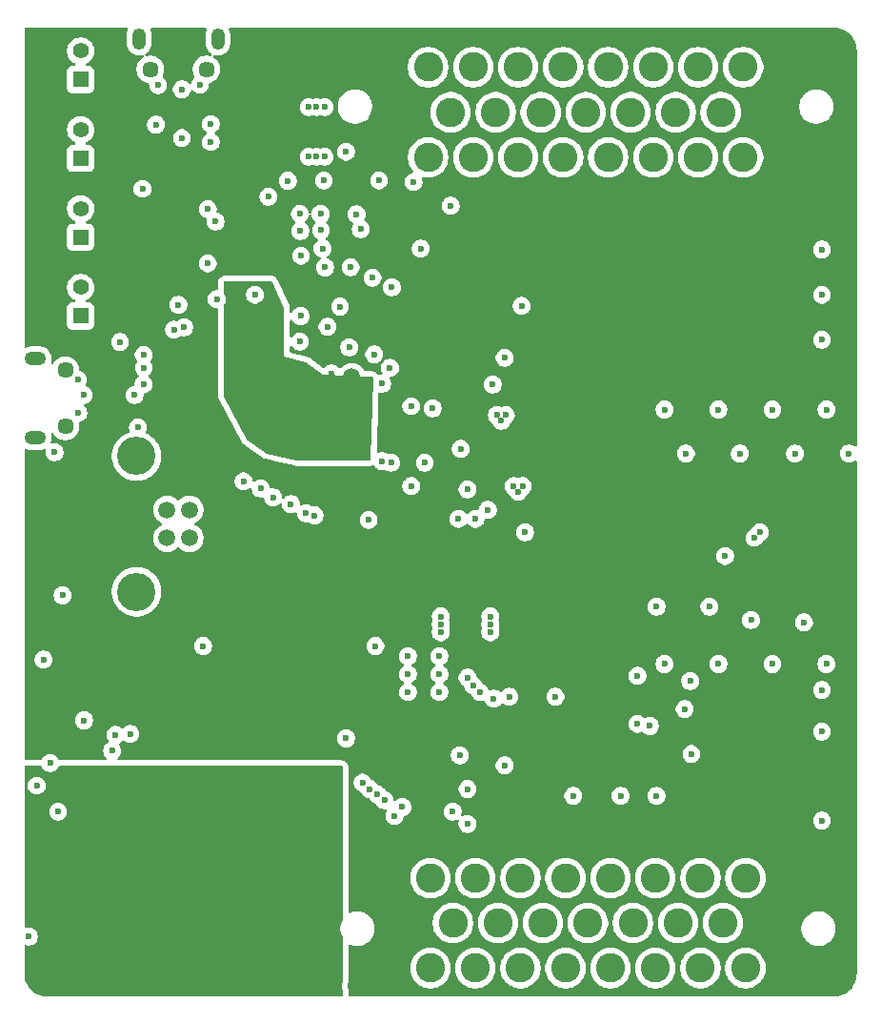
<source format=gbr>
%TF.GenerationSoftware,KiCad,Pcbnew,9.0.2*%
%TF.CreationDate,2025-06-15T01:14:30-07:00*%
%TF.ProjectId,SDM26LoggerV3.3,53444d32-364c-46f6-9767-657256332e33,rev?*%
%TF.SameCoordinates,Original*%
%TF.FileFunction,Copper,L3,Inr*%
%TF.FilePolarity,Positive*%
%FSLAX46Y46*%
G04 Gerber Fmt 4.6, Leading zero omitted, Abs format (unit mm)*
G04 Created by KiCad (PCBNEW 9.0.2) date 2025-06-15 01:14:30*
%MOMM*%
%LPD*%
G01*
G04 APERTURE LIST*
%TA.AperFunction,HeatsinkPad*%
%ADD10O,1.900000X1.200000*%
%TD*%
%TA.AperFunction,HeatsinkPad*%
%ADD11C,1.450000*%
%TD*%
%TA.AperFunction,ComponentPad*%
%ADD12C,1.500000*%
%TD*%
%TA.AperFunction,ComponentPad*%
%ADD13C,3.400000*%
%TD*%
%TA.AperFunction,ComponentPad*%
%ADD14R,1.416000X1.416000*%
%TD*%
%TA.AperFunction,ComponentPad*%
%ADD15C,1.416000*%
%TD*%
%TA.AperFunction,ComponentPad*%
%ADD16C,2.600000*%
%TD*%
%TA.AperFunction,HeatsinkPad*%
%ADD17O,1.200000X1.900000*%
%TD*%
%TA.AperFunction,ViaPad*%
%ADD18C,0.600000*%
%TD*%
%TA.AperFunction,ViaPad*%
%ADD19C,1.500000*%
%TD*%
G04 APERTURE END LIST*
D10*
%TO.N,unconnected-(J2-Shield-Pad6)_4*%
%TO.C,J2*%
X90962500Y-99900000D03*
D11*
%TO.N,unconnected-(J2-Shield-Pad6)*%
X93662500Y-100900000D03*
%TO.N,unconnected-(J2-Shield-Pad6)_1*%
X93662500Y-105900000D03*
D10*
%TO.N,unconnected-(J2-Shield-Pad6)_3*%
X90962500Y-106900000D03*
%TD*%
D12*
%TO.N,VBUS*%
%TO.C,J1*%
X104677500Y-115800000D03*
%TO.N,/USBB_D-*%
X104677500Y-113300000D03*
%TO.N,/USBB_D+*%
X102677500Y-113300000D03*
%TO.N,GND*%
X102677500Y-115800000D03*
D13*
%TO.N,unconnected-(J1-Shield-Pad5)*%
X99967500Y-108530000D03*
%TO.N,N/C*%
X99967500Y-120570000D03*
%TD*%
D14*
%TO.N,Net-(LED3-K)*%
%TO.C,LED3*%
X95000000Y-75100000D03*
D15*
%TO.N,+5V*%
X95000000Y-72560000D03*
%TD*%
D14*
%TO.N,Net-(LED4-K)*%
%TO.C,LED4*%
X95000000Y-82100000D03*
D15*
%TO.N,/PPS_LED*%
X95000000Y-79560000D03*
%TD*%
D16*
%TO.N,/AIN6_EXT*%
%TO.C,J5*%
X153899999Y-82000000D03*
%TO.N,/AIN7_EXT*%
X149900000Y-82000000D03*
%TO.N,GND*%
X145900000Y-82000000D03*
X141900000Y-82000000D03*
%TO.N,+5V*%
X137900001Y-82000000D03*
X133900001Y-82000000D03*
%TO.N,/CAN-*%
X129900002Y-82000000D03*
%TO.N,/CAN+*%
X125900002Y-82000000D03*
%TO.N,unconnected-(J5-Pin_9-Pad9)*%
X151900001Y-78000000D03*
%TO.N,unconnected-(J5-Pin_10-Pad10)*%
X147900001Y-78000000D03*
%TO.N,unconnected-(J5-Pin_11-Pad11)*%
X143900001Y-78000000D03*
%TO.N,+5V*%
X139900002Y-78000000D03*
X135900002Y-78000000D03*
X131900003Y-78000000D03*
%TO.N,unconnected-(J5-Pin_15-Pad15)*%
X127900003Y-78000000D03*
%TO.N,/AIN4_EXT*%
X153899999Y-74000000D03*
%TO.N,/AIN5_EXT*%
X149900000Y-74000000D03*
%TO.N,GND*%
X145900000Y-74000000D03*
X141900000Y-74000000D03*
%TO.N,unconnected-(J5-Pin_20-Pad20)*%
X137900001Y-74000000D03*
%TO.N,unconnected-(J5-Pin_21-Pad21)*%
X133900001Y-74000000D03*
%TO.N,GND*%
X129900002Y-74000000D03*
%TO.N,unconnected-(J5-Pin_23-Pad23)*%
X125900002Y-74000000D03*
%TD*%
D14*
%TO.N,GND*%
%TO.C,LED2*%
X95000000Y-96100000D03*
D15*
%TO.N,/USR_LED_RSTR*%
X95000000Y-93560000D03*
%TD*%
D17*
%TO.N,unconnected-(J3-Shield-Pad6)_3*%
%TO.C,J3*%
X107200000Y-71500000D03*
D11*
%TO.N,unconnected-(J3-Shield-Pad6)_5*%
X106200000Y-74200000D03*
%TO.N,unconnected-(J3-Shield-Pad6)_7*%
X101200000Y-74200000D03*
D17*
%TO.N,unconnected-(J3-Shield-Pad6)_2*%
X100200000Y-71500000D03*
%TD*%
D16*
%TO.N,+BATT*%
%TO.C,J6*%
X126100001Y-146000000D03*
%TO.N,GND*%
X130100000Y-146000000D03*
%TO.N,+5V*%
X134100000Y-146000000D03*
X138100000Y-146000000D03*
%TO.N,unconnected-(J6-Pin_5-Pad5)*%
X142099999Y-146000000D03*
%TO.N,unconnected-(J6-Pin_6-Pad6)*%
X146099999Y-146000000D03*
%TO.N,/AIN0_EXT*%
X150099998Y-146000000D03*
%TO.N,/AIN1_EXT*%
X154099998Y-146000000D03*
%TO.N,unconnected-(J6-Pin_9-Pad9)*%
X128099999Y-150000000D03*
%TO.N,+5V*%
X132099999Y-150000000D03*
X136099999Y-150000000D03*
X140099998Y-150000000D03*
%TO.N,unconnected-(J6-Pin_13-Pad13)*%
X144099998Y-150000000D03*
%TO.N,unconnected-(J6-Pin_14-Pad14)*%
X148099997Y-150000000D03*
%TO.N,unconnected-(J6-Pin_15-Pad15)*%
X152099997Y-150000000D03*
%TO.N,GND*%
X126100001Y-154000000D03*
X130100000Y-154000000D03*
X134100000Y-154000000D03*
X138100000Y-154000000D03*
X142099999Y-154000000D03*
X146099999Y-154000000D03*
%TO.N,/AIN2_EXT*%
X150099998Y-154000000D03*
%TO.N,/AIN3_EXT*%
X154099998Y-154000000D03*
%TD*%
D14*
%TO.N,GND*%
%TO.C,LED1*%
X95000000Y-89100000D03*
D15*
%TO.N,/PWR_LED*%
X95000000Y-86560000D03*
%TD*%
D18*
%TO.N,GND*%
X122670000Y-93550000D03*
X154887500Y-115787500D03*
X116370000Y-88480000D03*
X126900000Y-126300000D03*
X108100000Y-98400000D03*
X113200000Y-107900000D03*
X116660000Y-149120000D03*
X100500000Y-84800000D03*
X104003640Y-80300000D03*
X121100000Y-99500000D03*
X97800000Y-134700000D03*
X94800000Y-142600000D03*
X131419706Y-122772696D03*
X111010000Y-143760000D03*
X118600000Y-133600000D03*
X126300000Y-104300000D03*
X118060000Y-95260000D03*
X131419706Y-124172696D03*
D19*
X114200000Y-101500000D03*
D18*
X138800000Y-138700000D03*
X99800000Y-152600000D03*
X133500000Y-111200000D03*
X114500000Y-87030000D03*
X112440000Y-149130000D03*
D19*
X114100000Y-106600000D03*
D18*
X114700000Y-100500000D03*
X116680818Y-77550280D03*
X104800000Y-150100000D03*
D19*
X119100000Y-106500000D03*
D18*
X110500000Y-144370000D03*
X94800000Y-152600000D03*
X117400000Y-147260000D03*
X109200000Y-104800000D03*
X130100000Y-114100000D03*
X99800000Y-145100000D03*
X112870000Y-141180000D03*
X120600000Y-114200000D03*
X114500000Y-102700000D03*
X114670000Y-141100000D03*
X110500000Y-97300000D03*
X111800000Y-107900000D03*
X119540000Y-87060000D03*
X125593237Y-109126002D03*
X132400000Y-105400000D03*
X117360000Y-144540000D03*
X119000000Y-91770000D03*
X97300000Y-153850000D03*
X155387500Y-115287500D03*
X108100000Y-101100000D03*
X99800000Y-155100000D03*
X119900000Y-104700000D03*
X159300000Y-123300000D03*
X132700000Y-99800000D03*
X114590000Y-90730000D03*
X117100000Y-107500000D03*
X113200000Y-100500000D03*
X112600000Y-96800000D03*
X146200000Y-121900000D03*
X99800000Y-103100000D03*
X106580818Y-80650280D03*
X163300000Y-108300000D03*
X126900000Y-129500000D03*
X94800000Y-150100000D03*
X160900000Y-140900000D03*
X95300000Y-132000000D03*
X127019706Y-124172696D03*
X108600000Y-103600000D03*
X150900000Y-121900000D03*
X122500000Y-100700000D03*
X124100000Y-126300000D03*
X158500000Y-108300000D03*
X102300000Y-153850000D03*
X126900000Y-127900000D03*
X115980818Y-77550280D03*
X99800000Y-147600000D03*
X115980818Y-81950280D03*
X110000000Y-101000000D03*
X107300000Y-153850000D03*
X116500000Y-90100000D03*
X118600000Y-81500000D03*
X112350000Y-142590000D03*
X94800000Y-104700000D03*
X102300000Y-141350000D03*
X115770000Y-150630000D03*
X100100000Y-106000000D03*
X105900000Y-125400000D03*
X132800000Y-104900000D03*
X106300000Y-91410000D03*
X97300000Y-148850000D03*
X117380000Y-148170000D03*
X99800000Y-150100000D03*
X154600000Y-123100000D03*
X134200000Y-95200000D03*
X110500000Y-107000000D03*
X149300000Y-135000000D03*
X128075000Y-140100000D03*
X112540000Y-150610000D03*
X115520000Y-141100000D03*
X97300000Y-143850000D03*
X104800000Y-155100000D03*
X124100000Y-129500000D03*
X115600000Y-101200000D03*
X97300000Y-141350000D03*
X127900000Y-86300000D03*
X121530000Y-84040000D03*
X104800000Y-145100000D03*
X113870000Y-150700000D03*
X104800000Y-140100000D03*
X116400000Y-141350000D03*
X99800000Y-140100000D03*
X121200000Y-125400000D03*
X107300000Y-146350000D03*
X104800000Y-147600000D03*
X110500000Y-100300000D03*
X116950000Y-97050000D03*
X117370000Y-145920000D03*
X149200000Y-128500000D03*
X111640000Y-143260000D03*
X133900000Y-111700000D03*
X106300000Y-86600000D03*
X132700000Y-136000000D03*
X145600000Y-132500000D03*
X109900000Y-105900000D03*
X113415380Y-84084620D03*
X124600000Y-84200000D03*
X115280818Y-77550280D03*
X112500000Y-149930000D03*
X94800000Y-155100000D03*
D19*
X119100000Y-101500000D03*
D18*
X107300000Y-148850000D03*
X110670000Y-147350000D03*
X102300000Y-143850000D03*
X116560000Y-142200000D03*
X134300000Y-111200000D03*
X115600000Y-107500000D03*
X116620000Y-84050000D03*
X153600000Y-108300000D03*
X107300000Y-141350000D03*
X116730000Y-91780000D03*
X119900000Y-88380000D03*
X132000000Y-104900000D03*
X117350000Y-143150000D03*
X131419706Y-123472696D03*
X111920000Y-148520000D03*
X94800000Y-147600000D03*
X116330000Y-87040000D03*
X102300000Y-151350000D03*
X104800000Y-142600000D03*
X127019706Y-122772696D03*
X108100000Y-99800000D03*
X112200000Y-95700000D03*
X101890000Y-75597500D03*
X124100000Y-127900000D03*
X106580818Y-79050280D03*
X116490000Y-149920000D03*
X119900000Y-103400000D03*
X94800000Y-145100000D03*
X112600000Y-98100000D03*
X115280818Y-81950280D03*
X97300000Y-151350000D03*
X114500000Y-98370000D03*
X91700000Y-126600000D03*
X112600000Y-99400000D03*
X129400000Y-111500000D03*
X104800000Y-152600000D03*
X100610000Y-99540000D03*
X125224500Y-90107500D03*
X99800000Y-142600000D03*
X114780000Y-150690000D03*
X108100000Y-96700000D03*
X118890000Y-98870000D03*
X127019706Y-123472696D03*
X107300000Y-151350000D03*
X116680818Y-81950280D03*
X148800000Y-108300000D03*
X114530000Y-88540000D03*
X94800000Y-140100000D03*
X108900000Y-94800000D03*
X108100000Y-102300000D03*
X114550000Y-96100000D03*
X108893948Y-95692435D03*
X111320000Y-147950000D03*
X113730000Y-141120000D03*
X97300000Y-146350000D03*
X117300000Y-101200000D03*
X112570000Y-141850000D03*
X107300000Y-143850000D03*
X128600000Y-114100000D03*
%TO.N,+3.3V*%
X102100000Y-103300000D03*
X91800000Y-128800000D03*
X103000000Y-130500000D03*
X127900000Y-104300000D03*
X107100000Y-104900000D03*
X108600000Y-89200000D03*
X154300000Y-114325000D03*
X125900000Y-114100000D03*
X119000000Y-155600000D03*
X120200000Y-81500000D03*
%TO.N,/5V_SMPS_OUT*%
X115800000Y-113800000D03*
X160900000Y-133000000D03*
X137200000Y-129900000D03*
X133100000Y-129900000D03*
%TO.N,Net-(U3-MODE)*%
X128800000Y-107900000D03*
X124400000Y-111200000D03*
%TO.N,VBUS*%
X95262990Y-103106250D03*
X94760380Y-101770380D03*
%TO.N,+5V*%
X148700000Y-131000000D03*
X123600000Y-139700000D03*
X134500000Y-115300000D03*
X128700000Y-135100000D03*
%TO.N,+5VA*%
X146900000Y-127000000D03*
X156500000Y-127000000D03*
X146900000Y-104400000D03*
X144500000Y-128050000D03*
X152300000Y-117400000D03*
X151700000Y-127000000D03*
X161300000Y-127000000D03*
X156500000Y-104400000D03*
X151700000Y-104400000D03*
X161300000Y-104400000D03*
%TO.N,/I2C1_SCL*%
X129400000Y-138100000D03*
X99400000Y-133200000D03*
%TO.N,/CAN_TERM*%
X131630000Y-102170000D03*
X115023884Y-113605971D03*
%TO.N,/USER_LED*%
X92690380Y-108190380D03*
X93400000Y-120900000D03*
X93000000Y-140100000D03*
X98500000Y-98400000D03*
%TO.N,/CAN_CTX*%
X122594238Y-109125001D03*
X113700000Y-112800000D03*
%TO.N,/CAN_RTX*%
X121800000Y-109000000D03*
X112100000Y-112200000D03*
%TO.N,/I2C1_SDA*%
X129400000Y-141200000D03*
X98100000Y-133300000D03*
%TO.N,/ADC_CLK*%
X130500000Y-129500000D03*
X121400000Y-138600000D03*
%TO.N,/ADC_CS*%
X131734313Y-130065687D03*
X122024697Y-139099758D03*
%TO.N,/ADC_DOUT*%
X129900000Y-128900000D03*
X120700000Y-138100000D03*
%TO.N,Net-(U6-MODE)*%
X146200000Y-138700000D03*
X143000000Y-138700000D03*
%TO.N,/ADC_DIN*%
X120059620Y-137540380D03*
X129400000Y-128200000D03*
%TO.N,/Safeboot*%
X111700000Y-85500000D03*
X160900000Y-90200000D03*
%TO.N,/PPS_LED*%
X107000000Y-87700000D03*
%TO.N,/RTK_STAT*%
X120949000Y-92700000D03*
X101700000Y-79100000D03*
%TO.N,/PROG_D+*%
X100620000Y-100680000D03*
X100600000Y-102160000D03*
%TO.N,/UART2_TX*%
X124400000Y-104100000D03*
X111000000Y-111400000D03*
%TO.N,/ST*%
X131200000Y-113300000D03*
X160900000Y-98200000D03*
%TO.N,/UART2_RX*%
X121800000Y-102100000D03*
X109480339Y-110780339D03*
%TO.N,/CHIP_PU*%
X122900000Y-140500000D03*
X107100000Y-94600000D03*
%TO.N,/U0TXD*%
X90400000Y-151200000D03*
X104200000Y-97100000D03*
%TO.N,/GPIO0*%
X103700000Y-95100000D03*
X92300000Y-135800000D03*
%TO.N,/U0RXD*%
X103300000Y-97300000D03*
X91100000Y-137800000D03*
%TO.N,Net-(U6-ST)*%
X144500000Y-132300000D03*
X160900000Y-129300000D03*
%TO.N,/GPS_VUSB*%
X104000000Y-75967500D03*
X105615000Y-75552500D03*
%TO.N,Net-(IC7-RESET_N)*%
X110500000Y-94200000D03*
X160900000Y-94200000D03*
%TD*%
%TA.AperFunction,Conductor*%
%TO.N,GND*%
G36*
X111979999Y-93019685D02*
G01*
X112025546Y-93072036D01*
X112998690Y-95180513D01*
X113088587Y-95375288D01*
X113100000Y-95427251D01*
X113100000Y-99700000D01*
X114977223Y-100194006D01*
X115018993Y-100213928D01*
X116499998Y-101299999D01*
X116500000Y-101300000D01*
X120878258Y-101494589D01*
X120944357Y-101517231D01*
X120987722Y-101572014D01*
X120996707Y-101621817D01*
X120803261Y-108779350D01*
X120781772Y-108845833D01*
X120727751Y-108890145D01*
X120679306Y-108900000D01*
X114213611Y-108900000D01*
X114186712Y-108897047D01*
X111524286Y-108305397D01*
X111479676Y-108285654D01*
X109823835Y-107116824D01*
X109786166Y-107074308D01*
X107714822Y-103227526D01*
X107700000Y-103168738D01*
X107700000Y-95180513D01*
X107719685Y-95113474D01*
X107720898Y-95111622D01*
X107721789Y-95110289D01*
X107809394Y-94979179D01*
X107869737Y-94833497D01*
X107900500Y-94678842D01*
X107900500Y-94521158D01*
X107900500Y-94521155D01*
X107900499Y-94521153D01*
X107869738Y-94366510D01*
X107869737Y-94366503D01*
X107833427Y-94278842D01*
X107809397Y-94220827D01*
X107809390Y-94220814D01*
X107784763Y-94183957D01*
X107742798Y-94121153D01*
X109699500Y-94121153D01*
X109699500Y-94278846D01*
X109730261Y-94433489D01*
X109730264Y-94433501D01*
X109790602Y-94579172D01*
X109790609Y-94579185D01*
X109878210Y-94710288D01*
X109878213Y-94710292D01*
X109989707Y-94821786D01*
X109989711Y-94821789D01*
X110120814Y-94909390D01*
X110120827Y-94909397D01*
X110266498Y-94969735D01*
X110266503Y-94969737D01*
X110421153Y-95000499D01*
X110421156Y-95000500D01*
X110421158Y-95000500D01*
X110578844Y-95000500D01*
X110578845Y-95000499D01*
X110733497Y-94969737D01*
X110879179Y-94909394D01*
X111010289Y-94821789D01*
X111121789Y-94710289D01*
X111209394Y-94579179D01*
X111269737Y-94433497D01*
X111300500Y-94278842D01*
X111300500Y-94121158D01*
X111300500Y-94121155D01*
X111300499Y-94121153D01*
X111269738Y-93966510D01*
X111269737Y-93966503D01*
X111213305Y-93830263D01*
X111209397Y-93820827D01*
X111209390Y-93820814D01*
X111121789Y-93689711D01*
X111121786Y-93689707D01*
X111010292Y-93578213D01*
X111010288Y-93578210D01*
X110879185Y-93490609D01*
X110879172Y-93490602D01*
X110733501Y-93430264D01*
X110733489Y-93430261D01*
X110578845Y-93399500D01*
X110578842Y-93399500D01*
X110421158Y-93399500D01*
X110421155Y-93399500D01*
X110266510Y-93430261D01*
X110266498Y-93430264D01*
X110120827Y-93490602D01*
X110120814Y-93490609D01*
X109989711Y-93578210D01*
X109989707Y-93578213D01*
X109878213Y-93689707D01*
X109878210Y-93689711D01*
X109790609Y-93820814D01*
X109790602Y-93820827D01*
X109730264Y-93966498D01*
X109730261Y-93966510D01*
X109699500Y-94121153D01*
X107742798Y-94121153D01*
X107720898Y-94088377D01*
X107700020Y-94021700D01*
X107700000Y-94019486D01*
X107700000Y-93124000D01*
X107719685Y-93056961D01*
X107772489Y-93011206D01*
X107824000Y-93000000D01*
X111912960Y-93000000D01*
X111979999Y-93019685D01*
G37*
%TD.AperFunction*%
%TD*%
%TA.AperFunction,Conductor*%
%TO.N,GND*%
G36*
X91521284Y-136069685D02*
G01*
X91567039Y-136122489D01*
X91568780Y-136126486D01*
X91590606Y-136179179D01*
X91590607Y-136179181D01*
X91590609Y-136179185D01*
X91678210Y-136310288D01*
X91678213Y-136310292D01*
X91789707Y-136421786D01*
X91789711Y-136421789D01*
X91920814Y-136509390D01*
X91920827Y-136509397D01*
X92066498Y-136569735D01*
X92066503Y-136569737D01*
X92221153Y-136600499D01*
X92221156Y-136600500D01*
X92221158Y-136600500D01*
X92378844Y-136600500D01*
X92378845Y-136600499D01*
X92533497Y-136569737D01*
X92679179Y-136509394D01*
X92810289Y-136421789D01*
X92921789Y-136310289D01*
X93009394Y-136179179D01*
X93031195Y-136126544D01*
X93075034Y-136072145D01*
X93141328Y-136050079D01*
X93145755Y-136050000D01*
X118201000Y-136050000D01*
X118268039Y-136069685D01*
X118313794Y-136122489D01*
X118325000Y-136174000D01*
X118325000Y-149623570D01*
X118305315Y-149690609D01*
X118301322Y-149696450D01*
X118297501Y-149701709D01*
X118297499Y-149701712D01*
X118188673Y-149915293D01*
X118188672Y-149915296D01*
X118114600Y-150143270D01*
X118077101Y-150380030D01*
X118077101Y-150619739D01*
X118114600Y-150856499D01*
X118188672Y-151084473D01*
X118188673Y-151084476D01*
X118207364Y-151121158D01*
X118297500Y-151298059D01*
X118301317Y-151303313D01*
X118324798Y-151369115D01*
X118325000Y-151376198D01*
X118325000Y-155131731D01*
X118305315Y-155198770D01*
X118304103Y-155200620D01*
X118290611Y-155220812D01*
X118290602Y-155220828D01*
X118230264Y-155366498D01*
X118230261Y-155366510D01*
X118199500Y-155521153D01*
X118199500Y-155678846D01*
X118230261Y-155833489D01*
X118230264Y-155833501D01*
X118290602Y-155979172D01*
X118290607Y-155979181D01*
X118304101Y-155999375D01*
X118324980Y-156066052D01*
X118325000Y-156068268D01*
X118325000Y-156375500D01*
X118305315Y-156442539D01*
X118252511Y-156488294D01*
X118201000Y-156499500D01*
X92004067Y-156499500D01*
X91995957Y-156499235D01*
X91747116Y-156482925D01*
X91731035Y-156480807D01*
X91490464Y-156432954D01*
X91474797Y-156428756D01*
X91242520Y-156349909D01*
X91227534Y-156343702D01*
X91007539Y-156235212D01*
X90993492Y-156227102D01*
X90789539Y-156090825D01*
X90776671Y-156080951D01*
X90592250Y-155919218D01*
X90580781Y-155907749D01*
X90419048Y-155723328D01*
X90409174Y-155710460D01*
X90388050Y-155678846D01*
X90272897Y-155506507D01*
X90264787Y-155492460D01*
X90158855Y-155277652D01*
X90156294Y-155272458D01*
X90150090Y-155257479D01*
X90071243Y-155025202D01*
X90067045Y-155009535D01*
X90059186Y-154970026D01*
X90019190Y-154768953D01*
X90017075Y-154752895D01*
X90000765Y-154504043D01*
X90000500Y-154495933D01*
X90000500Y-152086555D01*
X90020185Y-152019516D01*
X90072989Y-151973761D01*
X90142147Y-151963817D01*
X90160411Y-151968840D01*
X90160676Y-151967969D01*
X90166492Y-151969732D01*
X90166503Y-151969737D01*
X90321153Y-152000499D01*
X90321156Y-152000500D01*
X90321158Y-152000500D01*
X90478844Y-152000500D01*
X90478845Y-152000499D01*
X90633497Y-151969737D01*
X90779179Y-151909394D01*
X90910289Y-151821789D01*
X91021789Y-151710289D01*
X91109394Y-151579179D01*
X91169737Y-151433497D01*
X91200500Y-151278842D01*
X91200500Y-151121158D01*
X91200500Y-151121155D01*
X91200499Y-151121153D01*
X91169738Y-150966510D01*
X91169737Y-150966503D01*
X91169735Y-150966498D01*
X91109397Y-150820827D01*
X91109390Y-150820814D01*
X91021789Y-150689711D01*
X91021786Y-150689707D01*
X90910292Y-150578213D01*
X90910288Y-150578210D01*
X90779185Y-150490609D01*
X90779172Y-150490602D01*
X90633501Y-150430264D01*
X90633489Y-150430261D01*
X90478845Y-150399500D01*
X90478842Y-150399500D01*
X90321158Y-150399500D01*
X90321155Y-150399500D01*
X90166510Y-150430261D01*
X90160676Y-150432031D01*
X90159873Y-150429385D01*
X90102056Y-150435396D01*
X90039687Y-150403902D01*
X90004245Y-150343689D01*
X90000500Y-150313444D01*
X90000500Y-140021153D01*
X92199500Y-140021153D01*
X92199500Y-140178846D01*
X92230261Y-140333489D01*
X92230264Y-140333501D01*
X92290602Y-140479172D01*
X92290609Y-140479185D01*
X92378210Y-140610288D01*
X92378213Y-140610292D01*
X92489707Y-140721786D01*
X92489711Y-140721789D01*
X92620814Y-140809390D01*
X92620827Y-140809397D01*
X92766498Y-140869735D01*
X92766503Y-140869737D01*
X92921153Y-140900499D01*
X92921156Y-140900500D01*
X92921158Y-140900500D01*
X93078844Y-140900500D01*
X93078845Y-140900499D01*
X93233497Y-140869737D01*
X93379179Y-140809394D01*
X93510289Y-140721789D01*
X93621789Y-140610289D01*
X93709394Y-140479179D01*
X93769737Y-140333497D01*
X93800500Y-140178842D01*
X93800500Y-140021158D01*
X93800500Y-140021155D01*
X93800499Y-140021153D01*
X93769738Y-139866510D01*
X93769737Y-139866503D01*
X93769735Y-139866498D01*
X93709397Y-139720827D01*
X93709390Y-139720814D01*
X93621789Y-139589711D01*
X93621786Y-139589707D01*
X93510292Y-139478213D01*
X93510288Y-139478210D01*
X93379185Y-139390609D01*
X93379172Y-139390602D01*
X93233501Y-139330264D01*
X93233489Y-139330261D01*
X93078845Y-139299500D01*
X93078842Y-139299500D01*
X92921158Y-139299500D01*
X92921155Y-139299500D01*
X92766510Y-139330261D01*
X92766498Y-139330264D01*
X92620827Y-139390602D01*
X92620814Y-139390609D01*
X92489711Y-139478210D01*
X92489707Y-139478213D01*
X92378213Y-139589707D01*
X92378210Y-139589711D01*
X92290609Y-139720814D01*
X92290602Y-139720827D01*
X92230264Y-139866498D01*
X92230261Y-139866510D01*
X92199500Y-140021153D01*
X90000500Y-140021153D01*
X90000500Y-137721153D01*
X90299500Y-137721153D01*
X90299500Y-137878846D01*
X90330261Y-138033489D01*
X90330264Y-138033501D01*
X90390602Y-138179172D01*
X90390609Y-138179185D01*
X90478210Y-138310288D01*
X90478213Y-138310292D01*
X90589707Y-138421786D01*
X90589711Y-138421789D01*
X90720814Y-138509390D01*
X90720827Y-138509397D01*
X90866498Y-138569735D01*
X90866503Y-138569737D01*
X91021153Y-138600499D01*
X91021156Y-138600500D01*
X91021158Y-138600500D01*
X91178844Y-138600500D01*
X91178845Y-138600499D01*
X91333497Y-138569737D01*
X91479179Y-138509394D01*
X91610289Y-138421789D01*
X91721789Y-138310289D01*
X91809394Y-138179179D01*
X91869737Y-138033497D01*
X91900500Y-137878842D01*
X91900500Y-137721158D01*
X91900500Y-137721155D01*
X91900499Y-137721153D01*
X91869738Y-137566510D01*
X91869737Y-137566503D01*
X91869735Y-137566498D01*
X91809397Y-137420827D01*
X91809390Y-137420814D01*
X91721789Y-137289711D01*
X91721786Y-137289707D01*
X91610292Y-137178213D01*
X91610288Y-137178210D01*
X91479185Y-137090609D01*
X91479172Y-137090602D01*
X91333501Y-137030264D01*
X91333489Y-137030261D01*
X91178845Y-136999500D01*
X91178842Y-136999500D01*
X91021158Y-136999500D01*
X91021155Y-136999500D01*
X90866510Y-137030261D01*
X90866498Y-137030264D01*
X90720827Y-137090602D01*
X90720814Y-137090609D01*
X90589711Y-137178210D01*
X90589707Y-137178213D01*
X90478213Y-137289707D01*
X90478210Y-137289711D01*
X90390609Y-137420814D01*
X90390602Y-137420827D01*
X90330264Y-137566498D01*
X90330261Y-137566510D01*
X90299500Y-137721153D01*
X90000500Y-137721153D01*
X90000500Y-136174000D01*
X90020185Y-136106961D01*
X90072989Y-136061206D01*
X90124500Y-136050000D01*
X91454245Y-136050000D01*
X91521284Y-136069685D01*
G37*
%TD.AperFunction*%
%TD*%
%TA.AperFunction,Conductor*%
%TO.N,+3.3V*%
G36*
X99160506Y-70520185D02*
G01*
X99206261Y-70572989D01*
X99216205Y-70642147D01*
X99203952Y-70680794D01*
X99180129Y-70727549D01*
X99180127Y-70727554D01*
X99180127Y-70727555D01*
X99166861Y-70768382D01*
X99126597Y-70892302D01*
X99123925Y-70909174D01*
X99099500Y-71063389D01*
X99099500Y-71936611D01*
X99126598Y-72107701D01*
X99180127Y-72272445D01*
X99258768Y-72426788D01*
X99360586Y-72566928D01*
X99483072Y-72689414D01*
X99623212Y-72791232D01*
X99777555Y-72869873D01*
X99942299Y-72923402D01*
X100113389Y-72950500D01*
X100113390Y-72950500D01*
X100286610Y-72950500D01*
X100286611Y-72950500D01*
X100457701Y-72923402D01*
X100472787Y-72918499D01*
X100542626Y-72916504D01*
X100602459Y-72952584D01*
X100633288Y-73015285D01*
X100625324Y-73084699D01*
X100581096Y-73138789D01*
X100567400Y-73146915D01*
X100557700Y-73151857D01*
X100500533Y-73193392D01*
X100401641Y-73265241D01*
X100401639Y-73265243D01*
X100401638Y-73265243D01*
X100265243Y-73401638D01*
X100265243Y-73401639D01*
X100265241Y-73401641D01*
X100216547Y-73468661D01*
X100151859Y-73557697D01*
X100064286Y-73729568D01*
X100004675Y-73913030D01*
X99974500Y-74103551D01*
X99974500Y-74296448D01*
X100004675Y-74486969D01*
X100004676Y-74486972D01*
X100064285Y-74670429D01*
X100151859Y-74842302D01*
X100265241Y-74998359D01*
X100401641Y-75134759D01*
X100557698Y-75248141D01*
X100729571Y-75335715D01*
X100913028Y-75395324D01*
X100984898Y-75406707D01*
X101048032Y-75436636D01*
X101084964Y-75495947D01*
X101089500Y-75529180D01*
X101089500Y-75676346D01*
X101120261Y-75830989D01*
X101120264Y-75831001D01*
X101180602Y-75976672D01*
X101180609Y-75976685D01*
X101268210Y-76107788D01*
X101268213Y-76107792D01*
X101379707Y-76219286D01*
X101379711Y-76219289D01*
X101510814Y-76306890D01*
X101510827Y-76306897D01*
X101656498Y-76367235D01*
X101656503Y-76367237D01*
X101811153Y-76397999D01*
X101811156Y-76398000D01*
X101811158Y-76398000D01*
X101968844Y-76398000D01*
X101968845Y-76397999D01*
X102123497Y-76367237D01*
X102269179Y-76306894D01*
X102400289Y-76219289D01*
X102511789Y-76107789D01*
X102599394Y-75976679D01*
X102659737Y-75830997D01*
X102690500Y-75676342D01*
X102690500Y-75518658D01*
X102690500Y-75518655D01*
X102690499Y-75518653D01*
X102685982Y-75495947D01*
X102659737Y-75364003D01*
X102641098Y-75319003D01*
X102599397Y-75218327D01*
X102599390Y-75218314D01*
X102511789Y-75087211D01*
X102511786Y-75087207D01*
X102400289Y-74975710D01*
X102327692Y-74927203D01*
X102282887Y-74873591D01*
X102274180Y-74804266D01*
X102286099Y-74767805D01*
X102335713Y-74670433D01*
X102335714Y-74670431D01*
X102335715Y-74670429D01*
X102395324Y-74486972D01*
X102425500Y-74296449D01*
X102425500Y-74103551D01*
X102395324Y-73913028D01*
X102335715Y-73729571D01*
X102248141Y-73557698D01*
X102134759Y-73401641D01*
X101998359Y-73265241D01*
X101842302Y-73151859D01*
X101670429Y-73064285D01*
X101486972Y-73004676D01*
X101486970Y-73004675D01*
X101486969Y-73004675D01*
X101314146Y-72977303D01*
X101296449Y-72974500D01*
X101103551Y-72974500D01*
X101085854Y-72977303D01*
X100913032Y-73004675D01*
X100913029Y-73004675D01*
X100913028Y-73004676D01*
X100889673Y-73012264D01*
X100877979Y-73016064D01*
X100808138Y-73018058D01*
X100748306Y-72981976D01*
X100717479Y-72919274D01*
X100725445Y-72849860D01*
X100769674Y-72795772D01*
X100774887Y-72792396D01*
X100776773Y-72791239D01*
X100776788Y-72791232D01*
X100916928Y-72689414D01*
X101039414Y-72566928D01*
X101141232Y-72426788D01*
X101219873Y-72272445D01*
X101273402Y-72107701D01*
X101300500Y-71936611D01*
X101300500Y-71063389D01*
X101273402Y-70892299D01*
X101219873Y-70727555D01*
X101219870Y-70727549D01*
X101196048Y-70680794D01*
X101183152Y-70612125D01*
X101209429Y-70547385D01*
X101266535Y-70507128D01*
X101306533Y-70500500D01*
X106093467Y-70500500D01*
X106160506Y-70520185D01*
X106206261Y-70572989D01*
X106216205Y-70642147D01*
X106203952Y-70680794D01*
X106180129Y-70727549D01*
X106180127Y-70727554D01*
X106180127Y-70727555D01*
X106166861Y-70768382D01*
X106126597Y-70892302D01*
X106123925Y-70909174D01*
X106099500Y-71063389D01*
X106099500Y-71936611D01*
X106126598Y-72107701D01*
X106180127Y-72272445D01*
X106258768Y-72426788D01*
X106360586Y-72566928D01*
X106483072Y-72689414D01*
X106623212Y-72791232D01*
X106623215Y-72791233D01*
X106625120Y-72792401D01*
X106625693Y-72793034D01*
X106627154Y-72794096D01*
X106626931Y-72794402D01*
X106671998Y-72844210D01*
X106683425Y-72913139D01*
X106655771Y-72977303D01*
X106597818Y-73016331D01*
X106527964Y-73017832D01*
X106522019Y-73016063D01*
X106486973Y-73004676D01*
X106486969Y-73004675D01*
X106314146Y-72977303D01*
X106296449Y-72974500D01*
X106103551Y-72974500D01*
X106085854Y-72977303D01*
X105913030Y-73004675D01*
X105729568Y-73064286D01*
X105557697Y-73151859D01*
X105488763Y-73201943D01*
X105401641Y-73265241D01*
X105401639Y-73265243D01*
X105401638Y-73265243D01*
X105265243Y-73401638D01*
X105265243Y-73401639D01*
X105265241Y-73401641D01*
X105216547Y-73468661D01*
X105151859Y-73557697D01*
X105064286Y-73729568D01*
X105004675Y-73913030D01*
X104974500Y-74103551D01*
X104974500Y-74296448D01*
X105004675Y-74486969D01*
X105004676Y-74486972D01*
X105034900Y-74579993D01*
X105064286Y-74670431D01*
X105124885Y-74789363D01*
X105137781Y-74858032D01*
X105111505Y-74922773D01*
X105102082Y-74933339D01*
X104993210Y-75042211D01*
X104905609Y-75173314D01*
X104905602Y-75173327D01*
X104845264Y-75318998D01*
X104845261Y-75319008D01*
X104830514Y-75393148D01*
X104798129Y-75455059D01*
X104737413Y-75489633D01*
X104667644Y-75485893D01*
X104621216Y-75456637D01*
X104510292Y-75345713D01*
X104510288Y-75345710D01*
X104379185Y-75258109D01*
X104379172Y-75258102D01*
X104233501Y-75197764D01*
X104233489Y-75197761D01*
X104078845Y-75167000D01*
X104078842Y-75167000D01*
X103921158Y-75167000D01*
X103921155Y-75167000D01*
X103766510Y-75197761D01*
X103766498Y-75197764D01*
X103620827Y-75258102D01*
X103620814Y-75258109D01*
X103489711Y-75345710D01*
X103489707Y-75345713D01*
X103378213Y-75457207D01*
X103378210Y-75457211D01*
X103290609Y-75588314D01*
X103290602Y-75588327D01*
X103230264Y-75733998D01*
X103230261Y-75734010D01*
X103199500Y-75888653D01*
X103199500Y-76046346D01*
X103230261Y-76200989D01*
X103230264Y-76201001D01*
X103290602Y-76346672D01*
X103290609Y-76346685D01*
X103378210Y-76477788D01*
X103378213Y-76477792D01*
X103489707Y-76589286D01*
X103489711Y-76589289D01*
X103620814Y-76676890D01*
X103620827Y-76676897D01*
X103766498Y-76737235D01*
X103766503Y-76737237D01*
X103921153Y-76767999D01*
X103921156Y-76768000D01*
X103921158Y-76768000D01*
X104078844Y-76768000D01*
X104078845Y-76767999D01*
X104233497Y-76737237D01*
X104379179Y-76676894D01*
X104510289Y-76589289D01*
X104621789Y-76477789D01*
X104709394Y-76346679D01*
X104769737Y-76200997D01*
X104784486Y-76126849D01*
X104816869Y-76064942D01*
X104877584Y-76030367D01*
X104947354Y-76034106D01*
X104993783Y-76063362D01*
X105104707Y-76174286D01*
X105104711Y-76174289D01*
X105235814Y-76261890D01*
X105235827Y-76261897D01*
X105381498Y-76322235D01*
X105381503Y-76322237D01*
X105504411Y-76346685D01*
X105536153Y-76352999D01*
X105536156Y-76353000D01*
X105536158Y-76353000D01*
X105693844Y-76353000D01*
X105693845Y-76352999D01*
X105848497Y-76322237D01*
X105994179Y-76261894D01*
X106125289Y-76174289D01*
X106236789Y-76062789D01*
X106324394Y-75931679D01*
X106384737Y-75785997D01*
X106415500Y-75631342D01*
X106415500Y-75508638D01*
X106435185Y-75441599D01*
X106487989Y-75395844D01*
X106501182Y-75390707D01*
X106515517Y-75386049D01*
X106670429Y-75335715D01*
X106842302Y-75248141D01*
X106998359Y-75134759D01*
X107134759Y-74998359D01*
X107248141Y-74842302D01*
X107335715Y-74670429D01*
X107395324Y-74486972D01*
X107425500Y-74296449D01*
X107425500Y-74103551D01*
X107395324Y-73913028D01*
X107385241Y-73881995D01*
X124099502Y-73881995D01*
X124099502Y-74118004D01*
X124099503Y-74118020D01*
X124130308Y-74352010D01*
X124191396Y-74579993D01*
X124281716Y-74798045D01*
X124281721Y-74798056D01*
X124333712Y-74888106D01*
X124399729Y-75002450D01*
X124399731Y-75002453D01*
X124399732Y-75002454D01*
X124543408Y-75189697D01*
X124543414Y-75189704D01*
X124710297Y-75356587D01*
X124710304Y-75356593D01*
X124800106Y-75425500D01*
X124897552Y-75500273D01*
X125028920Y-75576118D01*
X125101945Y-75618280D01*
X125101950Y-75618282D01*
X125101953Y-75618284D01*
X125320009Y-75708606D01*
X125547988Y-75769693D01*
X125781991Y-75800500D01*
X125781998Y-75800500D01*
X126018006Y-75800500D01*
X126018013Y-75800500D01*
X126252016Y-75769693D01*
X126479995Y-75708606D01*
X126698051Y-75618284D01*
X126902452Y-75500273D01*
X127089701Y-75356592D01*
X127256594Y-75189699D01*
X127400275Y-75002450D01*
X127518286Y-74798049D01*
X127608608Y-74579993D01*
X127669695Y-74352014D01*
X127700502Y-74118011D01*
X127700502Y-73881995D01*
X128099502Y-73881995D01*
X128099502Y-74118004D01*
X128099503Y-74118020D01*
X128130308Y-74352010D01*
X128191396Y-74579993D01*
X128281716Y-74798045D01*
X128281721Y-74798056D01*
X128333712Y-74888106D01*
X128399729Y-75002450D01*
X128399731Y-75002453D01*
X128399732Y-75002454D01*
X128543408Y-75189697D01*
X128543414Y-75189704D01*
X128710297Y-75356587D01*
X128710304Y-75356593D01*
X128800106Y-75425500D01*
X128897552Y-75500273D01*
X129028920Y-75576118D01*
X129101945Y-75618280D01*
X129101950Y-75618282D01*
X129101953Y-75618284D01*
X129320009Y-75708606D01*
X129547988Y-75769693D01*
X129781991Y-75800500D01*
X129781998Y-75800500D01*
X130018006Y-75800500D01*
X130018013Y-75800500D01*
X130252016Y-75769693D01*
X130479995Y-75708606D01*
X130698051Y-75618284D01*
X130902452Y-75500273D01*
X131089701Y-75356592D01*
X131256594Y-75189699D01*
X131400275Y-75002450D01*
X131518286Y-74798049D01*
X131608608Y-74579993D01*
X131669695Y-74352014D01*
X131700502Y-74118011D01*
X131700502Y-73881995D01*
X132099501Y-73881995D01*
X132099501Y-74118004D01*
X132099502Y-74118020D01*
X132130307Y-74352010D01*
X132191395Y-74579993D01*
X132281715Y-74798045D01*
X132281720Y-74798056D01*
X132333711Y-74888106D01*
X132399728Y-75002450D01*
X132399730Y-75002453D01*
X132399731Y-75002454D01*
X132543407Y-75189697D01*
X132543413Y-75189704D01*
X132710296Y-75356587D01*
X132710303Y-75356593D01*
X132800105Y-75425500D01*
X132897551Y-75500273D01*
X133028919Y-75576118D01*
X133101944Y-75618280D01*
X133101949Y-75618282D01*
X133101952Y-75618284D01*
X133320008Y-75708606D01*
X133547987Y-75769693D01*
X133781990Y-75800500D01*
X133781997Y-75800500D01*
X134018005Y-75800500D01*
X134018012Y-75800500D01*
X134252015Y-75769693D01*
X134479994Y-75708606D01*
X134698050Y-75618284D01*
X134902451Y-75500273D01*
X135089700Y-75356592D01*
X135256593Y-75189699D01*
X135400274Y-75002450D01*
X135518285Y-74798049D01*
X135608607Y-74579993D01*
X135669694Y-74352014D01*
X135700501Y-74118011D01*
X135700501Y-73881995D01*
X136099501Y-73881995D01*
X136099501Y-74118004D01*
X136099502Y-74118020D01*
X136130307Y-74352010D01*
X136191395Y-74579993D01*
X136281715Y-74798045D01*
X136281720Y-74798056D01*
X136333711Y-74888106D01*
X136399728Y-75002450D01*
X136399730Y-75002453D01*
X136399731Y-75002454D01*
X136543407Y-75189697D01*
X136543413Y-75189704D01*
X136710296Y-75356587D01*
X136710303Y-75356593D01*
X136800105Y-75425500D01*
X136897551Y-75500273D01*
X137028919Y-75576118D01*
X137101944Y-75618280D01*
X137101949Y-75618282D01*
X137101952Y-75618284D01*
X137320008Y-75708606D01*
X137547987Y-75769693D01*
X137781990Y-75800500D01*
X137781997Y-75800500D01*
X138018005Y-75800500D01*
X138018012Y-75800500D01*
X138252015Y-75769693D01*
X138479994Y-75708606D01*
X138698050Y-75618284D01*
X138902451Y-75500273D01*
X139089700Y-75356592D01*
X139256593Y-75189699D01*
X139400274Y-75002450D01*
X139518285Y-74798049D01*
X139608607Y-74579993D01*
X139669694Y-74352014D01*
X139700501Y-74118011D01*
X139700501Y-73881995D01*
X140099500Y-73881995D01*
X140099500Y-74118004D01*
X140099501Y-74118020D01*
X140130306Y-74352010D01*
X140191394Y-74579993D01*
X140281714Y-74798045D01*
X140281719Y-74798056D01*
X140333710Y-74888106D01*
X140399727Y-75002450D01*
X140399729Y-75002453D01*
X140399730Y-75002454D01*
X140543406Y-75189697D01*
X140543412Y-75189704D01*
X140710295Y-75356587D01*
X140710302Y-75356593D01*
X140800104Y-75425500D01*
X140897550Y-75500273D01*
X141028918Y-75576118D01*
X141101943Y-75618280D01*
X141101948Y-75618282D01*
X141101951Y-75618284D01*
X141320007Y-75708606D01*
X141547986Y-75769693D01*
X141781989Y-75800500D01*
X141781996Y-75800500D01*
X142018004Y-75800500D01*
X142018011Y-75800500D01*
X142252014Y-75769693D01*
X142479993Y-75708606D01*
X142698049Y-75618284D01*
X142902450Y-75500273D01*
X143089699Y-75356592D01*
X143256592Y-75189699D01*
X143400273Y-75002450D01*
X143518284Y-74798049D01*
X143608606Y-74579993D01*
X143669693Y-74352014D01*
X143700500Y-74118011D01*
X143700500Y-73881995D01*
X144099500Y-73881995D01*
X144099500Y-74118004D01*
X144099501Y-74118020D01*
X144130306Y-74352010D01*
X144191394Y-74579993D01*
X144281714Y-74798045D01*
X144281719Y-74798056D01*
X144333710Y-74888106D01*
X144399727Y-75002450D01*
X144399729Y-75002453D01*
X144399730Y-75002454D01*
X144543406Y-75189697D01*
X144543412Y-75189704D01*
X144710295Y-75356587D01*
X144710302Y-75356593D01*
X144800104Y-75425500D01*
X144897550Y-75500273D01*
X145028918Y-75576118D01*
X145101943Y-75618280D01*
X145101948Y-75618282D01*
X145101951Y-75618284D01*
X145320007Y-75708606D01*
X145547986Y-75769693D01*
X145781989Y-75800500D01*
X145781996Y-75800500D01*
X146018004Y-75800500D01*
X146018011Y-75800500D01*
X146252014Y-75769693D01*
X146479993Y-75708606D01*
X146698049Y-75618284D01*
X146902450Y-75500273D01*
X147089699Y-75356592D01*
X147256592Y-75189699D01*
X147400273Y-75002450D01*
X147518284Y-74798049D01*
X147608606Y-74579993D01*
X147669693Y-74352014D01*
X147700500Y-74118011D01*
X147700500Y-73881995D01*
X148099500Y-73881995D01*
X148099500Y-74118004D01*
X148099501Y-74118020D01*
X148130306Y-74352010D01*
X148191394Y-74579993D01*
X148281714Y-74798045D01*
X148281719Y-74798056D01*
X148333710Y-74888106D01*
X148399727Y-75002450D01*
X148399729Y-75002453D01*
X148399730Y-75002454D01*
X148543406Y-75189697D01*
X148543412Y-75189704D01*
X148710295Y-75356587D01*
X148710302Y-75356593D01*
X148800104Y-75425500D01*
X148897550Y-75500273D01*
X149028918Y-75576118D01*
X149101943Y-75618280D01*
X149101948Y-75618282D01*
X149101951Y-75618284D01*
X149320007Y-75708606D01*
X149547986Y-75769693D01*
X149781989Y-75800500D01*
X149781996Y-75800500D01*
X150018004Y-75800500D01*
X150018011Y-75800500D01*
X150252014Y-75769693D01*
X150479993Y-75708606D01*
X150698049Y-75618284D01*
X150902450Y-75500273D01*
X151089699Y-75356592D01*
X151256592Y-75189699D01*
X151400273Y-75002450D01*
X151518284Y-74798049D01*
X151608606Y-74579993D01*
X151669693Y-74352014D01*
X151700500Y-74118011D01*
X151700500Y-73881995D01*
X152099499Y-73881995D01*
X152099499Y-74118004D01*
X152099500Y-74118020D01*
X152130305Y-74352010D01*
X152191393Y-74579993D01*
X152281713Y-74798045D01*
X152281718Y-74798056D01*
X152333709Y-74888106D01*
X152399726Y-75002450D01*
X152399728Y-75002453D01*
X152399729Y-75002454D01*
X152543405Y-75189697D01*
X152543411Y-75189704D01*
X152710294Y-75356587D01*
X152710301Y-75356593D01*
X152800103Y-75425500D01*
X152897549Y-75500273D01*
X153028917Y-75576118D01*
X153101942Y-75618280D01*
X153101947Y-75618282D01*
X153101950Y-75618284D01*
X153320006Y-75708606D01*
X153547985Y-75769693D01*
X153781988Y-75800500D01*
X153781995Y-75800500D01*
X154018003Y-75800500D01*
X154018010Y-75800500D01*
X154252013Y-75769693D01*
X154479992Y-75708606D01*
X154698048Y-75618284D01*
X154902449Y-75500273D01*
X155089698Y-75356592D01*
X155256591Y-75189699D01*
X155400272Y-75002450D01*
X155518283Y-74798049D01*
X155608605Y-74579993D01*
X155669692Y-74352014D01*
X155700499Y-74118011D01*
X155700499Y-73881989D01*
X155669692Y-73647986D01*
X155608605Y-73420007D01*
X155518283Y-73201951D01*
X155518281Y-73201948D01*
X155518279Y-73201943D01*
X155458811Y-73098943D01*
X155400272Y-72997550D01*
X155256591Y-72810301D01*
X155256586Y-72810295D01*
X155089703Y-72643412D01*
X155089696Y-72643406D01*
X154902453Y-72499730D01*
X154902452Y-72499729D01*
X154902449Y-72499727D01*
X154788794Y-72434108D01*
X154698055Y-72381719D01*
X154698044Y-72381714D01*
X154479992Y-72291394D01*
X154252009Y-72230306D01*
X154018019Y-72199501D01*
X154018016Y-72199500D01*
X154018010Y-72199500D01*
X153781988Y-72199500D01*
X153781982Y-72199500D01*
X153781978Y-72199501D01*
X153547988Y-72230306D01*
X153320005Y-72291394D01*
X153101953Y-72381714D01*
X153101942Y-72381719D01*
X152897544Y-72499730D01*
X152710301Y-72643406D01*
X152710294Y-72643412D01*
X152543411Y-72810295D01*
X152543405Y-72810302D01*
X152399729Y-72997545D01*
X152281718Y-73201943D01*
X152281713Y-73201954D01*
X152191393Y-73420006D01*
X152130305Y-73647989D01*
X152099500Y-73881979D01*
X152099499Y-73881995D01*
X151700500Y-73881995D01*
X151700500Y-73881989D01*
X151669693Y-73647986D01*
X151608606Y-73420007D01*
X151518284Y-73201951D01*
X151518282Y-73201948D01*
X151518280Y-73201943D01*
X151458812Y-73098943D01*
X151400273Y-72997550D01*
X151256592Y-72810301D01*
X151256587Y-72810295D01*
X151089704Y-72643412D01*
X151089697Y-72643406D01*
X150902454Y-72499730D01*
X150902453Y-72499729D01*
X150902450Y-72499727D01*
X150788795Y-72434108D01*
X150698056Y-72381719D01*
X150698045Y-72381714D01*
X150479993Y-72291394D01*
X150252010Y-72230306D01*
X150018020Y-72199501D01*
X150018017Y-72199500D01*
X150018011Y-72199500D01*
X149781989Y-72199500D01*
X149781983Y-72199500D01*
X149781979Y-72199501D01*
X149547989Y-72230306D01*
X149320006Y-72291394D01*
X149101954Y-72381714D01*
X149101943Y-72381719D01*
X148897545Y-72499730D01*
X148710302Y-72643406D01*
X148710295Y-72643412D01*
X148543412Y-72810295D01*
X148543406Y-72810302D01*
X148399730Y-72997545D01*
X148281719Y-73201943D01*
X148281714Y-73201954D01*
X148191394Y-73420006D01*
X148130306Y-73647989D01*
X148099501Y-73881979D01*
X148099500Y-73881995D01*
X147700500Y-73881995D01*
X147700500Y-73881989D01*
X147669693Y-73647986D01*
X147608606Y-73420007D01*
X147518284Y-73201951D01*
X147518282Y-73201948D01*
X147518280Y-73201943D01*
X147458812Y-73098943D01*
X147400273Y-72997550D01*
X147256592Y-72810301D01*
X147256587Y-72810295D01*
X147089704Y-72643412D01*
X147089697Y-72643406D01*
X146902454Y-72499730D01*
X146902453Y-72499729D01*
X146902450Y-72499727D01*
X146788795Y-72434108D01*
X146698056Y-72381719D01*
X146698045Y-72381714D01*
X146479993Y-72291394D01*
X146252010Y-72230306D01*
X146018020Y-72199501D01*
X146018017Y-72199500D01*
X146018011Y-72199500D01*
X145781989Y-72199500D01*
X145781983Y-72199500D01*
X145781979Y-72199501D01*
X145547989Y-72230306D01*
X145320006Y-72291394D01*
X145101954Y-72381714D01*
X145101943Y-72381719D01*
X144897545Y-72499730D01*
X144710302Y-72643406D01*
X144710295Y-72643412D01*
X144543412Y-72810295D01*
X144543406Y-72810302D01*
X144399730Y-72997545D01*
X144281719Y-73201943D01*
X144281714Y-73201954D01*
X144191394Y-73420006D01*
X144130306Y-73647989D01*
X144099501Y-73881979D01*
X144099500Y-73881995D01*
X143700500Y-73881995D01*
X143700500Y-73881989D01*
X143669693Y-73647986D01*
X143608606Y-73420007D01*
X143518284Y-73201951D01*
X143518282Y-73201948D01*
X143518280Y-73201943D01*
X143458812Y-73098943D01*
X143400273Y-72997550D01*
X143256592Y-72810301D01*
X143256587Y-72810295D01*
X143089704Y-72643412D01*
X143089697Y-72643406D01*
X142902454Y-72499730D01*
X142902453Y-72499729D01*
X142902450Y-72499727D01*
X142788795Y-72434108D01*
X142698056Y-72381719D01*
X142698045Y-72381714D01*
X142479993Y-72291394D01*
X142252010Y-72230306D01*
X142018020Y-72199501D01*
X142018017Y-72199500D01*
X142018011Y-72199500D01*
X141781989Y-72199500D01*
X141781983Y-72199500D01*
X141781979Y-72199501D01*
X141547989Y-72230306D01*
X141320006Y-72291394D01*
X141101954Y-72381714D01*
X141101943Y-72381719D01*
X140897545Y-72499730D01*
X140710302Y-72643406D01*
X140710295Y-72643412D01*
X140543412Y-72810295D01*
X140543406Y-72810302D01*
X140399730Y-72997545D01*
X140281719Y-73201943D01*
X140281714Y-73201954D01*
X140191394Y-73420006D01*
X140130306Y-73647989D01*
X140099501Y-73881979D01*
X140099500Y-73881995D01*
X139700501Y-73881995D01*
X139700501Y-73881989D01*
X139669694Y-73647986D01*
X139608607Y-73420007D01*
X139518285Y-73201951D01*
X139518283Y-73201948D01*
X139518281Y-73201943D01*
X139458813Y-73098943D01*
X139400274Y-72997550D01*
X139256593Y-72810301D01*
X139256588Y-72810295D01*
X139089705Y-72643412D01*
X139089698Y-72643406D01*
X138902455Y-72499730D01*
X138902454Y-72499729D01*
X138902451Y-72499727D01*
X138788796Y-72434108D01*
X138698057Y-72381719D01*
X138698046Y-72381714D01*
X138479994Y-72291394D01*
X138252011Y-72230306D01*
X138018021Y-72199501D01*
X138018018Y-72199500D01*
X138018012Y-72199500D01*
X137781990Y-72199500D01*
X137781984Y-72199500D01*
X137781980Y-72199501D01*
X137547990Y-72230306D01*
X137320007Y-72291394D01*
X137101955Y-72381714D01*
X137101944Y-72381719D01*
X136897546Y-72499730D01*
X136710303Y-72643406D01*
X136710296Y-72643412D01*
X136543413Y-72810295D01*
X136543407Y-72810302D01*
X136399731Y-72997545D01*
X136281720Y-73201943D01*
X136281715Y-73201954D01*
X136191395Y-73420006D01*
X136130307Y-73647989D01*
X136099502Y-73881979D01*
X136099501Y-73881995D01*
X135700501Y-73881995D01*
X135700501Y-73881989D01*
X135669694Y-73647986D01*
X135608607Y-73420007D01*
X135518285Y-73201951D01*
X135518283Y-73201948D01*
X135518281Y-73201943D01*
X135458813Y-73098943D01*
X135400274Y-72997550D01*
X135256593Y-72810301D01*
X135256588Y-72810295D01*
X135089705Y-72643412D01*
X135089698Y-72643406D01*
X134902455Y-72499730D01*
X134902454Y-72499729D01*
X134902451Y-72499727D01*
X134788796Y-72434108D01*
X134698057Y-72381719D01*
X134698046Y-72381714D01*
X134479994Y-72291394D01*
X134252011Y-72230306D01*
X134018021Y-72199501D01*
X134018018Y-72199500D01*
X134018012Y-72199500D01*
X133781990Y-72199500D01*
X133781984Y-72199500D01*
X133781980Y-72199501D01*
X133547990Y-72230306D01*
X133320007Y-72291394D01*
X133101955Y-72381714D01*
X133101944Y-72381719D01*
X132897546Y-72499730D01*
X132710303Y-72643406D01*
X132710296Y-72643412D01*
X132543413Y-72810295D01*
X132543407Y-72810302D01*
X132399731Y-72997545D01*
X132281720Y-73201943D01*
X132281715Y-73201954D01*
X132191395Y-73420006D01*
X132130307Y-73647989D01*
X132099502Y-73881979D01*
X132099501Y-73881995D01*
X131700502Y-73881995D01*
X131700502Y-73881989D01*
X131669695Y-73647986D01*
X131608608Y-73420007D01*
X131518286Y-73201951D01*
X131518284Y-73201948D01*
X131518282Y-73201943D01*
X131458814Y-73098943D01*
X131400275Y-72997550D01*
X131256594Y-72810301D01*
X131256589Y-72810295D01*
X131089706Y-72643412D01*
X131089699Y-72643406D01*
X130902456Y-72499730D01*
X130902455Y-72499729D01*
X130902452Y-72499727D01*
X130788797Y-72434108D01*
X130698058Y-72381719D01*
X130698047Y-72381714D01*
X130479995Y-72291394D01*
X130252012Y-72230306D01*
X130018022Y-72199501D01*
X130018019Y-72199500D01*
X130018013Y-72199500D01*
X129781991Y-72199500D01*
X129781985Y-72199500D01*
X129781981Y-72199501D01*
X129547991Y-72230306D01*
X129320008Y-72291394D01*
X129101956Y-72381714D01*
X129101945Y-72381719D01*
X128897547Y-72499730D01*
X128710304Y-72643406D01*
X128710297Y-72643412D01*
X128543414Y-72810295D01*
X128543408Y-72810302D01*
X128399732Y-72997545D01*
X128281721Y-73201943D01*
X128281716Y-73201954D01*
X128191396Y-73420006D01*
X128130308Y-73647989D01*
X128099503Y-73881979D01*
X128099502Y-73881995D01*
X127700502Y-73881995D01*
X127700502Y-73881989D01*
X127669695Y-73647986D01*
X127608608Y-73420007D01*
X127518286Y-73201951D01*
X127518284Y-73201948D01*
X127518282Y-73201943D01*
X127458814Y-73098943D01*
X127400275Y-72997550D01*
X127256594Y-72810301D01*
X127256589Y-72810295D01*
X127089706Y-72643412D01*
X127089699Y-72643406D01*
X126902456Y-72499730D01*
X126902455Y-72499729D01*
X126902452Y-72499727D01*
X126788797Y-72434108D01*
X126698058Y-72381719D01*
X126698047Y-72381714D01*
X126479995Y-72291394D01*
X126252012Y-72230306D01*
X126018022Y-72199501D01*
X126018019Y-72199500D01*
X126018013Y-72199500D01*
X125781991Y-72199500D01*
X125781985Y-72199500D01*
X125781981Y-72199501D01*
X125547991Y-72230306D01*
X125320008Y-72291394D01*
X125101956Y-72381714D01*
X125101945Y-72381719D01*
X124897547Y-72499730D01*
X124710304Y-72643406D01*
X124710297Y-72643412D01*
X124543414Y-72810295D01*
X124543408Y-72810302D01*
X124399732Y-72997545D01*
X124281721Y-73201943D01*
X124281716Y-73201954D01*
X124191396Y-73420006D01*
X124130308Y-73647989D01*
X124099503Y-73881979D01*
X124099502Y-73881995D01*
X107385241Y-73881995D01*
X107335715Y-73729571D01*
X107248141Y-73557698D01*
X107134759Y-73401641D01*
X106998359Y-73265241D01*
X106842302Y-73151859D01*
X106832601Y-73146916D01*
X106781805Y-73098943D01*
X106765009Y-73031122D01*
X106787545Y-72964987D01*
X106842260Y-72921535D01*
X106911780Y-72914561D01*
X106927209Y-72918499D01*
X106942299Y-72923402D01*
X107113389Y-72950500D01*
X107113390Y-72950500D01*
X107286610Y-72950500D01*
X107286611Y-72950500D01*
X107457701Y-72923402D01*
X107622445Y-72869873D01*
X107776788Y-72791232D01*
X107916928Y-72689414D01*
X108039414Y-72566928D01*
X108141232Y-72426788D01*
X108219873Y-72272445D01*
X108273402Y-72107701D01*
X108300500Y-71936611D01*
X108300500Y-71063389D01*
X108273402Y-70892299D01*
X108219873Y-70727555D01*
X108219870Y-70727549D01*
X108196048Y-70680794D01*
X108183152Y-70612125D01*
X108209429Y-70547385D01*
X108266535Y-70507128D01*
X108306533Y-70500500D01*
X161934108Y-70500500D01*
X161995933Y-70500500D01*
X162004043Y-70500765D01*
X162252895Y-70517075D01*
X162268953Y-70519190D01*
X162461353Y-70557461D01*
X162509535Y-70567045D01*
X162525202Y-70571243D01*
X162682093Y-70624500D01*
X162757481Y-70650091D01*
X162772458Y-70656294D01*
X162916949Y-70727549D01*
X162992460Y-70764787D01*
X163006508Y-70772897D01*
X163210464Y-70909177D01*
X163223328Y-70919048D01*
X163407749Y-71080781D01*
X163419218Y-71092250D01*
X163580951Y-71276671D01*
X163590825Y-71289539D01*
X163727102Y-71493492D01*
X163735212Y-71507539D01*
X163843702Y-71727534D01*
X163849909Y-71742520D01*
X163928756Y-71974797D01*
X163932954Y-71990464D01*
X163980807Y-72231035D01*
X163982925Y-72247116D01*
X163999235Y-72495956D01*
X163999500Y-72504066D01*
X163999500Y-107572649D01*
X163979815Y-107639688D01*
X163927011Y-107685443D01*
X163857853Y-107695387D01*
X163806609Y-107675751D01*
X163679185Y-107590609D01*
X163679172Y-107590602D01*
X163533501Y-107530264D01*
X163533489Y-107530261D01*
X163378845Y-107499500D01*
X163378842Y-107499500D01*
X163221158Y-107499500D01*
X163221155Y-107499500D01*
X163066510Y-107530261D01*
X163066498Y-107530264D01*
X162920827Y-107590602D01*
X162920814Y-107590609D01*
X162789711Y-107678210D01*
X162789707Y-107678213D01*
X162678213Y-107789707D01*
X162678210Y-107789711D01*
X162590609Y-107920814D01*
X162590602Y-107920827D01*
X162530264Y-108066498D01*
X162530261Y-108066510D01*
X162499500Y-108221153D01*
X162499500Y-108378846D01*
X162530261Y-108533489D01*
X162530264Y-108533501D01*
X162590602Y-108679172D01*
X162590609Y-108679185D01*
X162678210Y-108810288D01*
X162678213Y-108810292D01*
X162789707Y-108921786D01*
X162789711Y-108921789D01*
X162920814Y-109009390D01*
X162920827Y-109009397D01*
X163066498Y-109069735D01*
X163066503Y-109069737D01*
X163221153Y-109100499D01*
X163221156Y-109100500D01*
X163221158Y-109100500D01*
X163378844Y-109100500D01*
X163378845Y-109100499D01*
X163533497Y-109069737D01*
X163679179Y-109009394D01*
X163752775Y-108960219D01*
X163806609Y-108924248D01*
X163873286Y-108903370D01*
X163940666Y-108921854D01*
X163987357Y-108973833D01*
X163999500Y-109027350D01*
X163999500Y-154495933D01*
X163999235Y-154504043D01*
X163982925Y-154752883D01*
X163980807Y-154768964D01*
X163932954Y-155009535D01*
X163928756Y-155025202D01*
X163849909Y-155257479D01*
X163843702Y-155272465D01*
X163735212Y-155492460D01*
X163727102Y-155506507D01*
X163590825Y-155710460D01*
X163580951Y-155723328D01*
X163419218Y-155907749D01*
X163407749Y-155919218D01*
X163223328Y-156080951D01*
X163210460Y-156090825D01*
X163006507Y-156227102D01*
X162992460Y-156235212D01*
X162772465Y-156343702D01*
X162757479Y-156349909D01*
X162525202Y-156428756D01*
X162509535Y-156432954D01*
X162268964Y-156480807D01*
X162252883Y-156482925D01*
X162004043Y-156499235D01*
X161995933Y-156499500D01*
X118954500Y-156499500D01*
X118887461Y-156479815D01*
X118841706Y-156427011D01*
X118830500Y-156375500D01*
X118830500Y-156068350D01*
X118830500Y-156068268D01*
X118830479Y-156063706D01*
X118830459Y-156061490D01*
X118830399Y-156057022D01*
X118807382Y-155914994D01*
X118786503Y-155848317D01*
X118786501Y-155848311D01*
X118765932Y-155805323D01*
X118763228Y-155799258D01*
X118731777Y-155723328D01*
X118721007Y-155697326D01*
X118713955Y-155674080D01*
X118707381Y-155641030D01*
X118705000Y-155616844D01*
X118705000Y-155583151D01*
X118707382Y-155558964D01*
X118713954Y-155525921D01*
X118721004Y-155502678D01*
X118757624Y-155414273D01*
X118757623Y-155414272D01*
X118763244Y-155400703D01*
X118764988Y-155396694D01*
X118790338Y-155341190D01*
X118810023Y-155274151D01*
X118810024Y-155274147D01*
X118830500Y-155131731D01*
X118830500Y-153881995D01*
X124299501Y-153881995D01*
X124299501Y-154118004D01*
X124299502Y-154118020D01*
X124330307Y-154352010D01*
X124391395Y-154579993D01*
X124481715Y-154798045D01*
X124481720Y-154798056D01*
X124552678Y-154920957D01*
X124599728Y-155002450D01*
X124599730Y-155002453D01*
X124599731Y-155002454D01*
X124743407Y-155189697D01*
X124743413Y-155189704D01*
X124910296Y-155356587D01*
X124910302Y-155356592D01*
X125097551Y-155500273D01*
X125199207Y-155558964D01*
X125301944Y-155618280D01*
X125301949Y-155618282D01*
X125301952Y-155618284D01*
X125520008Y-155708606D01*
X125747987Y-155769693D01*
X125981990Y-155800500D01*
X125981997Y-155800500D01*
X126218005Y-155800500D01*
X126218012Y-155800500D01*
X126452015Y-155769693D01*
X126679994Y-155708606D01*
X126898050Y-155618284D01*
X127102451Y-155500273D01*
X127289700Y-155356592D01*
X127456593Y-155189699D01*
X127600274Y-155002450D01*
X127718285Y-154798049D01*
X127808607Y-154579993D01*
X127869694Y-154352014D01*
X127900501Y-154118011D01*
X127900501Y-153881995D01*
X128299500Y-153881995D01*
X128299500Y-154118004D01*
X128299501Y-154118020D01*
X128330306Y-154352010D01*
X128391394Y-154579993D01*
X128481714Y-154798045D01*
X128481719Y-154798056D01*
X128552677Y-154920957D01*
X128599727Y-155002450D01*
X128599729Y-155002453D01*
X128599730Y-155002454D01*
X128743406Y-155189697D01*
X128743412Y-155189704D01*
X128910295Y-155356587D01*
X128910301Y-155356592D01*
X129097550Y-155500273D01*
X129199206Y-155558964D01*
X129301943Y-155618280D01*
X129301948Y-155618282D01*
X129301951Y-155618284D01*
X129520007Y-155708606D01*
X129747986Y-155769693D01*
X129981989Y-155800500D01*
X129981996Y-155800500D01*
X130218004Y-155800500D01*
X130218011Y-155800500D01*
X130452014Y-155769693D01*
X130679993Y-155708606D01*
X130898049Y-155618284D01*
X131102450Y-155500273D01*
X131289699Y-155356592D01*
X131456592Y-155189699D01*
X131600273Y-155002450D01*
X131718284Y-154798049D01*
X131808606Y-154579993D01*
X131869693Y-154352014D01*
X131900500Y-154118011D01*
X131900500Y-153881995D01*
X132299500Y-153881995D01*
X132299500Y-154118004D01*
X132299501Y-154118020D01*
X132330306Y-154352010D01*
X132391394Y-154579993D01*
X132481714Y-154798045D01*
X132481719Y-154798056D01*
X132552677Y-154920957D01*
X132599727Y-155002450D01*
X132599729Y-155002453D01*
X132599730Y-155002454D01*
X132743406Y-155189697D01*
X132743412Y-155189704D01*
X132910295Y-155356587D01*
X132910301Y-155356592D01*
X133097550Y-155500273D01*
X133199206Y-155558964D01*
X133301943Y-155618280D01*
X133301948Y-155618282D01*
X133301951Y-155618284D01*
X133520007Y-155708606D01*
X133747986Y-155769693D01*
X133981989Y-155800500D01*
X133981996Y-155800500D01*
X134218004Y-155800500D01*
X134218011Y-155800500D01*
X134452014Y-155769693D01*
X134679993Y-155708606D01*
X134898049Y-155618284D01*
X135102450Y-155500273D01*
X135289699Y-155356592D01*
X135456592Y-155189699D01*
X135600273Y-155002450D01*
X135718284Y-154798049D01*
X135808606Y-154579993D01*
X135869693Y-154352014D01*
X135900500Y-154118011D01*
X135900500Y-153881995D01*
X136299500Y-153881995D01*
X136299500Y-154118004D01*
X136299501Y-154118020D01*
X136330306Y-154352010D01*
X136391394Y-154579993D01*
X136481714Y-154798045D01*
X136481719Y-154798056D01*
X136552677Y-154920957D01*
X136599727Y-155002450D01*
X136599729Y-155002453D01*
X136599730Y-155002454D01*
X136743406Y-155189697D01*
X136743412Y-155189704D01*
X136910295Y-155356587D01*
X136910301Y-155356592D01*
X137097550Y-155500273D01*
X137199206Y-155558964D01*
X137301943Y-155618280D01*
X137301948Y-155618282D01*
X137301951Y-155618284D01*
X137520007Y-155708606D01*
X137747986Y-155769693D01*
X137981989Y-155800500D01*
X137981996Y-155800500D01*
X138218004Y-155800500D01*
X138218011Y-155800500D01*
X138452014Y-155769693D01*
X138679993Y-155708606D01*
X138898049Y-155618284D01*
X139102450Y-155500273D01*
X139289699Y-155356592D01*
X139456592Y-155189699D01*
X139600273Y-155002450D01*
X139718284Y-154798049D01*
X139808606Y-154579993D01*
X139869693Y-154352014D01*
X139900500Y-154118011D01*
X139900500Y-153881995D01*
X140299499Y-153881995D01*
X140299499Y-154118004D01*
X140299500Y-154118020D01*
X140330305Y-154352010D01*
X140391393Y-154579993D01*
X140481713Y-154798045D01*
X140481718Y-154798056D01*
X140552676Y-154920957D01*
X140599726Y-155002450D01*
X140599728Y-155002453D01*
X140599729Y-155002454D01*
X140743405Y-155189697D01*
X140743411Y-155189704D01*
X140910294Y-155356587D01*
X140910300Y-155356592D01*
X141097549Y-155500273D01*
X141199205Y-155558964D01*
X141301942Y-155618280D01*
X141301947Y-155618282D01*
X141301950Y-155618284D01*
X141520006Y-155708606D01*
X141747985Y-155769693D01*
X141981988Y-155800500D01*
X141981995Y-155800500D01*
X142218003Y-155800500D01*
X142218010Y-155800500D01*
X142452013Y-155769693D01*
X142679992Y-155708606D01*
X142898048Y-155618284D01*
X143102449Y-155500273D01*
X143289698Y-155356592D01*
X143456591Y-155189699D01*
X143600272Y-155002450D01*
X143718283Y-154798049D01*
X143808605Y-154579993D01*
X143869692Y-154352014D01*
X143900499Y-154118011D01*
X143900499Y-153881995D01*
X144299499Y-153881995D01*
X144299499Y-154118004D01*
X144299500Y-154118020D01*
X144330305Y-154352010D01*
X144391393Y-154579993D01*
X144481713Y-154798045D01*
X144481718Y-154798056D01*
X144552676Y-154920957D01*
X144599726Y-155002450D01*
X144599728Y-155002453D01*
X144599729Y-155002454D01*
X144743405Y-155189697D01*
X144743411Y-155189704D01*
X144910294Y-155356587D01*
X144910300Y-155356592D01*
X145097549Y-155500273D01*
X145199205Y-155558964D01*
X145301942Y-155618280D01*
X145301947Y-155618282D01*
X145301950Y-155618284D01*
X145520006Y-155708606D01*
X145747985Y-155769693D01*
X145981988Y-155800500D01*
X145981995Y-155800500D01*
X146218003Y-155800500D01*
X146218010Y-155800500D01*
X146452013Y-155769693D01*
X146679992Y-155708606D01*
X146898048Y-155618284D01*
X147102449Y-155500273D01*
X147289698Y-155356592D01*
X147456591Y-155189699D01*
X147600272Y-155002450D01*
X147718283Y-154798049D01*
X147808605Y-154579993D01*
X147869692Y-154352014D01*
X147900499Y-154118011D01*
X147900499Y-153881995D01*
X148299498Y-153881995D01*
X148299498Y-154118004D01*
X148299499Y-154118020D01*
X148330304Y-154352010D01*
X148391392Y-154579993D01*
X148481712Y-154798045D01*
X148481717Y-154798056D01*
X148552675Y-154920957D01*
X148599725Y-155002450D01*
X148599727Y-155002453D01*
X148599728Y-155002454D01*
X148743404Y-155189697D01*
X148743410Y-155189704D01*
X148910293Y-155356587D01*
X148910299Y-155356592D01*
X149097548Y-155500273D01*
X149199204Y-155558964D01*
X149301941Y-155618280D01*
X149301946Y-155618282D01*
X149301949Y-155618284D01*
X149520005Y-155708606D01*
X149747984Y-155769693D01*
X149981987Y-155800500D01*
X149981994Y-155800500D01*
X150218002Y-155800500D01*
X150218009Y-155800500D01*
X150452012Y-155769693D01*
X150679991Y-155708606D01*
X150898047Y-155618284D01*
X151102448Y-155500273D01*
X151289697Y-155356592D01*
X151456590Y-155189699D01*
X151600271Y-155002450D01*
X151718282Y-154798049D01*
X151808604Y-154579993D01*
X151869691Y-154352014D01*
X151900498Y-154118011D01*
X151900498Y-153881995D01*
X152299498Y-153881995D01*
X152299498Y-154118004D01*
X152299499Y-154118020D01*
X152330304Y-154352010D01*
X152391392Y-154579993D01*
X152481712Y-154798045D01*
X152481717Y-154798056D01*
X152552675Y-154920957D01*
X152599725Y-155002450D01*
X152599727Y-155002453D01*
X152599728Y-155002454D01*
X152743404Y-155189697D01*
X152743410Y-155189704D01*
X152910293Y-155356587D01*
X152910299Y-155356592D01*
X153097548Y-155500273D01*
X153199204Y-155558964D01*
X153301941Y-155618280D01*
X153301946Y-155618282D01*
X153301949Y-155618284D01*
X153520005Y-155708606D01*
X153747984Y-155769693D01*
X153981987Y-155800500D01*
X153981994Y-155800500D01*
X154218002Y-155800500D01*
X154218009Y-155800500D01*
X154452012Y-155769693D01*
X154679991Y-155708606D01*
X154898047Y-155618284D01*
X155102448Y-155500273D01*
X155289697Y-155356592D01*
X155456590Y-155189699D01*
X155600271Y-155002450D01*
X155718282Y-154798049D01*
X155808604Y-154579993D01*
X155869691Y-154352014D01*
X155900498Y-154118011D01*
X155900498Y-153881989D01*
X155869691Y-153647986D01*
X155808604Y-153420007D01*
X155718282Y-153201951D01*
X155718280Y-153201948D01*
X155718278Y-153201943D01*
X155676116Y-153128918D01*
X155600271Y-152997550D01*
X155456590Y-152810301D01*
X155456585Y-152810295D01*
X155289702Y-152643412D01*
X155289695Y-152643406D01*
X155102452Y-152499730D01*
X155102451Y-152499729D01*
X155102448Y-152499727D01*
X155020955Y-152452677D01*
X154898054Y-152381719D01*
X154898043Y-152381714D01*
X154679991Y-152291394D01*
X154452008Y-152230306D01*
X154218018Y-152199501D01*
X154218015Y-152199500D01*
X154218009Y-152199500D01*
X153981987Y-152199500D01*
X153981981Y-152199500D01*
X153981977Y-152199501D01*
X153747987Y-152230306D01*
X153520004Y-152291394D01*
X153301952Y-152381714D01*
X153301941Y-152381719D01*
X153097543Y-152499730D01*
X152910300Y-152643406D01*
X152910293Y-152643412D01*
X152743410Y-152810295D01*
X152743404Y-152810302D01*
X152599728Y-152997545D01*
X152481717Y-153201943D01*
X152481712Y-153201954D01*
X152391392Y-153420006D01*
X152330304Y-153647989D01*
X152299499Y-153881979D01*
X152299498Y-153881995D01*
X151900498Y-153881995D01*
X151900498Y-153881989D01*
X151869691Y-153647986D01*
X151808604Y-153420007D01*
X151718282Y-153201951D01*
X151718280Y-153201948D01*
X151718278Y-153201943D01*
X151676116Y-153128918D01*
X151600271Y-152997550D01*
X151456590Y-152810301D01*
X151456585Y-152810295D01*
X151289702Y-152643412D01*
X151289695Y-152643406D01*
X151102452Y-152499730D01*
X151102451Y-152499729D01*
X151102448Y-152499727D01*
X151020955Y-152452677D01*
X150898054Y-152381719D01*
X150898043Y-152381714D01*
X150679991Y-152291394D01*
X150452008Y-152230306D01*
X150218018Y-152199501D01*
X150218015Y-152199500D01*
X150218009Y-152199500D01*
X149981987Y-152199500D01*
X149981981Y-152199500D01*
X149981977Y-152199501D01*
X149747987Y-152230306D01*
X149520004Y-152291394D01*
X149301952Y-152381714D01*
X149301941Y-152381719D01*
X149097543Y-152499730D01*
X148910300Y-152643406D01*
X148910293Y-152643412D01*
X148743410Y-152810295D01*
X148743404Y-152810302D01*
X148599728Y-152997545D01*
X148481717Y-153201943D01*
X148481712Y-153201954D01*
X148391392Y-153420006D01*
X148330304Y-153647989D01*
X148299499Y-153881979D01*
X148299498Y-153881995D01*
X147900499Y-153881995D01*
X147900499Y-153881989D01*
X147869692Y-153647986D01*
X147808605Y-153420007D01*
X147718283Y-153201951D01*
X147718281Y-153201948D01*
X147718279Y-153201943D01*
X147676117Y-153128918D01*
X147600272Y-152997550D01*
X147456591Y-152810301D01*
X147456586Y-152810295D01*
X147289703Y-152643412D01*
X147289696Y-152643406D01*
X147102453Y-152499730D01*
X147102452Y-152499729D01*
X147102449Y-152499727D01*
X147020956Y-152452677D01*
X146898055Y-152381719D01*
X146898044Y-152381714D01*
X146679992Y-152291394D01*
X146452009Y-152230306D01*
X146218019Y-152199501D01*
X146218016Y-152199500D01*
X146218010Y-152199500D01*
X145981988Y-152199500D01*
X145981982Y-152199500D01*
X145981978Y-152199501D01*
X145747988Y-152230306D01*
X145520005Y-152291394D01*
X145301953Y-152381714D01*
X145301942Y-152381719D01*
X145097544Y-152499730D01*
X144910301Y-152643406D01*
X144910294Y-152643412D01*
X144743411Y-152810295D01*
X144743405Y-152810302D01*
X144599729Y-152997545D01*
X144481718Y-153201943D01*
X144481713Y-153201954D01*
X144391393Y-153420006D01*
X144330305Y-153647989D01*
X144299500Y-153881979D01*
X144299499Y-153881995D01*
X143900499Y-153881995D01*
X143900499Y-153881989D01*
X143869692Y-153647986D01*
X143808605Y-153420007D01*
X143718283Y-153201951D01*
X143718281Y-153201948D01*
X143718279Y-153201943D01*
X143676117Y-153128918D01*
X143600272Y-152997550D01*
X143456591Y-152810301D01*
X143456586Y-152810295D01*
X143289703Y-152643412D01*
X143289696Y-152643406D01*
X143102453Y-152499730D01*
X143102452Y-152499729D01*
X143102449Y-152499727D01*
X143020956Y-152452677D01*
X142898055Y-152381719D01*
X142898044Y-152381714D01*
X142679992Y-152291394D01*
X142452009Y-152230306D01*
X142218019Y-152199501D01*
X142218016Y-152199500D01*
X142218010Y-152199500D01*
X141981988Y-152199500D01*
X141981982Y-152199500D01*
X141981978Y-152199501D01*
X141747988Y-152230306D01*
X141520005Y-152291394D01*
X141301953Y-152381714D01*
X141301942Y-152381719D01*
X141097544Y-152499730D01*
X140910301Y-152643406D01*
X140910294Y-152643412D01*
X140743411Y-152810295D01*
X140743405Y-152810302D01*
X140599729Y-152997545D01*
X140481718Y-153201943D01*
X140481713Y-153201954D01*
X140391393Y-153420006D01*
X140330305Y-153647989D01*
X140299500Y-153881979D01*
X140299499Y-153881995D01*
X139900500Y-153881995D01*
X139900500Y-153881989D01*
X139869693Y-153647986D01*
X139808606Y-153420007D01*
X139718284Y-153201951D01*
X139718282Y-153201948D01*
X139718280Y-153201943D01*
X139676118Y-153128918D01*
X139600273Y-152997550D01*
X139456592Y-152810301D01*
X139456587Y-152810295D01*
X139289704Y-152643412D01*
X139289697Y-152643406D01*
X139102454Y-152499730D01*
X139102453Y-152499729D01*
X139102450Y-152499727D01*
X139020957Y-152452677D01*
X138898056Y-152381719D01*
X138898045Y-152381714D01*
X138679993Y-152291394D01*
X138452010Y-152230306D01*
X138218020Y-152199501D01*
X138218017Y-152199500D01*
X138218011Y-152199500D01*
X137981989Y-152199500D01*
X137981983Y-152199500D01*
X137981979Y-152199501D01*
X137747989Y-152230306D01*
X137520006Y-152291394D01*
X137301954Y-152381714D01*
X137301943Y-152381719D01*
X137097545Y-152499730D01*
X136910302Y-152643406D01*
X136910295Y-152643412D01*
X136743412Y-152810295D01*
X136743406Y-152810302D01*
X136599730Y-152997545D01*
X136481719Y-153201943D01*
X136481714Y-153201954D01*
X136391394Y-153420006D01*
X136330306Y-153647989D01*
X136299501Y-153881979D01*
X136299500Y-153881995D01*
X135900500Y-153881995D01*
X135900500Y-153881989D01*
X135869693Y-153647986D01*
X135808606Y-153420007D01*
X135718284Y-153201951D01*
X135718282Y-153201948D01*
X135718280Y-153201943D01*
X135676118Y-153128918D01*
X135600273Y-152997550D01*
X135456592Y-152810301D01*
X135456587Y-152810295D01*
X135289704Y-152643412D01*
X135289697Y-152643406D01*
X135102454Y-152499730D01*
X135102453Y-152499729D01*
X135102450Y-152499727D01*
X135020957Y-152452677D01*
X134898056Y-152381719D01*
X134898045Y-152381714D01*
X134679993Y-152291394D01*
X134452010Y-152230306D01*
X134218020Y-152199501D01*
X134218017Y-152199500D01*
X134218011Y-152199500D01*
X133981989Y-152199500D01*
X133981983Y-152199500D01*
X133981979Y-152199501D01*
X133747989Y-152230306D01*
X133520006Y-152291394D01*
X133301954Y-152381714D01*
X133301943Y-152381719D01*
X133097545Y-152499730D01*
X132910302Y-152643406D01*
X132910295Y-152643412D01*
X132743412Y-152810295D01*
X132743406Y-152810302D01*
X132599730Y-152997545D01*
X132481719Y-153201943D01*
X132481714Y-153201954D01*
X132391394Y-153420006D01*
X132330306Y-153647989D01*
X132299501Y-153881979D01*
X132299500Y-153881995D01*
X131900500Y-153881995D01*
X131900500Y-153881989D01*
X131869693Y-153647986D01*
X131808606Y-153420007D01*
X131718284Y-153201951D01*
X131718282Y-153201948D01*
X131718280Y-153201943D01*
X131676118Y-153128918D01*
X131600273Y-152997550D01*
X131456592Y-152810301D01*
X131456587Y-152810295D01*
X131289704Y-152643412D01*
X131289697Y-152643406D01*
X131102454Y-152499730D01*
X131102453Y-152499729D01*
X131102450Y-152499727D01*
X131020957Y-152452677D01*
X130898056Y-152381719D01*
X130898045Y-152381714D01*
X130679993Y-152291394D01*
X130452010Y-152230306D01*
X130218020Y-152199501D01*
X130218017Y-152199500D01*
X130218011Y-152199500D01*
X129981989Y-152199500D01*
X129981983Y-152199500D01*
X129981979Y-152199501D01*
X129747989Y-152230306D01*
X129520006Y-152291394D01*
X129301954Y-152381714D01*
X129301943Y-152381719D01*
X129097545Y-152499730D01*
X128910302Y-152643406D01*
X128910295Y-152643412D01*
X128743412Y-152810295D01*
X128743406Y-152810302D01*
X128599730Y-152997545D01*
X128481719Y-153201943D01*
X128481714Y-153201954D01*
X128391394Y-153420006D01*
X128330306Y-153647989D01*
X128299501Y-153881979D01*
X128299500Y-153881995D01*
X127900501Y-153881995D01*
X127900501Y-153881989D01*
X127869694Y-153647986D01*
X127808607Y-153420007D01*
X127718285Y-153201951D01*
X127718283Y-153201948D01*
X127718281Y-153201943D01*
X127676119Y-153128918D01*
X127600274Y-152997550D01*
X127456593Y-152810301D01*
X127456588Y-152810295D01*
X127289705Y-152643412D01*
X127289698Y-152643406D01*
X127102455Y-152499730D01*
X127102454Y-152499729D01*
X127102451Y-152499727D01*
X127020958Y-152452677D01*
X126898057Y-152381719D01*
X126898046Y-152381714D01*
X126679994Y-152291394D01*
X126452011Y-152230306D01*
X126218021Y-152199501D01*
X126218018Y-152199500D01*
X126218012Y-152199500D01*
X125981990Y-152199500D01*
X125981984Y-152199500D01*
X125981980Y-152199501D01*
X125747990Y-152230306D01*
X125520007Y-152291394D01*
X125301955Y-152381714D01*
X125301944Y-152381719D01*
X125097546Y-152499730D01*
X124910303Y-152643406D01*
X124910296Y-152643412D01*
X124743413Y-152810295D01*
X124743407Y-152810302D01*
X124599731Y-152997545D01*
X124481720Y-153201943D01*
X124481715Y-153201954D01*
X124391395Y-153420006D01*
X124330307Y-153647989D01*
X124299502Y-153881979D01*
X124299501Y-153881995D01*
X118830500Y-153881995D01*
X118830500Y-152019345D01*
X118850185Y-151952306D01*
X118902989Y-151906551D01*
X118972147Y-151896607D01*
X119010802Y-151908864D01*
X119015412Y-151911213D01*
X119129399Y-151948249D01*
X119243388Y-151985286D01*
X119480146Y-152022785D01*
X119480147Y-152022785D01*
X119719855Y-152022785D01*
X119719856Y-152022785D01*
X119956614Y-151985286D01*
X120184592Y-151911212D01*
X120398175Y-151802386D01*
X120592104Y-151661488D01*
X120761604Y-151491988D01*
X120902502Y-151298059D01*
X121011328Y-151084476D01*
X121085402Y-150856498D01*
X121122901Y-150619740D01*
X121122901Y-150380030D01*
X121085402Y-150143272D01*
X121011328Y-149915294D01*
X120994361Y-149881995D01*
X126299499Y-149881995D01*
X126299499Y-150118004D01*
X126299500Y-150118020D01*
X126330305Y-150352010D01*
X126391393Y-150579993D01*
X126481713Y-150798045D01*
X126481718Y-150798056D01*
X126515461Y-150856499D01*
X126599726Y-151002450D01*
X126599728Y-151002453D01*
X126599729Y-151002454D01*
X126743405Y-151189697D01*
X126743411Y-151189704D01*
X126910294Y-151356587D01*
X126910300Y-151356592D01*
X127097549Y-151500273D01*
X127228917Y-151576118D01*
X127301942Y-151618280D01*
X127301947Y-151618282D01*
X127301950Y-151618284D01*
X127520006Y-151708606D01*
X127747985Y-151769693D01*
X127981988Y-151800500D01*
X127981995Y-151800500D01*
X128218003Y-151800500D01*
X128218010Y-151800500D01*
X128452013Y-151769693D01*
X128679992Y-151708606D01*
X128898048Y-151618284D01*
X129102449Y-151500273D01*
X129289698Y-151356592D01*
X129456591Y-151189699D01*
X129600272Y-151002450D01*
X129718283Y-150798049D01*
X129808605Y-150579993D01*
X129869692Y-150352014D01*
X129900499Y-150118011D01*
X129900499Y-149881995D01*
X130299499Y-149881995D01*
X130299499Y-150118004D01*
X130299500Y-150118020D01*
X130330305Y-150352010D01*
X130391393Y-150579993D01*
X130481713Y-150798045D01*
X130481718Y-150798056D01*
X130515461Y-150856499D01*
X130599726Y-151002450D01*
X130599728Y-151002453D01*
X130599729Y-151002454D01*
X130743405Y-151189697D01*
X130743411Y-151189704D01*
X130910294Y-151356587D01*
X130910300Y-151356592D01*
X131097549Y-151500273D01*
X131228917Y-151576118D01*
X131301942Y-151618280D01*
X131301947Y-151618282D01*
X131301950Y-151618284D01*
X131520006Y-151708606D01*
X131747985Y-151769693D01*
X131981988Y-151800500D01*
X131981995Y-151800500D01*
X132218003Y-151800500D01*
X132218010Y-151800500D01*
X132452013Y-151769693D01*
X132679992Y-151708606D01*
X132898048Y-151618284D01*
X133102449Y-151500273D01*
X133289698Y-151356592D01*
X133456591Y-151189699D01*
X133600272Y-151002450D01*
X133718283Y-150798049D01*
X133808605Y-150579993D01*
X133869692Y-150352014D01*
X133900499Y-150118011D01*
X133900499Y-149881995D01*
X134299499Y-149881995D01*
X134299499Y-150118004D01*
X134299500Y-150118020D01*
X134330305Y-150352010D01*
X134391393Y-150579993D01*
X134481713Y-150798045D01*
X134481718Y-150798056D01*
X134515461Y-150856499D01*
X134599726Y-151002450D01*
X134599728Y-151002453D01*
X134599729Y-151002454D01*
X134743405Y-151189697D01*
X134743411Y-151189704D01*
X134910294Y-151356587D01*
X134910300Y-151356592D01*
X135097549Y-151500273D01*
X135228917Y-151576118D01*
X135301942Y-151618280D01*
X135301947Y-151618282D01*
X135301950Y-151618284D01*
X135520006Y-151708606D01*
X135747985Y-151769693D01*
X135981988Y-151800500D01*
X135981995Y-151800500D01*
X136218003Y-151800500D01*
X136218010Y-151800500D01*
X136452013Y-151769693D01*
X136679992Y-151708606D01*
X136898048Y-151618284D01*
X137102449Y-151500273D01*
X137289698Y-151356592D01*
X137456591Y-151189699D01*
X137600272Y-151002450D01*
X137718283Y-150798049D01*
X137808605Y-150579993D01*
X137869692Y-150352014D01*
X137900499Y-150118011D01*
X137900499Y-149881995D01*
X138299498Y-149881995D01*
X138299498Y-150118004D01*
X138299499Y-150118020D01*
X138330304Y-150352010D01*
X138391392Y-150579993D01*
X138481712Y-150798045D01*
X138481717Y-150798056D01*
X138515460Y-150856499D01*
X138599725Y-151002450D01*
X138599727Y-151002453D01*
X138599728Y-151002454D01*
X138743404Y-151189697D01*
X138743410Y-151189704D01*
X138910293Y-151356587D01*
X138910299Y-151356592D01*
X139097548Y-151500273D01*
X139228916Y-151576118D01*
X139301941Y-151618280D01*
X139301946Y-151618282D01*
X139301949Y-151618284D01*
X139520005Y-151708606D01*
X139747984Y-151769693D01*
X139981987Y-151800500D01*
X139981994Y-151800500D01*
X140218002Y-151800500D01*
X140218009Y-151800500D01*
X140452012Y-151769693D01*
X140679991Y-151708606D01*
X140898047Y-151618284D01*
X141102448Y-151500273D01*
X141289697Y-151356592D01*
X141456590Y-151189699D01*
X141600271Y-151002450D01*
X141718282Y-150798049D01*
X141808604Y-150579993D01*
X141869691Y-150352014D01*
X141900498Y-150118011D01*
X141900498Y-149881995D01*
X142299498Y-149881995D01*
X142299498Y-150118004D01*
X142299499Y-150118020D01*
X142330304Y-150352010D01*
X142391392Y-150579993D01*
X142481712Y-150798045D01*
X142481717Y-150798056D01*
X142515460Y-150856499D01*
X142599725Y-151002450D01*
X142599727Y-151002453D01*
X142599728Y-151002454D01*
X142743404Y-151189697D01*
X142743410Y-151189704D01*
X142910293Y-151356587D01*
X142910299Y-151356592D01*
X143097548Y-151500273D01*
X143228916Y-151576118D01*
X143301941Y-151618280D01*
X143301946Y-151618282D01*
X143301949Y-151618284D01*
X143520005Y-151708606D01*
X143747984Y-151769693D01*
X143981987Y-151800500D01*
X143981994Y-151800500D01*
X144218002Y-151800500D01*
X144218009Y-151800500D01*
X144452012Y-151769693D01*
X144679991Y-151708606D01*
X144898047Y-151618284D01*
X145102448Y-151500273D01*
X145289697Y-151356592D01*
X145456590Y-151189699D01*
X145600271Y-151002450D01*
X145718282Y-150798049D01*
X145808604Y-150579993D01*
X145869691Y-150352014D01*
X145900498Y-150118011D01*
X145900498Y-149881995D01*
X146299497Y-149881995D01*
X146299497Y-150118004D01*
X146299498Y-150118020D01*
X146330303Y-150352010D01*
X146391391Y-150579993D01*
X146481711Y-150798045D01*
X146481716Y-150798056D01*
X146515459Y-150856499D01*
X146599724Y-151002450D01*
X146599726Y-151002453D01*
X146599727Y-151002454D01*
X146743403Y-151189697D01*
X146743409Y-151189704D01*
X146910292Y-151356587D01*
X146910298Y-151356592D01*
X147097547Y-151500273D01*
X147228915Y-151576118D01*
X147301940Y-151618280D01*
X147301945Y-151618282D01*
X147301948Y-151618284D01*
X147520004Y-151708606D01*
X147747983Y-151769693D01*
X147981986Y-151800500D01*
X147981993Y-151800500D01*
X148218001Y-151800500D01*
X148218008Y-151800500D01*
X148452011Y-151769693D01*
X148679990Y-151708606D01*
X148898046Y-151618284D01*
X149102447Y-151500273D01*
X149289696Y-151356592D01*
X149456589Y-151189699D01*
X149600270Y-151002450D01*
X149718281Y-150798049D01*
X149808603Y-150579993D01*
X149869690Y-150352014D01*
X149900497Y-150118011D01*
X149900497Y-149881995D01*
X150299497Y-149881995D01*
X150299497Y-150118004D01*
X150299498Y-150118020D01*
X150330303Y-150352010D01*
X150391391Y-150579993D01*
X150481711Y-150798045D01*
X150481716Y-150798056D01*
X150515459Y-150856499D01*
X150599724Y-151002450D01*
X150599726Y-151002453D01*
X150599727Y-151002454D01*
X150743403Y-151189697D01*
X150743409Y-151189704D01*
X150910292Y-151356587D01*
X150910298Y-151356592D01*
X151097547Y-151500273D01*
X151228915Y-151576118D01*
X151301940Y-151618280D01*
X151301945Y-151618282D01*
X151301948Y-151618284D01*
X151520004Y-151708606D01*
X151747983Y-151769693D01*
X151981986Y-151800500D01*
X151981993Y-151800500D01*
X152218001Y-151800500D01*
X152218008Y-151800500D01*
X152452011Y-151769693D01*
X152679990Y-151708606D01*
X152898046Y-151618284D01*
X153102447Y-151500273D01*
X153289696Y-151356592D01*
X153456589Y-151189699D01*
X153600270Y-151002450D01*
X153718281Y-150798049D01*
X153808603Y-150579993D01*
X153862183Y-150380030D01*
X159077095Y-150380030D01*
X159077095Y-150619739D01*
X159114594Y-150856499D01*
X159188666Y-151084473D01*
X159188667Y-151084476D01*
X159242284Y-151189704D01*
X159297494Y-151298059D01*
X159438392Y-151491988D01*
X159607892Y-151661488D01*
X159801821Y-151802386D01*
X159830493Y-151816995D01*
X160015403Y-151911212D01*
X160015406Y-151911213D01*
X160129393Y-151948249D01*
X160243382Y-151985286D01*
X160480140Y-152022785D01*
X160480141Y-152022785D01*
X160719849Y-152022785D01*
X160719850Y-152022785D01*
X160956608Y-151985286D01*
X161184586Y-151911212D01*
X161398169Y-151802386D01*
X161592098Y-151661488D01*
X161761598Y-151491988D01*
X161902496Y-151298059D01*
X162011322Y-151084476D01*
X162085396Y-150856498D01*
X162122895Y-150619740D01*
X162122895Y-150380030D01*
X162085396Y-150143272D01*
X162011322Y-149915294D01*
X162011322Y-149915293D01*
X161902495Y-149701710D01*
X161761598Y-149507782D01*
X161592098Y-149338282D01*
X161398169Y-149197384D01*
X161184586Y-149088557D01*
X161184583Y-149088556D01*
X160956609Y-149014484D01*
X160838229Y-148995734D01*
X160719850Y-148976985D01*
X160480140Y-148976985D01*
X160401220Y-148989484D01*
X160243380Y-149014484D01*
X160015406Y-149088556D01*
X160015403Y-149088557D01*
X159801820Y-149197384D01*
X159691177Y-149277771D01*
X159607892Y-149338282D01*
X159607890Y-149338284D01*
X159607889Y-149338284D01*
X159438394Y-149507779D01*
X159438394Y-149507780D01*
X159438392Y-149507782D01*
X159377881Y-149591067D01*
X159297494Y-149701710D01*
X159188667Y-149915293D01*
X159188666Y-149915296D01*
X159114594Y-150143270D01*
X159077095Y-150380030D01*
X153862183Y-150380030D01*
X153869690Y-150352014D01*
X153900497Y-150118011D01*
X153900497Y-149881989D01*
X153869690Y-149647986D01*
X153808603Y-149420007D01*
X153718281Y-149201951D01*
X153718279Y-149201948D01*
X153718277Y-149201943D01*
X153654171Y-149090910D01*
X153600270Y-148997550D01*
X153456589Y-148810301D01*
X153456584Y-148810295D01*
X153289701Y-148643412D01*
X153289694Y-148643406D01*
X153102451Y-148499730D01*
X153102450Y-148499729D01*
X153102447Y-148499727D01*
X153020954Y-148452677D01*
X152898053Y-148381719D01*
X152898042Y-148381714D01*
X152679990Y-148291394D01*
X152452007Y-148230306D01*
X152218017Y-148199501D01*
X152218014Y-148199500D01*
X152218008Y-148199500D01*
X151981986Y-148199500D01*
X151981980Y-148199500D01*
X151981976Y-148199501D01*
X151747986Y-148230306D01*
X151520003Y-148291394D01*
X151301951Y-148381714D01*
X151301940Y-148381719D01*
X151097542Y-148499730D01*
X150910299Y-148643406D01*
X150910292Y-148643412D01*
X150743409Y-148810295D01*
X150743403Y-148810302D01*
X150599727Y-148997545D01*
X150481716Y-149201943D01*
X150481711Y-149201954D01*
X150391391Y-149420006D01*
X150330303Y-149647989D01*
X150299498Y-149881979D01*
X150299497Y-149881995D01*
X149900497Y-149881995D01*
X149900497Y-149881989D01*
X149869690Y-149647986D01*
X149808603Y-149420007D01*
X149718281Y-149201951D01*
X149718279Y-149201948D01*
X149718277Y-149201943D01*
X149654171Y-149090910D01*
X149600270Y-148997550D01*
X149456589Y-148810301D01*
X149456584Y-148810295D01*
X149289701Y-148643412D01*
X149289694Y-148643406D01*
X149102451Y-148499730D01*
X149102450Y-148499729D01*
X149102447Y-148499727D01*
X149020954Y-148452677D01*
X148898053Y-148381719D01*
X148898042Y-148381714D01*
X148679990Y-148291394D01*
X148452007Y-148230306D01*
X148218017Y-148199501D01*
X148218014Y-148199500D01*
X148218008Y-148199500D01*
X147981986Y-148199500D01*
X147981980Y-148199500D01*
X147981976Y-148199501D01*
X147747986Y-148230306D01*
X147520003Y-148291394D01*
X147301951Y-148381714D01*
X147301940Y-148381719D01*
X147097542Y-148499730D01*
X146910299Y-148643406D01*
X146910292Y-148643412D01*
X146743409Y-148810295D01*
X146743403Y-148810302D01*
X146599727Y-148997545D01*
X146481716Y-149201943D01*
X146481711Y-149201954D01*
X146391391Y-149420006D01*
X146330303Y-149647989D01*
X146299498Y-149881979D01*
X146299497Y-149881995D01*
X145900498Y-149881995D01*
X145900498Y-149881989D01*
X145869691Y-149647986D01*
X145808604Y-149420007D01*
X145718282Y-149201951D01*
X145718280Y-149201948D01*
X145718278Y-149201943D01*
X145654172Y-149090910D01*
X145600271Y-148997550D01*
X145456590Y-148810301D01*
X145456585Y-148810295D01*
X145289702Y-148643412D01*
X145289695Y-148643406D01*
X145102452Y-148499730D01*
X145102451Y-148499729D01*
X145102448Y-148499727D01*
X145020955Y-148452677D01*
X144898054Y-148381719D01*
X144898043Y-148381714D01*
X144679991Y-148291394D01*
X144452008Y-148230306D01*
X144218018Y-148199501D01*
X144218015Y-148199500D01*
X144218009Y-148199500D01*
X143981987Y-148199500D01*
X143981981Y-148199500D01*
X143981977Y-148199501D01*
X143747987Y-148230306D01*
X143520004Y-148291394D01*
X143301952Y-148381714D01*
X143301941Y-148381719D01*
X143097543Y-148499730D01*
X142910300Y-148643406D01*
X142910293Y-148643412D01*
X142743410Y-148810295D01*
X142743404Y-148810302D01*
X142599728Y-148997545D01*
X142481717Y-149201943D01*
X142481712Y-149201954D01*
X142391392Y-149420006D01*
X142330304Y-149647989D01*
X142299499Y-149881979D01*
X142299498Y-149881995D01*
X141900498Y-149881995D01*
X141900498Y-149881989D01*
X141869691Y-149647986D01*
X141808604Y-149420007D01*
X141718282Y-149201951D01*
X141718280Y-149201948D01*
X141718278Y-149201943D01*
X141654172Y-149090910D01*
X141600271Y-148997550D01*
X141456590Y-148810301D01*
X141456585Y-148810295D01*
X141289702Y-148643412D01*
X141289695Y-148643406D01*
X141102452Y-148499730D01*
X141102451Y-148499729D01*
X141102448Y-148499727D01*
X141020955Y-148452677D01*
X140898054Y-148381719D01*
X140898043Y-148381714D01*
X140679991Y-148291394D01*
X140452008Y-148230306D01*
X140218018Y-148199501D01*
X140218015Y-148199500D01*
X140218009Y-148199500D01*
X139981987Y-148199500D01*
X139981981Y-148199500D01*
X139981977Y-148199501D01*
X139747987Y-148230306D01*
X139520004Y-148291394D01*
X139301952Y-148381714D01*
X139301941Y-148381719D01*
X139097543Y-148499730D01*
X138910300Y-148643406D01*
X138910293Y-148643412D01*
X138743410Y-148810295D01*
X138743404Y-148810302D01*
X138599728Y-148997545D01*
X138481717Y-149201943D01*
X138481712Y-149201954D01*
X138391392Y-149420006D01*
X138330304Y-149647989D01*
X138299499Y-149881979D01*
X138299498Y-149881995D01*
X137900499Y-149881995D01*
X137900499Y-149881989D01*
X137869692Y-149647986D01*
X137808605Y-149420007D01*
X137718283Y-149201951D01*
X137718281Y-149201948D01*
X137718279Y-149201943D01*
X137654173Y-149090910D01*
X137600272Y-148997550D01*
X137456591Y-148810301D01*
X137456586Y-148810295D01*
X137289703Y-148643412D01*
X137289696Y-148643406D01*
X137102453Y-148499730D01*
X137102452Y-148499729D01*
X137102449Y-148499727D01*
X137020956Y-148452677D01*
X136898055Y-148381719D01*
X136898044Y-148381714D01*
X136679992Y-148291394D01*
X136452009Y-148230306D01*
X136218019Y-148199501D01*
X136218016Y-148199500D01*
X136218010Y-148199500D01*
X135981988Y-148199500D01*
X135981982Y-148199500D01*
X135981978Y-148199501D01*
X135747988Y-148230306D01*
X135520005Y-148291394D01*
X135301953Y-148381714D01*
X135301942Y-148381719D01*
X135097544Y-148499730D01*
X134910301Y-148643406D01*
X134910294Y-148643412D01*
X134743411Y-148810295D01*
X134743405Y-148810302D01*
X134599729Y-148997545D01*
X134481718Y-149201943D01*
X134481713Y-149201954D01*
X134391393Y-149420006D01*
X134330305Y-149647989D01*
X134299500Y-149881979D01*
X134299499Y-149881995D01*
X133900499Y-149881995D01*
X133900499Y-149881989D01*
X133869692Y-149647986D01*
X133808605Y-149420007D01*
X133718283Y-149201951D01*
X133718281Y-149201948D01*
X133718279Y-149201943D01*
X133654173Y-149090910D01*
X133600272Y-148997550D01*
X133456591Y-148810301D01*
X133456586Y-148810295D01*
X133289703Y-148643412D01*
X133289696Y-148643406D01*
X133102453Y-148499730D01*
X133102452Y-148499729D01*
X133102449Y-148499727D01*
X133020956Y-148452677D01*
X132898055Y-148381719D01*
X132898044Y-148381714D01*
X132679992Y-148291394D01*
X132452009Y-148230306D01*
X132218019Y-148199501D01*
X132218016Y-148199500D01*
X132218010Y-148199500D01*
X131981988Y-148199500D01*
X131981982Y-148199500D01*
X131981978Y-148199501D01*
X131747988Y-148230306D01*
X131520005Y-148291394D01*
X131301953Y-148381714D01*
X131301942Y-148381719D01*
X131097544Y-148499730D01*
X130910301Y-148643406D01*
X130910294Y-148643412D01*
X130743411Y-148810295D01*
X130743405Y-148810302D01*
X130599729Y-148997545D01*
X130481718Y-149201943D01*
X130481713Y-149201954D01*
X130391393Y-149420006D01*
X130330305Y-149647989D01*
X130299500Y-149881979D01*
X130299499Y-149881995D01*
X129900499Y-149881995D01*
X129900499Y-149881989D01*
X129869692Y-149647986D01*
X129808605Y-149420007D01*
X129718283Y-149201951D01*
X129718281Y-149201948D01*
X129718279Y-149201943D01*
X129654173Y-149090910D01*
X129600272Y-148997550D01*
X129456591Y-148810301D01*
X129456586Y-148810295D01*
X129289703Y-148643412D01*
X129289696Y-148643406D01*
X129102453Y-148499730D01*
X129102452Y-148499729D01*
X129102449Y-148499727D01*
X129020956Y-148452677D01*
X128898055Y-148381719D01*
X128898044Y-148381714D01*
X128679992Y-148291394D01*
X128452009Y-148230306D01*
X128218019Y-148199501D01*
X128218016Y-148199500D01*
X128218010Y-148199500D01*
X127981988Y-148199500D01*
X127981982Y-148199500D01*
X127981978Y-148199501D01*
X127747988Y-148230306D01*
X127520005Y-148291394D01*
X127301953Y-148381714D01*
X127301942Y-148381719D01*
X127097544Y-148499730D01*
X126910301Y-148643406D01*
X126910294Y-148643412D01*
X126743411Y-148810295D01*
X126743405Y-148810302D01*
X126599729Y-148997545D01*
X126481718Y-149201943D01*
X126481713Y-149201954D01*
X126391393Y-149420006D01*
X126330305Y-149647989D01*
X126299500Y-149881979D01*
X126299499Y-149881995D01*
X120994361Y-149881995D01*
X120902502Y-149701711D01*
X120761604Y-149507782D01*
X120592104Y-149338282D01*
X120398175Y-149197384D01*
X120184592Y-149088557D01*
X120184589Y-149088556D01*
X119956615Y-149014484D01*
X119838235Y-148995734D01*
X119719856Y-148976985D01*
X119480146Y-148976985D01*
X119401226Y-148989484D01*
X119243386Y-149014484D01*
X119015412Y-149088556D01*
X119015402Y-149088560D01*
X119010792Y-149090910D01*
X118942122Y-149103805D01*
X118877383Y-149077527D01*
X118837127Y-149020419D01*
X118830500Y-148980424D01*
X118830500Y-145881995D01*
X124299501Y-145881995D01*
X124299501Y-146118004D01*
X124299502Y-146118020D01*
X124330307Y-146352010D01*
X124391395Y-146579993D01*
X124481715Y-146798045D01*
X124481720Y-146798056D01*
X124552678Y-146920957D01*
X124599728Y-147002450D01*
X124599730Y-147002453D01*
X124599731Y-147002454D01*
X124743407Y-147189697D01*
X124743413Y-147189704D01*
X124910296Y-147356587D01*
X124910302Y-147356592D01*
X125097551Y-147500273D01*
X125228919Y-147576118D01*
X125301944Y-147618280D01*
X125301949Y-147618282D01*
X125301952Y-147618284D01*
X125520008Y-147708606D01*
X125747987Y-147769693D01*
X125981990Y-147800500D01*
X125981997Y-147800500D01*
X126218005Y-147800500D01*
X126218012Y-147800500D01*
X126452015Y-147769693D01*
X126679994Y-147708606D01*
X126898050Y-147618284D01*
X127102451Y-147500273D01*
X127289700Y-147356592D01*
X127456593Y-147189699D01*
X127600274Y-147002450D01*
X127718285Y-146798049D01*
X127808607Y-146579993D01*
X127869694Y-146352014D01*
X127900501Y-146118011D01*
X127900501Y-145881995D01*
X128299500Y-145881995D01*
X128299500Y-146118004D01*
X128299501Y-146118020D01*
X128330306Y-146352010D01*
X128391394Y-146579993D01*
X128481714Y-146798045D01*
X128481719Y-146798056D01*
X128552677Y-146920957D01*
X128599727Y-147002450D01*
X128599729Y-147002453D01*
X128599730Y-147002454D01*
X128743406Y-147189697D01*
X128743412Y-147189704D01*
X128910295Y-147356587D01*
X128910301Y-147356592D01*
X129097550Y-147500273D01*
X129228918Y-147576118D01*
X129301943Y-147618280D01*
X129301948Y-147618282D01*
X129301951Y-147618284D01*
X129520007Y-147708606D01*
X129747986Y-147769693D01*
X129981989Y-147800500D01*
X129981996Y-147800500D01*
X130218004Y-147800500D01*
X130218011Y-147800500D01*
X130452014Y-147769693D01*
X130679993Y-147708606D01*
X130898049Y-147618284D01*
X131102450Y-147500273D01*
X131289699Y-147356592D01*
X131456592Y-147189699D01*
X131600273Y-147002450D01*
X131718284Y-146798049D01*
X131808606Y-146579993D01*
X131869693Y-146352014D01*
X131900500Y-146118011D01*
X131900500Y-145881995D01*
X132299500Y-145881995D01*
X132299500Y-146118004D01*
X132299501Y-146118020D01*
X132330306Y-146352010D01*
X132391394Y-146579993D01*
X132481714Y-146798045D01*
X132481719Y-146798056D01*
X132552677Y-146920957D01*
X132599727Y-147002450D01*
X132599729Y-147002453D01*
X132599730Y-147002454D01*
X132743406Y-147189697D01*
X132743412Y-147189704D01*
X132910295Y-147356587D01*
X132910301Y-147356592D01*
X133097550Y-147500273D01*
X133228918Y-147576118D01*
X133301943Y-147618280D01*
X133301948Y-147618282D01*
X133301951Y-147618284D01*
X133520007Y-147708606D01*
X133747986Y-147769693D01*
X133981989Y-147800500D01*
X133981996Y-147800500D01*
X134218004Y-147800500D01*
X134218011Y-147800500D01*
X134452014Y-147769693D01*
X134679993Y-147708606D01*
X134898049Y-147618284D01*
X135102450Y-147500273D01*
X135289699Y-147356592D01*
X135456592Y-147189699D01*
X135600273Y-147002450D01*
X135718284Y-146798049D01*
X135808606Y-146579993D01*
X135869693Y-146352014D01*
X135900500Y-146118011D01*
X135900500Y-145881995D01*
X136299500Y-145881995D01*
X136299500Y-146118004D01*
X136299501Y-146118020D01*
X136330306Y-146352010D01*
X136391394Y-146579993D01*
X136481714Y-146798045D01*
X136481719Y-146798056D01*
X136552677Y-146920957D01*
X136599727Y-147002450D01*
X136599729Y-147002453D01*
X136599730Y-147002454D01*
X136743406Y-147189697D01*
X136743412Y-147189704D01*
X136910295Y-147356587D01*
X136910301Y-147356592D01*
X137097550Y-147500273D01*
X137228918Y-147576118D01*
X137301943Y-147618280D01*
X137301948Y-147618282D01*
X137301951Y-147618284D01*
X137520007Y-147708606D01*
X137747986Y-147769693D01*
X137981989Y-147800500D01*
X137981996Y-147800500D01*
X138218004Y-147800500D01*
X138218011Y-147800500D01*
X138452014Y-147769693D01*
X138679993Y-147708606D01*
X138898049Y-147618284D01*
X139102450Y-147500273D01*
X139289699Y-147356592D01*
X139456592Y-147189699D01*
X139600273Y-147002450D01*
X139718284Y-146798049D01*
X139808606Y-146579993D01*
X139869693Y-146352014D01*
X139900500Y-146118011D01*
X139900500Y-145881995D01*
X140299499Y-145881995D01*
X140299499Y-146118004D01*
X140299500Y-146118020D01*
X140330305Y-146352010D01*
X140391393Y-146579993D01*
X140481713Y-146798045D01*
X140481718Y-146798056D01*
X140552676Y-146920957D01*
X140599726Y-147002450D01*
X140599728Y-147002453D01*
X140599729Y-147002454D01*
X140743405Y-147189697D01*
X140743411Y-147189704D01*
X140910294Y-147356587D01*
X140910300Y-147356592D01*
X141097549Y-147500273D01*
X141228917Y-147576118D01*
X141301942Y-147618280D01*
X141301947Y-147618282D01*
X141301950Y-147618284D01*
X141520006Y-147708606D01*
X141747985Y-147769693D01*
X141981988Y-147800500D01*
X141981995Y-147800500D01*
X142218003Y-147800500D01*
X142218010Y-147800500D01*
X142452013Y-147769693D01*
X142679992Y-147708606D01*
X142898048Y-147618284D01*
X143102449Y-147500273D01*
X143289698Y-147356592D01*
X143456591Y-147189699D01*
X143600272Y-147002450D01*
X143718283Y-146798049D01*
X143808605Y-146579993D01*
X143869692Y-146352014D01*
X143900499Y-146118011D01*
X143900499Y-145881995D01*
X144299499Y-145881995D01*
X144299499Y-146118004D01*
X144299500Y-146118020D01*
X144330305Y-146352010D01*
X144391393Y-146579993D01*
X144481713Y-146798045D01*
X144481718Y-146798056D01*
X144552676Y-146920957D01*
X144599726Y-147002450D01*
X144599728Y-147002453D01*
X144599729Y-147002454D01*
X144743405Y-147189697D01*
X144743411Y-147189704D01*
X144910294Y-147356587D01*
X144910300Y-147356592D01*
X145097549Y-147500273D01*
X145228917Y-147576118D01*
X145301942Y-147618280D01*
X145301947Y-147618282D01*
X145301950Y-147618284D01*
X145520006Y-147708606D01*
X145747985Y-147769693D01*
X145981988Y-147800500D01*
X145981995Y-147800500D01*
X146218003Y-147800500D01*
X146218010Y-147800500D01*
X146452013Y-147769693D01*
X146679992Y-147708606D01*
X146898048Y-147618284D01*
X147102449Y-147500273D01*
X147289698Y-147356592D01*
X147456591Y-147189699D01*
X147600272Y-147002450D01*
X147718283Y-146798049D01*
X147808605Y-146579993D01*
X147869692Y-146352014D01*
X147900499Y-146118011D01*
X147900499Y-145881995D01*
X148299498Y-145881995D01*
X148299498Y-146118004D01*
X148299499Y-146118020D01*
X148330304Y-146352010D01*
X148391392Y-146579993D01*
X148481712Y-146798045D01*
X148481717Y-146798056D01*
X148552675Y-146920957D01*
X148599725Y-147002450D01*
X148599727Y-147002453D01*
X148599728Y-147002454D01*
X148743404Y-147189697D01*
X148743410Y-147189704D01*
X148910293Y-147356587D01*
X148910299Y-147356592D01*
X149097548Y-147500273D01*
X149228916Y-147576118D01*
X149301941Y-147618280D01*
X149301946Y-147618282D01*
X149301949Y-147618284D01*
X149520005Y-147708606D01*
X149747984Y-147769693D01*
X149981987Y-147800500D01*
X149981994Y-147800500D01*
X150218002Y-147800500D01*
X150218009Y-147800500D01*
X150452012Y-147769693D01*
X150679991Y-147708606D01*
X150898047Y-147618284D01*
X151102448Y-147500273D01*
X151289697Y-147356592D01*
X151456590Y-147189699D01*
X151600271Y-147002450D01*
X151718282Y-146798049D01*
X151808604Y-146579993D01*
X151869691Y-146352014D01*
X151900498Y-146118011D01*
X151900498Y-145881995D01*
X152299498Y-145881995D01*
X152299498Y-146118004D01*
X152299499Y-146118020D01*
X152330304Y-146352010D01*
X152391392Y-146579993D01*
X152481712Y-146798045D01*
X152481717Y-146798056D01*
X152552675Y-146920957D01*
X152599725Y-147002450D01*
X152599727Y-147002453D01*
X152599728Y-147002454D01*
X152743404Y-147189697D01*
X152743410Y-147189704D01*
X152910293Y-147356587D01*
X152910299Y-147356592D01*
X153097548Y-147500273D01*
X153228916Y-147576118D01*
X153301941Y-147618280D01*
X153301946Y-147618282D01*
X153301949Y-147618284D01*
X153520005Y-147708606D01*
X153747984Y-147769693D01*
X153981987Y-147800500D01*
X153981994Y-147800500D01*
X154218002Y-147800500D01*
X154218009Y-147800500D01*
X154452012Y-147769693D01*
X154679991Y-147708606D01*
X154898047Y-147618284D01*
X155102448Y-147500273D01*
X155289697Y-147356592D01*
X155456590Y-147189699D01*
X155600271Y-147002450D01*
X155718282Y-146798049D01*
X155808604Y-146579993D01*
X155869691Y-146352014D01*
X155900498Y-146118011D01*
X155900498Y-145881989D01*
X155869691Y-145647986D01*
X155808604Y-145420007D01*
X155718282Y-145201951D01*
X155718280Y-145201948D01*
X155718278Y-145201943D01*
X155676116Y-145128918D01*
X155600271Y-144997550D01*
X155456590Y-144810301D01*
X155456585Y-144810295D01*
X155289702Y-144643412D01*
X155289695Y-144643406D01*
X155102452Y-144499730D01*
X155102451Y-144499729D01*
X155102448Y-144499727D01*
X155020955Y-144452677D01*
X154898054Y-144381719D01*
X154898043Y-144381714D01*
X154679991Y-144291394D01*
X154452008Y-144230306D01*
X154218018Y-144199501D01*
X154218015Y-144199500D01*
X154218009Y-144199500D01*
X153981987Y-144199500D01*
X153981981Y-144199500D01*
X153981977Y-144199501D01*
X153747987Y-144230306D01*
X153520004Y-144291394D01*
X153301952Y-144381714D01*
X153301941Y-144381719D01*
X153097543Y-144499730D01*
X152910300Y-144643406D01*
X152910293Y-144643412D01*
X152743410Y-144810295D01*
X152743404Y-144810302D01*
X152599728Y-144997545D01*
X152481717Y-145201943D01*
X152481712Y-145201954D01*
X152391392Y-145420006D01*
X152330304Y-145647989D01*
X152299499Y-145881979D01*
X152299498Y-145881995D01*
X151900498Y-145881995D01*
X151900498Y-145881989D01*
X151869691Y-145647986D01*
X151808604Y-145420007D01*
X151718282Y-145201951D01*
X151718280Y-145201948D01*
X151718278Y-145201943D01*
X151676116Y-145128918D01*
X151600271Y-144997550D01*
X151456590Y-144810301D01*
X151456585Y-144810295D01*
X151289702Y-144643412D01*
X151289695Y-144643406D01*
X151102452Y-144499730D01*
X151102451Y-144499729D01*
X151102448Y-144499727D01*
X151020955Y-144452677D01*
X150898054Y-144381719D01*
X150898043Y-144381714D01*
X150679991Y-144291394D01*
X150452008Y-144230306D01*
X150218018Y-144199501D01*
X150218015Y-144199500D01*
X150218009Y-144199500D01*
X149981987Y-144199500D01*
X149981981Y-144199500D01*
X149981977Y-144199501D01*
X149747987Y-144230306D01*
X149520004Y-144291394D01*
X149301952Y-144381714D01*
X149301941Y-144381719D01*
X149097543Y-144499730D01*
X148910300Y-144643406D01*
X148910293Y-144643412D01*
X148743410Y-144810295D01*
X148743404Y-144810302D01*
X148599728Y-144997545D01*
X148481717Y-145201943D01*
X148481712Y-145201954D01*
X148391392Y-145420006D01*
X148330304Y-145647989D01*
X148299499Y-145881979D01*
X148299498Y-145881995D01*
X147900499Y-145881995D01*
X147900499Y-145881989D01*
X147869692Y-145647986D01*
X147808605Y-145420007D01*
X147718283Y-145201951D01*
X147718281Y-145201948D01*
X147718279Y-145201943D01*
X147676117Y-145128918D01*
X147600272Y-144997550D01*
X147456591Y-144810301D01*
X147456586Y-144810295D01*
X147289703Y-144643412D01*
X147289696Y-144643406D01*
X147102453Y-144499730D01*
X147102452Y-144499729D01*
X147102449Y-144499727D01*
X147020956Y-144452677D01*
X146898055Y-144381719D01*
X146898044Y-144381714D01*
X146679992Y-144291394D01*
X146452009Y-144230306D01*
X146218019Y-144199501D01*
X146218016Y-144199500D01*
X146218010Y-144199500D01*
X145981988Y-144199500D01*
X145981982Y-144199500D01*
X145981978Y-144199501D01*
X145747988Y-144230306D01*
X145520005Y-144291394D01*
X145301953Y-144381714D01*
X145301942Y-144381719D01*
X145097544Y-144499730D01*
X144910301Y-144643406D01*
X144910294Y-144643412D01*
X144743411Y-144810295D01*
X144743405Y-144810302D01*
X144599729Y-144997545D01*
X144481718Y-145201943D01*
X144481713Y-145201954D01*
X144391393Y-145420006D01*
X144330305Y-145647989D01*
X144299500Y-145881979D01*
X144299499Y-145881995D01*
X143900499Y-145881995D01*
X143900499Y-145881989D01*
X143869692Y-145647986D01*
X143808605Y-145420007D01*
X143718283Y-145201951D01*
X143718281Y-145201948D01*
X143718279Y-145201943D01*
X143676117Y-145128918D01*
X143600272Y-144997550D01*
X143456591Y-144810301D01*
X143456586Y-144810295D01*
X143289703Y-144643412D01*
X143289696Y-144643406D01*
X143102453Y-144499730D01*
X143102452Y-144499729D01*
X143102449Y-144499727D01*
X143020956Y-144452677D01*
X142898055Y-144381719D01*
X142898044Y-144381714D01*
X142679992Y-144291394D01*
X142452009Y-144230306D01*
X142218019Y-144199501D01*
X142218016Y-144199500D01*
X142218010Y-144199500D01*
X141981988Y-144199500D01*
X141981982Y-144199500D01*
X141981978Y-144199501D01*
X141747988Y-144230306D01*
X141520005Y-144291394D01*
X141301953Y-144381714D01*
X141301942Y-144381719D01*
X141097544Y-144499730D01*
X140910301Y-144643406D01*
X140910294Y-144643412D01*
X140743411Y-144810295D01*
X140743405Y-144810302D01*
X140599729Y-144997545D01*
X140481718Y-145201943D01*
X140481713Y-145201954D01*
X140391393Y-145420006D01*
X140330305Y-145647989D01*
X140299500Y-145881979D01*
X140299499Y-145881995D01*
X139900500Y-145881995D01*
X139900500Y-145881989D01*
X139869693Y-145647986D01*
X139808606Y-145420007D01*
X139718284Y-145201951D01*
X139718282Y-145201948D01*
X139718280Y-145201943D01*
X139676118Y-145128918D01*
X139600273Y-144997550D01*
X139456592Y-144810301D01*
X139456587Y-144810295D01*
X139289704Y-144643412D01*
X139289697Y-144643406D01*
X139102454Y-144499730D01*
X139102453Y-144499729D01*
X139102450Y-144499727D01*
X139020957Y-144452677D01*
X138898056Y-144381719D01*
X138898045Y-144381714D01*
X138679993Y-144291394D01*
X138452010Y-144230306D01*
X138218020Y-144199501D01*
X138218017Y-144199500D01*
X138218011Y-144199500D01*
X137981989Y-144199500D01*
X137981983Y-144199500D01*
X137981979Y-144199501D01*
X137747989Y-144230306D01*
X137520006Y-144291394D01*
X137301954Y-144381714D01*
X137301943Y-144381719D01*
X137097545Y-144499730D01*
X136910302Y-144643406D01*
X136910295Y-144643412D01*
X136743412Y-144810295D01*
X136743406Y-144810302D01*
X136599730Y-144997545D01*
X136481719Y-145201943D01*
X136481714Y-145201954D01*
X136391394Y-145420006D01*
X136330306Y-145647989D01*
X136299501Y-145881979D01*
X136299500Y-145881995D01*
X135900500Y-145881995D01*
X135900500Y-145881989D01*
X135869693Y-145647986D01*
X135808606Y-145420007D01*
X135718284Y-145201951D01*
X135718282Y-145201948D01*
X135718280Y-145201943D01*
X135676118Y-145128918D01*
X135600273Y-144997550D01*
X135456592Y-144810301D01*
X135456587Y-144810295D01*
X135289704Y-144643412D01*
X135289697Y-144643406D01*
X135102454Y-144499730D01*
X135102453Y-144499729D01*
X135102450Y-144499727D01*
X135020957Y-144452677D01*
X134898056Y-144381719D01*
X134898045Y-144381714D01*
X134679993Y-144291394D01*
X134452010Y-144230306D01*
X134218020Y-144199501D01*
X134218017Y-144199500D01*
X134218011Y-144199500D01*
X133981989Y-144199500D01*
X133981983Y-144199500D01*
X133981979Y-144199501D01*
X133747989Y-144230306D01*
X133520006Y-144291394D01*
X133301954Y-144381714D01*
X133301943Y-144381719D01*
X133097545Y-144499730D01*
X132910302Y-144643406D01*
X132910295Y-144643412D01*
X132743412Y-144810295D01*
X132743406Y-144810302D01*
X132599730Y-144997545D01*
X132481719Y-145201943D01*
X132481714Y-145201954D01*
X132391394Y-145420006D01*
X132330306Y-145647989D01*
X132299501Y-145881979D01*
X132299500Y-145881995D01*
X131900500Y-145881995D01*
X131900500Y-145881989D01*
X131869693Y-145647986D01*
X131808606Y-145420007D01*
X131718284Y-145201951D01*
X131718282Y-145201948D01*
X131718280Y-145201943D01*
X131676118Y-145128918D01*
X131600273Y-144997550D01*
X131456592Y-144810301D01*
X131456587Y-144810295D01*
X131289704Y-144643412D01*
X131289697Y-144643406D01*
X131102454Y-144499730D01*
X131102453Y-144499729D01*
X131102450Y-144499727D01*
X131020957Y-144452677D01*
X130898056Y-144381719D01*
X130898045Y-144381714D01*
X130679993Y-144291394D01*
X130452010Y-144230306D01*
X130218020Y-144199501D01*
X130218017Y-144199500D01*
X130218011Y-144199500D01*
X129981989Y-144199500D01*
X129981983Y-144199500D01*
X129981979Y-144199501D01*
X129747989Y-144230306D01*
X129520006Y-144291394D01*
X129301954Y-144381714D01*
X129301943Y-144381719D01*
X129097545Y-144499730D01*
X128910302Y-144643406D01*
X128910295Y-144643412D01*
X128743412Y-144810295D01*
X128743406Y-144810302D01*
X128599730Y-144997545D01*
X128481719Y-145201943D01*
X128481714Y-145201954D01*
X128391394Y-145420006D01*
X128330306Y-145647989D01*
X128299501Y-145881979D01*
X128299500Y-145881995D01*
X127900501Y-145881995D01*
X127900501Y-145881989D01*
X127869694Y-145647986D01*
X127808607Y-145420007D01*
X127718285Y-145201951D01*
X127718283Y-145201948D01*
X127718281Y-145201943D01*
X127676119Y-145128918D01*
X127600274Y-144997550D01*
X127456593Y-144810301D01*
X127456588Y-144810295D01*
X127289705Y-144643412D01*
X127289698Y-144643406D01*
X127102455Y-144499730D01*
X127102454Y-144499729D01*
X127102451Y-144499727D01*
X127020958Y-144452677D01*
X126898057Y-144381719D01*
X126898046Y-144381714D01*
X126679994Y-144291394D01*
X126452011Y-144230306D01*
X126218021Y-144199501D01*
X126218018Y-144199500D01*
X126218012Y-144199500D01*
X125981990Y-144199500D01*
X125981984Y-144199500D01*
X125981980Y-144199501D01*
X125747990Y-144230306D01*
X125520007Y-144291394D01*
X125301955Y-144381714D01*
X125301944Y-144381719D01*
X125097546Y-144499730D01*
X124910303Y-144643406D01*
X124910296Y-144643412D01*
X124743413Y-144810295D01*
X124743407Y-144810302D01*
X124599731Y-144997545D01*
X124481720Y-145201943D01*
X124481715Y-145201954D01*
X124391395Y-145420006D01*
X124330307Y-145647989D01*
X124299502Y-145881979D01*
X124299501Y-145881995D01*
X118830500Y-145881995D01*
X118830500Y-137461533D01*
X119259120Y-137461533D01*
X119259120Y-137619226D01*
X119289881Y-137773869D01*
X119289884Y-137773881D01*
X119350222Y-137919552D01*
X119350229Y-137919565D01*
X119437830Y-138050668D01*
X119437833Y-138050672D01*
X119549327Y-138162166D01*
X119549331Y-138162169D01*
X119680434Y-138249770D01*
X119680447Y-138249777D01*
X119714940Y-138264064D01*
X119826123Y-138310117D01*
X119864055Y-138317662D01*
X119925964Y-138350046D01*
X119954423Y-138391826D01*
X119990604Y-138479176D01*
X119990609Y-138479185D01*
X120078210Y-138610288D01*
X120078213Y-138610292D01*
X120189707Y-138721786D01*
X120189711Y-138721789D01*
X120320814Y-138809390D01*
X120320827Y-138809397D01*
X120458099Y-138866256D01*
X120466503Y-138869737D01*
X120596319Y-138895559D01*
X120658230Y-138927943D01*
X120686689Y-138969723D01*
X120690604Y-138979176D01*
X120690609Y-138979185D01*
X120778210Y-139110288D01*
X120778213Y-139110292D01*
X120889707Y-139221786D01*
X120889711Y-139221789D01*
X121020814Y-139309390D01*
X121020827Y-139309397D01*
X121078427Y-139333255D01*
X121166503Y-139369737D01*
X121214365Y-139379257D01*
X121276275Y-139411641D01*
X121304734Y-139453422D01*
X121315299Y-139478930D01*
X121315306Y-139478943D01*
X121402907Y-139610046D01*
X121402910Y-139610050D01*
X121514404Y-139721544D01*
X121514408Y-139721547D01*
X121645511Y-139809148D01*
X121645524Y-139809155D01*
X121791195Y-139869493D01*
X121791200Y-139869495D01*
X121945850Y-139900257D01*
X121945853Y-139900258D01*
X122105993Y-139900258D01*
X122173032Y-139919943D01*
X122218787Y-139972747D01*
X122228731Y-140041905D01*
X122209095Y-140093148D01*
X122190612Y-140120809D01*
X122190602Y-140120827D01*
X122130264Y-140266498D01*
X122130261Y-140266510D01*
X122099500Y-140421153D01*
X122099500Y-140578846D01*
X122130261Y-140733489D01*
X122130264Y-140733501D01*
X122190602Y-140879172D01*
X122190609Y-140879185D01*
X122278210Y-141010288D01*
X122278213Y-141010292D01*
X122389707Y-141121786D01*
X122389711Y-141121789D01*
X122520814Y-141209390D01*
X122520827Y-141209397D01*
X122666498Y-141269735D01*
X122666503Y-141269737D01*
X122821153Y-141300499D01*
X122821156Y-141300500D01*
X122821158Y-141300500D01*
X122978844Y-141300500D01*
X122978845Y-141300499D01*
X123133497Y-141269737D01*
X123279179Y-141209394D01*
X123410289Y-141121789D01*
X123521789Y-141010289D01*
X123609394Y-140879179D01*
X123669737Y-140733497D01*
X123694245Y-140610288D01*
X123701454Y-140574049D01*
X123733839Y-140512138D01*
X123794555Y-140477564D01*
X123798880Y-140476623D01*
X123811353Y-140474141D01*
X123833497Y-140469737D01*
X123979179Y-140409394D01*
X124110289Y-140321789D01*
X124221789Y-140210289D01*
X124309394Y-140079179D01*
X124309397Y-140079172D01*
X124333429Y-140021153D01*
X127274500Y-140021153D01*
X127274500Y-140178846D01*
X127305261Y-140333489D01*
X127305264Y-140333501D01*
X127365602Y-140479172D01*
X127365609Y-140479185D01*
X127453210Y-140610288D01*
X127453213Y-140610292D01*
X127564707Y-140721786D01*
X127564711Y-140721789D01*
X127695814Y-140809390D01*
X127695827Y-140809397D01*
X127841498Y-140869735D01*
X127841503Y-140869737D01*
X127996153Y-140900499D01*
X127996156Y-140900500D01*
X127996158Y-140900500D01*
X128153844Y-140900500D01*
X128153845Y-140900499D01*
X128308497Y-140869737D01*
X128454179Y-140809394D01*
X128458275Y-140807205D01*
X128526677Y-140792959D01*
X128591922Y-140817956D01*
X128633295Y-140874260D01*
X128637660Y-140943993D01*
X128631297Y-140964006D01*
X128630264Y-140966499D01*
X128630261Y-140966510D01*
X128599500Y-141121153D01*
X128599500Y-141278846D01*
X128630261Y-141433489D01*
X128630264Y-141433501D01*
X128690602Y-141579172D01*
X128690609Y-141579185D01*
X128778210Y-141710288D01*
X128778213Y-141710292D01*
X128889707Y-141821786D01*
X128889711Y-141821789D01*
X129020814Y-141909390D01*
X129020827Y-141909397D01*
X129166498Y-141969735D01*
X129166503Y-141969737D01*
X129321153Y-142000499D01*
X129321156Y-142000500D01*
X129321158Y-142000500D01*
X129478844Y-142000500D01*
X129478845Y-142000499D01*
X129633497Y-141969737D01*
X129779179Y-141909394D01*
X129910289Y-141821789D01*
X130021789Y-141710289D01*
X130109394Y-141579179D01*
X130169737Y-141433497D01*
X130200500Y-141278842D01*
X130200500Y-141121158D01*
X130200500Y-141121155D01*
X130200499Y-141121153D01*
X130178447Y-141010292D01*
X130169737Y-140966503D01*
X130142398Y-140900500D01*
X130126666Y-140862518D01*
X130109532Y-140821153D01*
X160099500Y-140821153D01*
X160099500Y-140978846D01*
X160130261Y-141133489D01*
X160130264Y-141133501D01*
X160190602Y-141279172D01*
X160190609Y-141279185D01*
X160278210Y-141410288D01*
X160278213Y-141410292D01*
X160389707Y-141521786D01*
X160389711Y-141521789D01*
X160520814Y-141609390D01*
X160520827Y-141609397D01*
X160666498Y-141669735D01*
X160666503Y-141669737D01*
X160821153Y-141700499D01*
X160821156Y-141700500D01*
X160821158Y-141700500D01*
X160978844Y-141700500D01*
X160978845Y-141700499D01*
X161133497Y-141669737D01*
X161279179Y-141609394D01*
X161410289Y-141521789D01*
X161521789Y-141410289D01*
X161609394Y-141279179D01*
X161669737Y-141133497D01*
X161700500Y-140978842D01*
X161700500Y-140821158D01*
X161700500Y-140821155D01*
X161700499Y-140821153D01*
X161680734Y-140721789D01*
X161669737Y-140666503D01*
X161633427Y-140578842D01*
X161609397Y-140520827D01*
X161609390Y-140520814D01*
X161521789Y-140389711D01*
X161521786Y-140389707D01*
X161410292Y-140278213D01*
X161410288Y-140278210D01*
X161279185Y-140190609D01*
X161279172Y-140190602D01*
X161133501Y-140130264D01*
X161133489Y-140130261D01*
X160978845Y-140099500D01*
X160978842Y-140099500D01*
X160821158Y-140099500D01*
X160821155Y-140099500D01*
X160666510Y-140130261D01*
X160666498Y-140130264D01*
X160520827Y-140190602D01*
X160520814Y-140190609D01*
X160389711Y-140278210D01*
X160389707Y-140278213D01*
X160278213Y-140389707D01*
X160278210Y-140389711D01*
X160190609Y-140520814D01*
X160190602Y-140520827D01*
X160130264Y-140666498D01*
X160130261Y-140666510D01*
X160099500Y-140821153D01*
X130109532Y-140821153D01*
X130109395Y-140820823D01*
X130109390Y-140820814D01*
X130021789Y-140689711D01*
X130021786Y-140689707D01*
X129910292Y-140578213D01*
X129910288Y-140578210D01*
X129779185Y-140490609D01*
X129779172Y-140490602D01*
X129633501Y-140430264D01*
X129633489Y-140430261D01*
X129478845Y-140399500D01*
X129478842Y-140399500D01*
X129321158Y-140399500D01*
X129321155Y-140399500D01*
X129166510Y-140430261D01*
X129166498Y-140430264D01*
X129020822Y-140490604D01*
X129016711Y-140492802D01*
X128948307Y-140507038D01*
X128883065Y-140482033D01*
X128841699Y-140425725D01*
X128837342Y-140355991D01*
X128843705Y-140335988D01*
X128844737Y-140333497D01*
X128875500Y-140178842D01*
X128875500Y-140021158D01*
X128875500Y-140021155D01*
X128875499Y-140021153D01*
X128845332Y-139869495D01*
X128844737Y-139866503D01*
X128784695Y-139721547D01*
X128784397Y-139720827D01*
X128784390Y-139720814D01*
X128696789Y-139589711D01*
X128696786Y-139589707D01*
X128585292Y-139478213D01*
X128585288Y-139478210D01*
X128454185Y-139390609D01*
X128454172Y-139390602D01*
X128308501Y-139330264D01*
X128308489Y-139330261D01*
X128153845Y-139299500D01*
X128153842Y-139299500D01*
X127996158Y-139299500D01*
X127996155Y-139299500D01*
X127841510Y-139330261D01*
X127841498Y-139330264D01*
X127695827Y-139390602D01*
X127695814Y-139390609D01*
X127564711Y-139478210D01*
X127564707Y-139478213D01*
X127453213Y-139589707D01*
X127453210Y-139589711D01*
X127365609Y-139720814D01*
X127365602Y-139720827D01*
X127305264Y-139866498D01*
X127305261Y-139866510D01*
X127274500Y-140021153D01*
X124333429Y-140021153D01*
X124355603Y-139967621D01*
X124355605Y-139967614D01*
X124369737Y-139933497D01*
X124400500Y-139778842D01*
X124400500Y-139621158D01*
X124400500Y-139621155D01*
X124400499Y-139621153D01*
X124372066Y-139478211D01*
X124369737Y-139466503D01*
X124338298Y-139390602D01*
X124309397Y-139320827D01*
X124309390Y-139320814D01*
X124221789Y-139189711D01*
X124221786Y-139189707D01*
X124110292Y-139078213D01*
X124110288Y-139078210D01*
X123979185Y-138990609D01*
X123979172Y-138990602D01*
X123833501Y-138930264D01*
X123833489Y-138930261D01*
X123678845Y-138899500D01*
X123678842Y-138899500D01*
X123521158Y-138899500D01*
X123521155Y-138899500D01*
X123366510Y-138930261D01*
X123366498Y-138930264D01*
X123220827Y-138990602D01*
X123220814Y-138990609D01*
X123089711Y-139078210D01*
X123089707Y-139078213D01*
X123036878Y-139131043D01*
X122975555Y-139164528D01*
X122905863Y-139159544D01*
X122849930Y-139117672D01*
X122825513Y-139052208D01*
X122825197Y-139043362D01*
X122825197Y-139020913D01*
X122825196Y-139020911D01*
X122794434Y-138866261D01*
X122794432Y-138866256D01*
X122734094Y-138720585D01*
X122734087Y-138720572D01*
X122646486Y-138589469D01*
X122646483Y-138589465D01*
X122534989Y-138477971D01*
X122534985Y-138477968D01*
X122403882Y-138390367D01*
X122403869Y-138390360D01*
X122258198Y-138330022D01*
X122258188Y-138330019D01*
X122210331Y-138320500D01*
X122148421Y-138288115D01*
X122129036Y-138264064D01*
X122123786Y-138255568D01*
X122109394Y-138220821D01*
X122021789Y-138089711D01*
X122020516Y-138088438D01*
X122020515Y-138088436D01*
X121953232Y-138021153D01*
X128599500Y-138021153D01*
X128599500Y-138178846D01*
X128630261Y-138333489D01*
X128630264Y-138333501D01*
X128690602Y-138479172D01*
X128690609Y-138479185D01*
X128778210Y-138610288D01*
X128778213Y-138610292D01*
X128889707Y-138721786D01*
X128889711Y-138721789D01*
X129020814Y-138809390D01*
X129020827Y-138809397D01*
X129158099Y-138866256D01*
X129166503Y-138869737D01*
X129296318Y-138895559D01*
X129321153Y-138900499D01*
X129321156Y-138900500D01*
X129321158Y-138900500D01*
X129478844Y-138900500D01*
X129478845Y-138900499D01*
X129633497Y-138869737D01*
X129779179Y-138809394D01*
X129910289Y-138721789D01*
X130010925Y-138621153D01*
X137999500Y-138621153D01*
X137999500Y-138778846D01*
X138030261Y-138933489D01*
X138030264Y-138933501D01*
X138090602Y-139079172D01*
X138090609Y-139079185D01*
X138178210Y-139210288D01*
X138178213Y-139210292D01*
X138289707Y-139321786D01*
X138289711Y-139321789D01*
X138420814Y-139409390D01*
X138420827Y-139409397D01*
X138558683Y-139466498D01*
X138566503Y-139469737D01*
X138721153Y-139500499D01*
X138721156Y-139500500D01*
X138721158Y-139500500D01*
X138878844Y-139500500D01*
X138878845Y-139500499D01*
X139033497Y-139469737D01*
X139179179Y-139409394D01*
X139310289Y-139321789D01*
X139421789Y-139210289D01*
X139509394Y-139079179D01*
X139569737Y-138933497D01*
X139600500Y-138778842D01*
X139600500Y-138621158D01*
X139600500Y-138621155D01*
X139600499Y-138621153D01*
X142199500Y-138621153D01*
X142199500Y-138778846D01*
X142230261Y-138933489D01*
X142230264Y-138933501D01*
X142290602Y-139079172D01*
X142290609Y-139079185D01*
X142378210Y-139210288D01*
X142378213Y-139210292D01*
X142489707Y-139321786D01*
X142489711Y-139321789D01*
X142620814Y-139409390D01*
X142620827Y-139409397D01*
X142758683Y-139466498D01*
X142766503Y-139469737D01*
X142921153Y-139500499D01*
X142921156Y-139500500D01*
X142921158Y-139500500D01*
X143078844Y-139500500D01*
X143078845Y-139500499D01*
X143233497Y-139469737D01*
X143379179Y-139409394D01*
X143510289Y-139321789D01*
X143621789Y-139210289D01*
X143709394Y-139079179D01*
X143769737Y-138933497D01*
X143800500Y-138778842D01*
X143800500Y-138621158D01*
X143800500Y-138621155D01*
X143800499Y-138621153D01*
X145399500Y-138621153D01*
X145399500Y-138778846D01*
X145430261Y-138933489D01*
X145430264Y-138933501D01*
X145490602Y-139079172D01*
X145490609Y-139079185D01*
X145578210Y-139210288D01*
X145578213Y-139210292D01*
X145689707Y-139321786D01*
X145689711Y-139321789D01*
X145820814Y-139409390D01*
X145820827Y-139409397D01*
X145958683Y-139466498D01*
X145966503Y-139469737D01*
X146121153Y-139500499D01*
X146121156Y-139500500D01*
X146121158Y-139500500D01*
X146278844Y-139500500D01*
X146278845Y-139500499D01*
X146433497Y-139469737D01*
X146579179Y-139409394D01*
X146710289Y-139321789D01*
X146821789Y-139210289D01*
X146909394Y-139079179D01*
X146969737Y-138933497D01*
X147000500Y-138778842D01*
X147000500Y-138621158D01*
X147000500Y-138621155D01*
X147000499Y-138621153D01*
X146985585Y-138546175D01*
X146969737Y-138466503D01*
X146938201Y-138390367D01*
X146909397Y-138320827D01*
X146909390Y-138320814D01*
X146821789Y-138189711D01*
X146821786Y-138189707D01*
X146710292Y-138078213D01*
X146710288Y-138078210D01*
X146579185Y-137990609D01*
X146579172Y-137990602D01*
X146433501Y-137930264D01*
X146433489Y-137930261D01*
X146278845Y-137899500D01*
X146278842Y-137899500D01*
X146121158Y-137899500D01*
X146121155Y-137899500D01*
X145966510Y-137930261D01*
X145966498Y-137930264D01*
X145820827Y-137990602D01*
X145820814Y-137990609D01*
X145689711Y-138078210D01*
X145689707Y-138078213D01*
X145578213Y-138189707D01*
X145578210Y-138189711D01*
X145490609Y-138320814D01*
X145490602Y-138320827D01*
X145430264Y-138466498D01*
X145430261Y-138466510D01*
X145399500Y-138621153D01*
X143800499Y-138621153D01*
X143785585Y-138546175D01*
X143769737Y-138466503D01*
X143738201Y-138390367D01*
X143709397Y-138320827D01*
X143709390Y-138320814D01*
X143621789Y-138189711D01*
X143621786Y-138189707D01*
X143510292Y-138078213D01*
X143510288Y-138078210D01*
X143379185Y-137990609D01*
X143379172Y-137990602D01*
X143233501Y-137930264D01*
X143233489Y-137930261D01*
X143078845Y-137899500D01*
X143078842Y-137899500D01*
X142921158Y-137899500D01*
X142921155Y-137899500D01*
X142766510Y-137930261D01*
X142766498Y-137930264D01*
X142620827Y-137990602D01*
X142620814Y-137990609D01*
X142489711Y-138078210D01*
X142489707Y-138078213D01*
X142378213Y-138189707D01*
X142378210Y-138189711D01*
X142290609Y-138320814D01*
X142290602Y-138320827D01*
X142230264Y-138466498D01*
X142230261Y-138466510D01*
X142199500Y-138621153D01*
X139600499Y-138621153D01*
X139585585Y-138546175D01*
X139569737Y-138466503D01*
X139538201Y-138390367D01*
X139509397Y-138320827D01*
X139509390Y-138320814D01*
X139421789Y-138189711D01*
X139421786Y-138189707D01*
X139310292Y-138078213D01*
X139310288Y-138078210D01*
X139179185Y-137990609D01*
X139179172Y-137990602D01*
X139033501Y-137930264D01*
X139033489Y-137930261D01*
X138878845Y-137899500D01*
X138878842Y-137899500D01*
X138721158Y-137899500D01*
X138721155Y-137899500D01*
X138566510Y-137930261D01*
X138566498Y-137930264D01*
X138420827Y-137990602D01*
X138420814Y-137990609D01*
X138289711Y-138078210D01*
X138289707Y-138078213D01*
X138178213Y-138189707D01*
X138178210Y-138189711D01*
X138090609Y-138320814D01*
X138090602Y-138320827D01*
X138030264Y-138466498D01*
X138030261Y-138466510D01*
X137999500Y-138621153D01*
X130010925Y-138621153D01*
X130021789Y-138610289D01*
X130109394Y-138479179D01*
X130169737Y-138333497D01*
X130200500Y-138178842D01*
X130200500Y-138021158D01*
X130200500Y-138021155D01*
X130200499Y-138021153D01*
X130182419Y-137930261D01*
X130169737Y-137866503D01*
X130169735Y-137866498D01*
X130109397Y-137720827D01*
X130109390Y-137720814D01*
X130021789Y-137589711D01*
X130021786Y-137589707D01*
X129910292Y-137478213D01*
X129910288Y-137478210D01*
X129779185Y-137390609D01*
X129779172Y-137390602D01*
X129633501Y-137330264D01*
X129633489Y-137330261D01*
X129478845Y-137299500D01*
X129478842Y-137299500D01*
X129321158Y-137299500D01*
X129321155Y-137299500D01*
X129166510Y-137330261D01*
X129166498Y-137330264D01*
X129020827Y-137390602D01*
X129020814Y-137390609D01*
X128889711Y-137478210D01*
X128889707Y-137478213D01*
X128778213Y-137589707D01*
X128778210Y-137589711D01*
X128690609Y-137720814D01*
X128690602Y-137720827D01*
X128630264Y-137866498D01*
X128630261Y-137866510D01*
X128599500Y-138021153D01*
X121953232Y-138021153D01*
X121910292Y-137978213D01*
X121910288Y-137978210D01*
X121779185Y-137890609D01*
X121779172Y-137890602D01*
X121633501Y-137830264D01*
X121633489Y-137830261D01*
X121503680Y-137804440D01*
X121441769Y-137772055D01*
X121413309Y-137730274D01*
X121409394Y-137720821D01*
X121409391Y-137720816D01*
X121409390Y-137720814D01*
X121321789Y-137589711D01*
X121321786Y-137589707D01*
X121210292Y-137478213D01*
X121210288Y-137478210D01*
X121079185Y-137390609D01*
X121079172Y-137390602D01*
X120933499Y-137330263D01*
X120933491Y-137330261D01*
X120895565Y-137322717D01*
X120833654Y-137290332D01*
X120805196Y-137248552D01*
X120769017Y-137161207D01*
X120769010Y-137161194D01*
X120681409Y-137030091D01*
X120681406Y-137030087D01*
X120569912Y-136918593D01*
X120569908Y-136918590D01*
X120438805Y-136830989D01*
X120438792Y-136830982D01*
X120293121Y-136770644D01*
X120293109Y-136770641D01*
X120138465Y-136739880D01*
X120138462Y-136739880D01*
X119980778Y-136739880D01*
X119980775Y-136739880D01*
X119826130Y-136770641D01*
X119826118Y-136770644D01*
X119680447Y-136830982D01*
X119680434Y-136830989D01*
X119549331Y-136918590D01*
X119549327Y-136918593D01*
X119437833Y-137030087D01*
X119437830Y-137030091D01*
X119350229Y-137161194D01*
X119350222Y-137161207D01*
X119289884Y-137306878D01*
X119289881Y-137306890D01*
X119259120Y-137461533D01*
X118830500Y-137461533D01*
X118830500Y-136174010D01*
X118830500Y-136174000D01*
X118818947Y-136066544D01*
X118807741Y-136015033D01*
X118807637Y-136014722D01*
X118776495Y-135921153D01*
X131899500Y-135921153D01*
X131899500Y-136078846D01*
X131930261Y-136233489D01*
X131930264Y-136233501D01*
X131990602Y-136379172D01*
X131990609Y-136379185D01*
X132078210Y-136510288D01*
X132078213Y-136510292D01*
X132189707Y-136621786D01*
X132189711Y-136621789D01*
X132320814Y-136709390D01*
X132320827Y-136709397D01*
X132394421Y-136739880D01*
X132466503Y-136769737D01*
X132621153Y-136800499D01*
X132621156Y-136800500D01*
X132621158Y-136800500D01*
X132778844Y-136800500D01*
X132778845Y-136800499D01*
X132933497Y-136769737D01*
X133079179Y-136709394D01*
X133210289Y-136621789D01*
X133321789Y-136510289D01*
X133409394Y-136379179D01*
X133469737Y-136233497D01*
X133500500Y-136078842D01*
X133500500Y-135921158D01*
X133500500Y-135921155D01*
X133500499Y-135921153D01*
X133478269Y-135809397D01*
X133469737Y-135766503D01*
X133446080Y-135709390D01*
X133409397Y-135620827D01*
X133409390Y-135620814D01*
X133321789Y-135489711D01*
X133321786Y-135489707D01*
X133210292Y-135378213D01*
X133210288Y-135378210D01*
X133079185Y-135290609D01*
X133079172Y-135290602D01*
X132933501Y-135230264D01*
X132933489Y-135230261D01*
X132778845Y-135199500D01*
X132778842Y-135199500D01*
X132621158Y-135199500D01*
X132621155Y-135199500D01*
X132466510Y-135230261D01*
X132466498Y-135230264D01*
X132320827Y-135290602D01*
X132320814Y-135290609D01*
X132189711Y-135378210D01*
X132189707Y-135378213D01*
X132078213Y-135489707D01*
X132078210Y-135489711D01*
X131990609Y-135620814D01*
X131990602Y-135620827D01*
X131930264Y-135766498D01*
X131930261Y-135766510D01*
X131899500Y-135921153D01*
X118776495Y-135921153D01*
X118773616Y-135912502D01*
X118773613Y-135912496D01*
X118707354Y-135809397D01*
X118695825Y-135791457D01*
X118695820Y-135791451D01*
X118650076Y-135738659D01*
X118650072Y-135738656D01*
X118650070Y-135738653D01*
X118541336Y-135644433D01*
X118541333Y-135644431D01*
X118541331Y-135644430D01*
X118410465Y-135584664D01*
X118410460Y-135584662D01*
X118410459Y-135584662D01*
X118343420Y-135564977D01*
X118343422Y-135564977D01*
X118343417Y-135564976D01*
X118281340Y-135556051D01*
X118201000Y-135544500D01*
X98385472Y-135544500D01*
X98318433Y-135524815D01*
X98272678Y-135472011D01*
X98262734Y-135402853D01*
X98291759Y-135339297D01*
X98306808Y-135324646D01*
X98310285Y-135321791D01*
X98310289Y-135321789D01*
X98421789Y-135210289D01*
X98509394Y-135079179D01*
X98529656Y-135030263D01*
X98533429Y-135021153D01*
X127899500Y-135021153D01*
X127899500Y-135178846D01*
X127930261Y-135333489D01*
X127930264Y-135333501D01*
X127990602Y-135479172D01*
X127990609Y-135479185D01*
X128078210Y-135610288D01*
X128078213Y-135610292D01*
X128189707Y-135721786D01*
X128189711Y-135721789D01*
X128320814Y-135809390D01*
X128320827Y-135809397D01*
X128466498Y-135869735D01*
X128466503Y-135869737D01*
X128621153Y-135900499D01*
X128621156Y-135900500D01*
X128621158Y-135900500D01*
X128778844Y-135900500D01*
X128778845Y-135900499D01*
X128933497Y-135869737D01*
X129079179Y-135809394D01*
X129210289Y-135721789D01*
X129321789Y-135610289D01*
X129409394Y-135479179D01*
X129469737Y-135333497D01*
X129500500Y-135178842D01*
X129500500Y-135021158D01*
X129500500Y-135021155D01*
X129484209Y-134939258D01*
X129484209Y-134939257D01*
X129480608Y-134921153D01*
X148499500Y-134921153D01*
X148499500Y-135078846D01*
X148530261Y-135233489D01*
X148530264Y-135233501D01*
X148590602Y-135379172D01*
X148590609Y-135379185D01*
X148678210Y-135510288D01*
X148678213Y-135510292D01*
X148789707Y-135621786D01*
X148789711Y-135621789D01*
X148920814Y-135709390D01*
X148920827Y-135709397D01*
X148991473Y-135738659D01*
X149066503Y-135769737D01*
X149221153Y-135800499D01*
X149221156Y-135800500D01*
X149221158Y-135800500D01*
X149378844Y-135800500D01*
X149378845Y-135800499D01*
X149533497Y-135769737D01*
X149679179Y-135709394D01*
X149810289Y-135621789D01*
X149921789Y-135510289D01*
X150009394Y-135379179D01*
X150069737Y-135233497D01*
X150100500Y-135078842D01*
X150100500Y-134921158D01*
X150100500Y-134921155D01*
X150100499Y-134921153D01*
X150072192Y-134778846D01*
X150069737Y-134766503D01*
X150009534Y-134621158D01*
X150009397Y-134620827D01*
X150009390Y-134620814D01*
X149921789Y-134489711D01*
X149921786Y-134489707D01*
X149810292Y-134378213D01*
X149810288Y-134378210D01*
X149679185Y-134290609D01*
X149679172Y-134290602D01*
X149533501Y-134230264D01*
X149533489Y-134230261D01*
X149378845Y-134199500D01*
X149378842Y-134199500D01*
X149221158Y-134199500D01*
X149221155Y-134199500D01*
X149066510Y-134230261D01*
X149066498Y-134230264D01*
X148920827Y-134290602D01*
X148920814Y-134290609D01*
X148789711Y-134378210D01*
X148789707Y-134378213D01*
X148678213Y-134489707D01*
X148678210Y-134489711D01*
X148590609Y-134620814D01*
X148590602Y-134620827D01*
X148530264Y-134766498D01*
X148530261Y-134766510D01*
X148499500Y-134921153D01*
X129480608Y-134921153D01*
X129469738Y-134866510D01*
X129469737Y-134866503D01*
X129428314Y-134766498D01*
X129409397Y-134720827D01*
X129409390Y-134720814D01*
X129321789Y-134589711D01*
X129321786Y-134589707D01*
X129210292Y-134478213D01*
X129210288Y-134478210D01*
X129079185Y-134390609D01*
X129079172Y-134390602D01*
X128933501Y-134330264D01*
X128933489Y-134330261D01*
X128778845Y-134299500D01*
X128778842Y-134299500D01*
X128621158Y-134299500D01*
X128621155Y-134299500D01*
X128466510Y-134330261D01*
X128466498Y-134330264D01*
X128320827Y-134390602D01*
X128320814Y-134390609D01*
X128189711Y-134478210D01*
X128189707Y-134478213D01*
X128078213Y-134589707D01*
X128078210Y-134589711D01*
X127990609Y-134720814D01*
X127990602Y-134720827D01*
X127930264Y-134866498D01*
X127930261Y-134866510D01*
X127899500Y-135021153D01*
X98533429Y-135021153D01*
X98555603Y-134967621D01*
X98555605Y-134967614D01*
X98569737Y-134933497D01*
X98600500Y-134778842D01*
X98600500Y-134621158D01*
X98600500Y-134621155D01*
X98600499Y-134621153D01*
X98574353Y-134489711D01*
X98569737Y-134466503D01*
X98542398Y-134400500D01*
X98509397Y-134320827D01*
X98509390Y-134320814D01*
X98423807Y-134192731D01*
X98402929Y-134126054D01*
X98421413Y-134058674D01*
X98473392Y-134011983D01*
X98479080Y-134009446D01*
X98479172Y-134009396D01*
X98479179Y-134009394D01*
X98610289Y-133921789D01*
X98712320Y-133819757D01*
X98773641Y-133786274D01*
X98843333Y-133791258D01*
X98884939Y-133817999D01*
X98885001Y-133817924D01*
X98885647Y-133818454D01*
X98887688Y-133819766D01*
X98889711Y-133821789D01*
X99020814Y-133909390D01*
X99020827Y-133909397D01*
X99097912Y-133941326D01*
X99166503Y-133969737D01*
X99321153Y-134000499D01*
X99321156Y-134000500D01*
X99321158Y-134000500D01*
X99478844Y-134000500D01*
X99478845Y-134000499D01*
X99633497Y-133969737D01*
X99779179Y-133909394D01*
X99910289Y-133821789D01*
X100021789Y-133710289D01*
X100109394Y-133579179D01*
X100109397Y-133579172D01*
X100133429Y-133521153D01*
X117799500Y-133521153D01*
X117799500Y-133678846D01*
X117830261Y-133833489D01*
X117830264Y-133833501D01*
X117890602Y-133979172D01*
X117890609Y-133979185D01*
X117978210Y-134110288D01*
X117978213Y-134110292D01*
X118089707Y-134221786D01*
X118089711Y-134221789D01*
X118220814Y-134309390D01*
X118220827Y-134309397D01*
X118366498Y-134369735D01*
X118366503Y-134369737D01*
X118521153Y-134400499D01*
X118521156Y-134400500D01*
X118521158Y-134400500D01*
X118678844Y-134400500D01*
X118678845Y-134400499D01*
X118833497Y-134369737D01*
X118951592Y-134320821D01*
X118979172Y-134309397D01*
X118979172Y-134309396D01*
X118979179Y-134309394D01*
X119110289Y-134221789D01*
X119221789Y-134110289D01*
X119309394Y-133979179D01*
X119369737Y-133833497D01*
X119400500Y-133678842D01*
X119400500Y-133521158D01*
X119400500Y-133521155D01*
X119400499Y-133521153D01*
X119383061Y-133433489D01*
X119369737Y-133366503D01*
X119342398Y-133300500D01*
X119309397Y-133220827D01*
X119309390Y-133220814D01*
X119221789Y-133089711D01*
X119221786Y-133089707D01*
X119110292Y-132978213D01*
X119110288Y-132978210D01*
X118979185Y-132890609D01*
X118979172Y-132890602D01*
X118833501Y-132830264D01*
X118833489Y-132830261D01*
X118678845Y-132799500D01*
X118678842Y-132799500D01*
X118521158Y-132799500D01*
X118521155Y-132799500D01*
X118366510Y-132830261D01*
X118366498Y-132830264D01*
X118220827Y-132890602D01*
X118220814Y-132890609D01*
X118089711Y-132978210D01*
X118089707Y-132978213D01*
X117978213Y-133089707D01*
X117978210Y-133089711D01*
X117890609Y-133220814D01*
X117890602Y-133220827D01*
X117830264Y-133366498D01*
X117830261Y-133366510D01*
X117799500Y-133521153D01*
X100133429Y-133521153D01*
X100155603Y-133467621D01*
X100155605Y-133467614D01*
X100169737Y-133433497D01*
X100200500Y-133278842D01*
X100200500Y-133121158D01*
X100200500Y-133121155D01*
X100200499Y-133121153D01*
X100194244Y-133089707D01*
X100169737Y-132966503D01*
X100150955Y-132921158D01*
X100109397Y-132820827D01*
X100109390Y-132820814D01*
X100021789Y-132689711D01*
X100021786Y-132689707D01*
X99910292Y-132578213D01*
X99910288Y-132578210D01*
X99779185Y-132490609D01*
X99779172Y-132490602D01*
X99633501Y-132430264D01*
X99633489Y-132430261D01*
X99478845Y-132399500D01*
X99478842Y-132399500D01*
X99321158Y-132399500D01*
X99321155Y-132399500D01*
X99166510Y-132430261D01*
X99166498Y-132430264D01*
X99020827Y-132490602D01*
X99020814Y-132490609D01*
X98889711Y-132578210D01*
X98787680Y-132680241D01*
X98726357Y-132713725D01*
X98656665Y-132708741D01*
X98615060Y-132682000D01*
X98614999Y-132682076D01*
X98614350Y-132681544D01*
X98612311Y-132680233D01*
X98610288Y-132678210D01*
X98479185Y-132590609D01*
X98479172Y-132590602D01*
X98333501Y-132530264D01*
X98333489Y-132530261D01*
X98178845Y-132499500D01*
X98178842Y-132499500D01*
X98021158Y-132499500D01*
X98021155Y-132499500D01*
X97866510Y-132530261D01*
X97866498Y-132530264D01*
X97720827Y-132590602D01*
X97720814Y-132590609D01*
X97589711Y-132678210D01*
X97589707Y-132678213D01*
X97478213Y-132789707D01*
X97478210Y-132789711D01*
X97390609Y-132920814D01*
X97390602Y-132920827D01*
X97330264Y-133066498D01*
X97330261Y-133066510D01*
X97299500Y-133221153D01*
X97299500Y-133378846D01*
X97330261Y-133533489D01*
X97330264Y-133533501D01*
X97390602Y-133679172D01*
X97390609Y-133679185D01*
X97476192Y-133807268D01*
X97497070Y-133873946D01*
X97478586Y-133941326D01*
X97426607Y-133988016D01*
X97420929Y-133990548D01*
X97420814Y-133990609D01*
X97289711Y-134078210D01*
X97289707Y-134078213D01*
X97178213Y-134189707D01*
X97178210Y-134189711D01*
X97090609Y-134320814D01*
X97090602Y-134320827D01*
X97030264Y-134466498D01*
X97030261Y-134466510D01*
X96999500Y-134621153D01*
X96999500Y-134778846D01*
X97030261Y-134933489D01*
X97030264Y-134933501D01*
X97090602Y-135079172D01*
X97090609Y-135079185D01*
X97178210Y-135210288D01*
X97178213Y-135210292D01*
X97289707Y-135321786D01*
X97293192Y-135324646D01*
X97332527Y-135382391D01*
X97334398Y-135452236D01*
X97298212Y-135512004D01*
X97235456Y-135542721D01*
X97214528Y-135544500D01*
X93145711Y-135544500D01*
X93144563Y-135544510D01*
X93077355Y-135525410D01*
X93031142Y-135473007D01*
X93028932Y-135467992D01*
X93009394Y-135420821D01*
X92980922Y-135378210D01*
X92921789Y-135289710D01*
X92810292Y-135178213D01*
X92810288Y-135178210D01*
X92679185Y-135090609D01*
X92679172Y-135090602D01*
X92533501Y-135030264D01*
X92533489Y-135030261D01*
X92378845Y-134999500D01*
X92378842Y-134999500D01*
X92221158Y-134999500D01*
X92221155Y-134999500D01*
X92066510Y-135030261D01*
X92066498Y-135030264D01*
X91920827Y-135090602D01*
X91920814Y-135090609D01*
X91789711Y-135178210D01*
X91789707Y-135178213D01*
X91678213Y-135289707D01*
X91678207Y-135289715D01*
X91590607Y-135420818D01*
X91590605Y-135420822D01*
X91571083Y-135467953D01*
X91527242Y-135522356D01*
X91460948Y-135544421D01*
X91456522Y-135544500D01*
X90124500Y-135544500D01*
X90057461Y-135524815D01*
X90011706Y-135472011D01*
X90000500Y-135420500D01*
X90000500Y-131921153D01*
X94499500Y-131921153D01*
X94499500Y-132078846D01*
X94530261Y-132233489D01*
X94530264Y-132233501D01*
X94590602Y-132379172D01*
X94590609Y-132379185D01*
X94678210Y-132510288D01*
X94678213Y-132510292D01*
X94789707Y-132621786D01*
X94789711Y-132621789D01*
X94920814Y-132709390D01*
X94920827Y-132709397D01*
X95058683Y-132766498D01*
X95066503Y-132769737D01*
X95216131Y-132799500D01*
X95221153Y-132800499D01*
X95221156Y-132800500D01*
X95221158Y-132800500D01*
X95378844Y-132800500D01*
X95378845Y-132800499D01*
X95533497Y-132769737D01*
X95679179Y-132709394D01*
X95810289Y-132621789D01*
X95921789Y-132510289D01*
X96009394Y-132379179D01*
X96069737Y-132233497D01*
X96072192Y-132221153D01*
X143699500Y-132221153D01*
X143699500Y-132378846D01*
X143730261Y-132533489D01*
X143730264Y-132533501D01*
X143790602Y-132679172D01*
X143790609Y-132679185D01*
X143878210Y-132810288D01*
X143878213Y-132810292D01*
X143989707Y-132921786D01*
X143989711Y-132921789D01*
X144120814Y-133009390D01*
X144120827Y-133009397D01*
X144258683Y-133066498D01*
X144266503Y-133069737D01*
X144421153Y-133100499D01*
X144421156Y-133100500D01*
X144421158Y-133100500D01*
X144578844Y-133100500D01*
X144578845Y-133100499D01*
X144733497Y-133069737D01*
X144872026Y-133012356D01*
X144941494Y-133004888D01*
X145003973Y-133036163D01*
X145007158Y-133039237D01*
X145089707Y-133121786D01*
X145089711Y-133121789D01*
X145220814Y-133209390D01*
X145220827Y-133209397D01*
X145366498Y-133269735D01*
X145366503Y-133269737D01*
X145521153Y-133300499D01*
X145521156Y-133300500D01*
X145521158Y-133300500D01*
X145678844Y-133300500D01*
X145678845Y-133300499D01*
X145833497Y-133269737D01*
X145951592Y-133220821D01*
X145979172Y-133209397D01*
X145979172Y-133209396D01*
X145979179Y-133209394D01*
X146110289Y-133121789D01*
X146221789Y-133010289D01*
X146281348Y-132921153D01*
X160099500Y-132921153D01*
X160099500Y-133078846D01*
X160130261Y-133233489D01*
X160130264Y-133233501D01*
X160190602Y-133379172D01*
X160190609Y-133379185D01*
X160278210Y-133510288D01*
X160278213Y-133510292D01*
X160389707Y-133621786D01*
X160389711Y-133621789D01*
X160520814Y-133709390D01*
X160520827Y-133709397D01*
X160666498Y-133769735D01*
X160666503Y-133769737D01*
X160749640Y-133786274D01*
X160821153Y-133800499D01*
X160821156Y-133800500D01*
X160821158Y-133800500D01*
X160978844Y-133800500D01*
X160978845Y-133800499D01*
X161133497Y-133769737D01*
X161279179Y-133709394D01*
X161410289Y-133621789D01*
X161521789Y-133510289D01*
X161609394Y-133379179D01*
X161669737Y-133233497D01*
X161700500Y-133078842D01*
X161700500Y-132921158D01*
X161700500Y-132921155D01*
X161700499Y-132921153D01*
X161680543Y-132820827D01*
X161669737Y-132766503D01*
X161646080Y-132709390D01*
X161609397Y-132620827D01*
X161609390Y-132620814D01*
X161521789Y-132489711D01*
X161521786Y-132489707D01*
X161410292Y-132378213D01*
X161410288Y-132378210D01*
X161279185Y-132290609D01*
X161279172Y-132290602D01*
X161133501Y-132230264D01*
X161133489Y-132230261D01*
X160978845Y-132199500D01*
X160978842Y-132199500D01*
X160821158Y-132199500D01*
X160821155Y-132199500D01*
X160666510Y-132230261D01*
X160666498Y-132230264D01*
X160520827Y-132290602D01*
X160520814Y-132290609D01*
X160389711Y-132378210D01*
X160389707Y-132378213D01*
X160278213Y-132489707D01*
X160278210Y-132489711D01*
X160190609Y-132620814D01*
X160190602Y-132620827D01*
X160130264Y-132766498D01*
X160130261Y-132766510D01*
X160099500Y-132921153D01*
X146281348Y-132921153D01*
X146309394Y-132879179D01*
X146369737Y-132733497D01*
X146400500Y-132578842D01*
X146400500Y-132421158D01*
X146400500Y-132421155D01*
X146400499Y-132421153D01*
X146392148Y-132379172D01*
X146369737Y-132266503D01*
X146356062Y-132233489D01*
X146309397Y-132120827D01*
X146309390Y-132120814D01*
X146221789Y-131989711D01*
X146221786Y-131989707D01*
X146110292Y-131878213D01*
X146110288Y-131878210D01*
X145979185Y-131790609D01*
X145979172Y-131790602D01*
X145833501Y-131730264D01*
X145833489Y-131730261D01*
X145678845Y-131699500D01*
X145678842Y-131699500D01*
X145521158Y-131699500D01*
X145521155Y-131699500D01*
X145366510Y-131730261D01*
X145366498Y-131730264D01*
X145227974Y-131787642D01*
X145158504Y-131795111D01*
X145096025Y-131763835D01*
X145092841Y-131760762D01*
X145010292Y-131678213D01*
X145010288Y-131678210D01*
X144879185Y-131590609D01*
X144879172Y-131590602D01*
X144733501Y-131530264D01*
X144733489Y-131530261D01*
X144578845Y-131499500D01*
X144578842Y-131499500D01*
X144421158Y-131499500D01*
X144421155Y-131499500D01*
X144266510Y-131530261D01*
X144266498Y-131530264D01*
X144120827Y-131590602D01*
X144120814Y-131590609D01*
X143989711Y-131678210D01*
X143989707Y-131678213D01*
X143878213Y-131789707D01*
X143878210Y-131789711D01*
X143790609Y-131920814D01*
X143790602Y-131920827D01*
X143730264Y-132066498D01*
X143730261Y-132066510D01*
X143699500Y-132221153D01*
X96072192Y-132221153D01*
X96078216Y-132190874D01*
X96078216Y-132190873D01*
X96100499Y-132078846D01*
X96100500Y-132078844D01*
X96100500Y-131921155D01*
X96100499Y-131921153D01*
X96076499Y-131800499D01*
X96069737Y-131766503D01*
X96067359Y-131760762D01*
X96009397Y-131620827D01*
X96009390Y-131620814D01*
X95921789Y-131489711D01*
X95921786Y-131489707D01*
X95810292Y-131378213D01*
X95810288Y-131378210D01*
X95679185Y-131290609D01*
X95679172Y-131290602D01*
X95533501Y-131230264D01*
X95533489Y-131230261D01*
X95378845Y-131199500D01*
X95378842Y-131199500D01*
X95221158Y-131199500D01*
X95221155Y-131199500D01*
X95066510Y-131230261D01*
X95066498Y-131230264D01*
X94920827Y-131290602D01*
X94920814Y-131290609D01*
X94789711Y-131378210D01*
X94789707Y-131378213D01*
X94678213Y-131489707D01*
X94678210Y-131489711D01*
X94590609Y-131620814D01*
X94590602Y-131620827D01*
X94530264Y-131766498D01*
X94530261Y-131766510D01*
X94499500Y-131921153D01*
X90000500Y-131921153D01*
X90000500Y-130921153D01*
X147899500Y-130921153D01*
X147899500Y-131078846D01*
X147930261Y-131233489D01*
X147930264Y-131233501D01*
X147990602Y-131379172D01*
X147990609Y-131379185D01*
X148078210Y-131510288D01*
X148078213Y-131510292D01*
X148189707Y-131621786D01*
X148189711Y-131621789D01*
X148320814Y-131709390D01*
X148320827Y-131709397D01*
X148444835Y-131760762D01*
X148466503Y-131769737D01*
X148594066Y-131795111D01*
X148621153Y-131800499D01*
X148621156Y-131800500D01*
X148621158Y-131800500D01*
X148778844Y-131800500D01*
X148778845Y-131800499D01*
X148933497Y-131769737D01*
X149079179Y-131709394D01*
X149210289Y-131621789D01*
X149321789Y-131510289D01*
X149409394Y-131379179D01*
X149469737Y-131233497D01*
X149500500Y-131078842D01*
X149500500Y-130921158D01*
X149500500Y-130921155D01*
X149500499Y-130921153D01*
X149469737Y-130766503D01*
X149442398Y-130700500D01*
X149409397Y-130620827D01*
X149409390Y-130620814D01*
X149321789Y-130489711D01*
X149321786Y-130489707D01*
X149210292Y-130378213D01*
X149210288Y-130378210D01*
X149079185Y-130290609D01*
X149079172Y-130290602D01*
X148933501Y-130230264D01*
X148933489Y-130230261D01*
X148778845Y-130199500D01*
X148778842Y-130199500D01*
X148621158Y-130199500D01*
X148621155Y-130199500D01*
X148466510Y-130230261D01*
X148466498Y-130230264D01*
X148320827Y-130290602D01*
X148320814Y-130290609D01*
X148189711Y-130378210D01*
X148189707Y-130378213D01*
X148078213Y-130489707D01*
X148078210Y-130489711D01*
X147990609Y-130620814D01*
X147990602Y-130620827D01*
X147930264Y-130766498D01*
X147930261Y-130766510D01*
X147899500Y-130921153D01*
X90000500Y-130921153D01*
X90000500Y-126521153D01*
X90899500Y-126521153D01*
X90899500Y-126678846D01*
X90930261Y-126833489D01*
X90930264Y-126833501D01*
X90990602Y-126979172D01*
X90990609Y-126979185D01*
X91078210Y-127110288D01*
X91078213Y-127110292D01*
X91189707Y-127221786D01*
X91189711Y-127221789D01*
X91320814Y-127309390D01*
X91320827Y-127309397D01*
X91396181Y-127340609D01*
X91466503Y-127369737D01*
X91616131Y-127399500D01*
X91621153Y-127400499D01*
X91621156Y-127400500D01*
X91621158Y-127400500D01*
X91778844Y-127400500D01*
X91778845Y-127400499D01*
X91933497Y-127369737D01*
X92079179Y-127309394D01*
X92210289Y-127221789D01*
X92321789Y-127110289D01*
X92409394Y-126979179D01*
X92469737Y-126833497D01*
X92500500Y-126678842D01*
X92500500Y-126521158D01*
X92500500Y-126521155D01*
X92500499Y-126521153D01*
X92472192Y-126378846D01*
X92469737Y-126366503D01*
X92438298Y-126290602D01*
X92409532Y-126221153D01*
X123299500Y-126221153D01*
X123299500Y-126378846D01*
X123330261Y-126533489D01*
X123330264Y-126533501D01*
X123390602Y-126679172D01*
X123390609Y-126679185D01*
X123478210Y-126810288D01*
X123478213Y-126810292D01*
X123589707Y-126921786D01*
X123589711Y-126921789D01*
X123702118Y-126996898D01*
X123746923Y-127050510D01*
X123755630Y-127119835D01*
X123725475Y-127182863D01*
X123702118Y-127203102D01*
X123589711Y-127278210D01*
X123589707Y-127278213D01*
X123478213Y-127389707D01*
X123478210Y-127389711D01*
X123390609Y-127520814D01*
X123390602Y-127520827D01*
X123330264Y-127666498D01*
X123330261Y-127666510D01*
X123299500Y-127821153D01*
X123299500Y-127978846D01*
X123330261Y-128133489D01*
X123330264Y-128133501D01*
X123390602Y-128279172D01*
X123390609Y-128279185D01*
X123478210Y-128410288D01*
X123478213Y-128410292D01*
X123589707Y-128521786D01*
X123589711Y-128521789D01*
X123702118Y-128596898D01*
X123746923Y-128650510D01*
X123755630Y-128719835D01*
X123725475Y-128782863D01*
X123702118Y-128803102D01*
X123589711Y-128878210D01*
X123589707Y-128878213D01*
X123478213Y-128989707D01*
X123478210Y-128989711D01*
X123390609Y-129120814D01*
X123390602Y-129120827D01*
X123330264Y-129266498D01*
X123330261Y-129266510D01*
X123299500Y-129421153D01*
X123299500Y-129578846D01*
X123330261Y-129733489D01*
X123330264Y-129733501D01*
X123390602Y-129879172D01*
X123390609Y-129879185D01*
X123478210Y-130010288D01*
X123478213Y-130010292D01*
X123589707Y-130121786D01*
X123589711Y-130121789D01*
X123720814Y-130209390D01*
X123720827Y-130209397D01*
X123866498Y-130269735D01*
X123866503Y-130269737D01*
X124014542Y-130299184D01*
X124021153Y-130300499D01*
X124021156Y-130300500D01*
X124021158Y-130300500D01*
X124178844Y-130300500D01*
X124178845Y-130300499D01*
X124333497Y-130269737D01*
X124479179Y-130209394D01*
X124610289Y-130121789D01*
X124721789Y-130010289D01*
X124809394Y-129879179D01*
X124869737Y-129733497D01*
X124900500Y-129578842D01*
X124900500Y-129421158D01*
X124900500Y-129421155D01*
X124900499Y-129421153D01*
X124894244Y-129389707D01*
X124869737Y-129266503D01*
X124850955Y-129221158D01*
X124809397Y-129120827D01*
X124809390Y-129120814D01*
X124721789Y-128989711D01*
X124721786Y-128989707D01*
X124610292Y-128878213D01*
X124610288Y-128878210D01*
X124497881Y-128803102D01*
X124453076Y-128749490D01*
X124444369Y-128680165D01*
X124474523Y-128617137D01*
X124497881Y-128596898D01*
X124552665Y-128560292D01*
X124610289Y-128521789D01*
X124721789Y-128410289D01*
X124809394Y-128279179D01*
X124869737Y-128133497D01*
X124900500Y-127978842D01*
X124900500Y-127821158D01*
X124900500Y-127821155D01*
X124900499Y-127821153D01*
X124878269Y-127709397D01*
X124869737Y-127666503D01*
X124851215Y-127621786D01*
X124809397Y-127520827D01*
X124809390Y-127520814D01*
X124721789Y-127389711D01*
X124721786Y-127389707D01*
X124610292Y-127278213D01*
X124610288Y-127278210D01*
X124497881Y-127203102D01*
X124453076Y-127149490D01*
X124444369Y-127080165D01*
X124474523Y-127017137D01*
X124497881Y-126996898D01*
X124531981Y-126974112D01*
X124610289Y-126921789D01*
X124721789Y-126810289D01*
X124809394Y-126679179D01*
X124869737Y-126533497D01*
X124900500Y-126378842D01*
X124900500Y-126221158D01*
X124900500Y-126221155D01*
X124900499Y-126221153D01*
X126099500Y-126221153D01*
X126099500Y-126378846D01*
X126130261Y-126533489D01*
X126130264Y-126533501D01*
X126190602Y-126679172D01*
X126190609Y-126679185D01*
X126278210Y-126810288D01*
X126278213Y-126810292D01*
X126389707Y-126921786D01*
X126389711Y-126921789D01*
X126502118Y-126996898D01*
X126546923Y-127050510D01*
X126555630Y-127119835D01*
X126525475Y-127182863D01*
X126502118Y-127203102D01*
X126389711Y-127278210D01*
X126389707Y-127278213D01*
X126278213Y-127389707D01*
X126278210Y-127389711D01*
X126190609Y-127520814D01*
X126190602Y-127520827D01*
X126130264Y-127666498D01*
X126130261Y-127666510D01*
X126099500Y-127821153D01*
X126099500Y-127978846D01*
X126130261Y-128133489D01*
X126130264Y-128133501D01*
X126190602Y-128279172D01*
X126190609Y-128279185D01*
X126278210Y-128410288D01*
X126278213Y-128410292D01*
X126389707Y-128521786D01*
X126389711Y-128521789D01*
X126502118Y-128596898D01*
X126546923Y-128650510D01*
X126555630Y-128719835D01*
X126525475Y-128782863D01*
X126502118Y-128803102D01*
X126389711Y-128878210D01*
X126389707Y-128878213D01*
X126278213Y-128989707D01*
X126278210Y-128989711D01*
X126190609Y-129120814D01*
X126190602Y-129120827D01*
X126130264Y-129266498D01*
X126130261Y-129266510D01*
X126099500Y-129421153D01*
X126099500Y-129578846D01*
X126130261Y-129733489D01*
X126130264Y-129733501D01*
X126190602Y-129879172D01*
X126190609Y-129879185D01*
X126278210Y-130010288D01*
X126278213Y-130010292D01*
X126389707Y-130121786D01*
X126389711Y-130121789D01*
X126520814Y-130209390D01*
X126520827Y-130209397D01*
X126666498Y-130269735D01*
X126666503Y-130269737D01*
X126814542Y-130299184D01*
X126821153Y-130300499D01*
X126821156Y-130300500D01*
X126821158Y-130300500D01*
X126978844Y-130300500D01*
X126978845Y-130300499D01*
X127133497Y-130269737D01*
X127279179Y-130209394D01*
X127410289Y-130121789D01*
X127521789Y-130010289D01*
X127609394Y-129879179D01*
X127669737Y-129733497D01*
X127700500Y-129578842D01*
X127700500Y-129421158D01*
X127700500Y-129421155D01*
X127700499Y-129421153D01*
X127694244Y-129389707D01*
X127669737Y-129266503D01*
X127650955Y-129221158D01*
X127609397Y-129120827D01*
X127609390Y-129120814D01*
X127521789Y-128989711D01*
X127521786Y-128989707D01*
X127410292Y-128878213D01*
X127410288Y-128878210D01*
X127297881Y-128803102D01*
X127253076Y-128749490D01*
X127244369Y-128680165D01*
X127274523Y-128617137D01*
X127297881Y-128596898D01*
X127352665Y-128560292D01*
X127410289Y-128521789D01*
X127521789Y-128410289D01*
X127609394Y-128279179D01*
X127669737Y-128133497D01*
X127672192Y-128121153D01*
X128599500Y-128121153D01*
X128599500Y-128278846D01*
X128630261Y-128433489D01*
X128630264Y-128433501D01*
X128690602Y-128579172D01*
X128690609Y-128579185D01*
X128778210Y-128710288D01*
X128778213Y-128710292D01*
X128889710Y-128821789D01*
X128975601Y-128879179D01*
X129020821Y-128909394D01*
X129020827Y-128909396D01*
X129020830Y-128909398D01*
X129030276Y-128913311D01*
X129084679Y-128957152D01*
X129104439Y-129003679D01*
X129130261Y-129133491D01*
X129130264Y-129133501D01*
X129190602Y-129279172D01*
X129190609Y-129279185D01*
X129278210Y-129410288D01*
X129278213Y-129410292D01*
X129389707Y-129521786D01*
X129389711Y-129521789D01*
X129520814Y-129609390D01*
X129520818Y-129609392D01*
X129520821Y-129609394D01*
X129664138Y-129668757D01*
X129718537Y-129712595D01*
X129731243Y-129735864D01*
X129790602Y-129879172D01*
X129790609Y-129879185D01*
X129878210Y-130010288D01*
X129878213Y-130010292D01*
X129989707Y-130121786D01*
X129989711Y-130121789D01*
X130120814Y-130209390D01*
X130120827Y-130209397D01*
X130266498Y-130269735D01*
X130266503Y-130269737D01*
X130414542Y-130299184D01*
X130421153Y-130300499D01*
X130421156Y-130300500D01*
X130421158Y-130300500D01*
X130578844Y-130300500D01*
X130578845Y-130300499D01*
X130733497Y-130269737D01*
X130805765Y-130239802D01*
X130875232Y-130232334D01*
X130937712Y-130263609D01*
X130967777Y-130306912D01*
X131024915Y-130444859D01*
X131024922Y-130444872D01*
X131112523Y-130575975D01*
X131112526Y-130575979D01*
X131224020Y-130687473D01*
X131224024Y-130687476D01*
X131355127Y-130775077D01*
X131355140Y-130775084D01*
X131416513Y-130800505D01*
X131500816Y-130835424D01*
X131655466Y-130866186D01*
X131655469Y-130866187D01*
X131655471Y-130866187D01*
X131813157Y-130866187D01*
X131813158Y-130866186D01*
X131967810Y-130835424D01*
X131998686Y-130822634D01*
X132052114Y-130800505D01*
X132113485Y-130775084D01*
X132113485Y-130775083D01*
X132113492Y-130775081D01*
X132244602Y-130687476D01*
X132356102Y-130575976D01*
X132387432Y-130529086D01*
X132441044Y-130484281D01*
X132510369Y-130475572D01*
X132573396Y-130505726D01*
X132578216Y-130510295D01*
X132589707Y-130521786D01*
X132589711Y-130521789D01*
X132720814Y-130609390D01*
X132720827Y-130609397D01*
X132866498Y-130669735D01*
X132866503Y-130669737D01*
X133021153Y-130700499D01*
X133021156Y-130700500D01*
X133021158Y-130700500D01*
X133178844Y-130700500D01*
X133178845Y-130700499D01*
X133333497Y-130669737D01*
X133451592Y-130620821D01*
X133479172Y-130609397D01*
X133479172Y-130609396D01*
X133479179Y-130609394D01*
X133610289Y-130521789D01*
X133721789Y-130410289D01*
X133809394Y-130279179D01*
X133869737Y-130133497D01*
X133900500Y-129978842D01*
X133900500Y-129821158D01*
X133900500Y-129821155D01*
X133900499Y-129821153D01*
X136399500Y-129821153D01*
X136399500Y-129978846D01*
X136430261Y-130133489D01*
X136430264Y-130133501D01*
X136490602Y-130279172D01*
X136490609Y-130279185D01*
X136578210Y-130410288D01*
X136578213Y-130410292D01*
X136689707Y-130521786D01*
X136689711Y-130521789D01*
X136820814Y-130609390D01*
X136820827Y-130609397D01*
X136966498Y-130669735D01*
X136966503Y-130669737D01*
X137121153Y-130700499D01*
X137121156Y-130700500D01*
X137121158Y-130700500D01*
X137278844Y-130700500D01*
X137278845Y-130700499D01*
X137433497Y-130669737D01*
X137551592Y-130620821D01*
X137579172Y-130609397D01*
X137579172Y-130609396D01*
X137579179Y-130609394D01*
X137710289Y-130521789D01*
X137821789Y-130410289D01*
X137909394Y-130279179D01*
X137969737Y-130133497D01*
X138000500Y-129978842D01*
X138000500Y-129821158D01*
X138000500Y-129821155D01*
X138000499Y-129821153D01*
X137972484Y-129680315D01*
X137969737Y-129666503D01*
X137931439Y-129574043D01*
X137909397Y-129520827D01*
X137909390Y-129520814D01*
X137821789Y-129389711D01*
X137821786Y-129389707D01*
X137710292Y-129278213D01*
X137710288Y-129278210D01*
X137579185Y-129190609D01*
X137579172Y-129190602D01*
X137433501Y-129130264D01*
X137433489Y-129130261D01*
X137278845Y-129099500D01*
X137278842Y-129099500D01*
X137121158Y-129099500D01*
X137121155Y-129099500D01*
X136966510Y-129130261D01*
X136966498Y-129130264D01*
X136820827Y-129190602D01*
X136820814Y-129190609D01*
X136689711Y-129278210D01*
X136689707Y-129278213D01*
X136578213Y-129389707D01*
X136578210Y-129389711D01*
X136490609Y-129520814D01*
X136490602Y-129520827D01*
X136430264Y-129666498D01*
X136430261Y-129666510D01*
X136399500Y-129821153D01*
X133900499Y-129821153D01*
X133872484Y-129680315D01*
X133869737Y-129666503D01*
X133831439Y-129574043D01*
X133809397Y-129520827D01*
X133809390Y-129520814D01*
X133721789Y-129389711D01*
X133721786Y-129389707D01*
X133610292Y-129278213D01*
X133610288Y-129278210D01*
X133479185Y-129190609D01*
X133479172Y-129190602D01*
X133333501Y-129130264D01*
X133333489Y-129130261D01*
X133178845Y-129099500D01*
X133178842Y-129099500D01*
X133021158Y-129099500D01*
X133021155Y-129099500D01*
X132866510Y-129130261D01*
X132866498Y-129130264D01*
X132720827Y-129190602D01*
X132720814Y-129190609D01*
X132589711Y-129278210D01*
X132589707Y-129278213D01*
X132478213Y-129389707D01*
X132446879Y-129436602D01*
X132393266Y-129481406D01*
X132323941Y-129490113D01*
X132260914Y-129459958D01*
X132256096Y-129455391D01*
X132244605Y-129443900D01*
X132244601Y-129443897D01*
X132113498Y-129356296D01*
X132113485Y-129356289D01*
X131967814Y-129295951D01*
X131967802Y-129295948D01*
X131813158Y-129265187D01*
X131813155Y-129265187D01*
X131655471Y-129265187D01*
X131655468Y-129265187D01*
X131500823Y-129295948D01*
X131500816Y-129295950D01*
X131428547Y-129325884D01*
X131359078Y-129333352D01*
X131296599Y-129302076D01*
X131266537Y-129258779D01*
X131209394Y-129120821D01*
X131209392Y-129120818D01*
X131209390Y-129120814D01*
X131121789Y-128989711D01*
X131121786Y-128989707D01*
X131010292Y-128878213D01*
X131010288Y-128878210D01*
X130879185Y-128790609D01*
X130879172Y-128790602D01*
X130735864Y-128731243D01*
X130681460Y-128687402D01*
X130668761Y-128664147D01*
X130609394Y-128520821D01*
X130609392Y-128520818D01*
X130609390Y-128520814D01*
X130521789Y-128389711D01*
X130521786Y-128389707D01*
X130410292Y-128278213D01*
X130410288Y-128278210D01*
X130279185Y-128190609D01*
X130279176Y-128190604D01*
X130269723Y-128186689D01*
X130263541Y-128181707D01*
X130255816Y-128179882D01*
X130236725Y-128160097D01*
X130215320Y-128142848D01*
X130211577Y-128134035D01*
X130207300Y-128129603D01*
X130195559Y-128096319D01*
X130174263Y-127989257D01*
X130170662Y-127971153D01*
X143699500Y-127971153D01*
X143699500Y-128128846D01*
X143730261Y-128283489D01*
X143730264Y-128283501D01*
X143790602Y-128429172D01*
X143790609Y-128429185D01*
X143878210Y-128560288D01*
X143878213Y-128560292D01*
X143989707Y-128671786D01*
X143989711Y-128671789D01*
X144120814Y-128759390D01*
X144120827Y-128759397D01*
X144196181Y-128790609D01*
X144266503Y-128819737D01*
X144421153Y-128850499D01*
X144421156Y-128850500D01*
X144421158Y-128850500D01*
X144578844Y-128850500D01*
X144578845Y-128850499D01*
X144733497Y-128819737D01*
X144879179Y-128759394D01*
X145010289Y-128671789D01*
X145121789Y-128560289D01*
X145209394Y-128429179D01*
X145209395Y-128429176D01*
X145209397Y-128429173D01*
X145212719Y-128421153D01*
X148399500Y-128421153D01*
X148399500Y-128578846D01*
X148430261Y-128733489D01*
X148430264Y-128733501D01*
X148490602Y-128879172D01*
X148490609Y-128879185D01*
X148578210Y-129010288D01*
X148578213Y-129010292D01*
X148689707Y-129121786D01*
X148689711Y-129121789D01*
X148820814Y-129209390D01*
X148820827Y-129209397D01*
X148955518Y-129265187D01*
X148966503Y-129269737D01*
X149098274Y-129295948D01*
X149121153Y-129300499D01*
X149121156Y-129300500D01*
X149121158Y-129300500D01*
X149278844Y-129300500D01*
X149278845Y-129300499D01*
X149433497Y-129269737D01*
X149550790Y-129221153D01*
X160099500Y-129221153D01*
X160099500Y-129378846D01*
X160130261Y-129533489D01*
X160130264Y-129533501D01*
X160190602Y-129679172D01*
X160190609Y-129679185D01*
X160278210Y-129810288D01*
X160278213Y-129810292D01*
X160389707Y-129921786D01*
X160389711Y-129921789D01*
X160520814Y-130009390D01*
X160520827Y-130009397D01*
X160666498Y-130069735D01*
X160666503Y-130069737D01*
X160821153Y-130100499D01*
X160821156Y-130100500D01*
X160821158Y-130100500D01*
X160978844Y-130100500D01*
X160978845Y-130100499D01*
X161133497Y-130069737D01*
X161279179Y-130009394D01*
X161410289Y-129921789D01*
X161521789Y-129810289D01*
X161609394Y-129679179D01*
X161669737Y-129533497D01*
X161700500Y-129378842D01*
X161700500Y-129221158D01*
X161700500Y-129221155D01*
X161700499Y-129221153D01*
X161680734Y-129121788D01*
X161669737Y-129066503D01*
X161637929Y-128989711D01*
X161609397Y-128920827D01*
X161609390Y-128920814D01*
X161521789Y-128789711D01*
X161521786Y-128789707D01*
X161410292Y-128678213D01*
X161410288Y-128678210D01*
X161279185Y-128590609D01*
X161279172Y-128590602D01*
X161133501Y-128530264D01*
X161133489Y-128530261D01*
X160978845Y-128499500D01*
X160978842Y-128499500D01*
X160821158Y-128499500D01*
X160821155Y-128499500D01*
X160666510Y-128530261D01*
X160666498Y-128530264D01*
X160520827Y-128590602D01*
X160520814Y-128590609D01*
X160389711Y-128678210D01*
X160389707Y-128678213D01*
X160278213Y-128789707D01*
X160278210Y-128789711D01*
X160190609Y-128920814D01*
X160190602Y-128920827D01*
X160130264Y-129066498D01*
X160130261Y-129066510D01*
X160099500Y-129221153D01*
X149550790Y-129221153D01*
X149579179Y-129209394D01*
X149710289Y-129121789D01*
X149821789Y-129010289D01*
X149909394Y-128879179D01*
X149969737Y-128733497D01*
X150000500Y-128578842D01*
X150000500Y-128421158D01*
X150000500Y-128421155D01*
X150000499Y-128421153D01*
X149973117Y-128283497D01*
X149969737Y-128266503D01*
X149938299Y-128190604D01*
X149909397Y-128120827D01*
X149909390Y-128120814D01*
X149821789Y-127989711D01*
X149821786Y-127989707D01*
X149710292Y-127878213D01*
X149710288Y-127878210D01*
X149579185Y-127790609D01*
X149579172Y-127790602D01*
X149433501Y-127730264D01*
X149433489Y-127730261D01*
X149278845Y-127699500D01*
X149278842Y-127699500D01*
X149121158Y-127699500D01*
X149121155Y-127699500D01*
X148966510Y-127730261D01*
X148966498Y-127730264D01*
X148820827Y-127790602D01*
X148820814Y-127790609D01*
X148689711Y-127878210D01*
X148689707Y-127878213D01*
X148578213Y-127989707D01*
X148578210Y-127989711D01*
X148490609Y-128120814D01*
X148490602Y-128120827D01*
X148430264Y-128266498D01*
X148430261Y-128266510D01*
X148399500Y-128421153D01*
X145212719Y-128421153D01*
X145234895Y-128367614D01*
X145234895Y-128367613D01*
X145269737Y-128283497D01*
X145300500Y-128128842D01*
X145300500Y-127971158D01*
X145300500Y-127971155D01*
X145300499Y-127971153D01*
X145282012Y-127878213D01*
X145269737Y-127816503D01*
X145269735Y-127816498D01*
X145209397Y-127670827D01*
X145209390Y-127670814D01*
X145121789Y-127539711D01*
X145121786Y-127539707D01*
X145010292Y-127428213D01*
X145010288Y-127428210D01*
X144879185Y-127340609D01*
X144879172Y-127340602D01*
X144733501Y-127280264D01*
X144733489Y-127280261D01*
X144578845Y-127249500D01*
X144578842Y-127249500D01*
X144421158Y-127249500D01*
X144421155Y-127249500D01*
X144266510Y-127280261D01*
X144266498Y-127280264D01*
X144120827Y-127340602D01*
X144120814Y-127340609D01*
X143989711Y-127428210D01*
X143989707Y-127428213D01*
X143878213Y-127539707D01*
X143878210Y-127539711D01*
X143790609Y-127670814D01*
X143790602Y-127670827D01*
X143730264Y-127816498D01*
X143730261Y-127816510D01*
X143699500Y-127971153D01*
X130170662Y-127971153D01*
X130169737Y-127966503D01*
X130169735Y-127966498D01*
X130109397Y-127820827D01*
X130109390Y-127820814D01*
X130021789Y-127689711D01*
X130021786Y-127689707D01*
X129910292Y-127578213D01*
X129910288Y-127578210D01*
X129779185Y-127490609D01*
X129779172Y-127490602D01*
X129633501Y-127430264D01*
X129633489Y-127430261D01*
X129478845Y-127399500D01*
X129478842Y-127399500D01*
X129321158Y-127399500D01*
X129321155Y-127399500D01*
X129166510Y-127430261D01*
X129166498Y-127430264D01*
X129020827Y-127490602D01*
X129020814Y-127490609D01*
X128889711Y-127578210D01*
X128889707Y-127578213D01*
X128778213Y-127689707D01*
X128778210Y-127689711D01*
X128690609Y-127820814D01*
X128690602Y-127820827D01*
X128630264Y-127966498D01*
X128630261Y-127966510D01*
X128599500Y-128121153D01*
X127672192Y-128121153D01*
X127672257Y-128120827D01*
X127678216Y-128090874D01*
X127678216Y-128090873D01*
X127700499Y-127978846D01*
X127700500Y-127978844D01*
X127700500Y-127821155D01*
X127700499Y-127821153D01*
X127678269Y-127709397D01*
X127669737Y-127666503D01*
X127651215Y-127621786D01*
X127609397Y-127520827D01*
X127609390Y-127520814D01*
X127521789Y-127389711D01*
X127521786Y-127389707D01*
X127410292Y-127278213D01*
X127410288Y-127278210D01*
X127297881Y-127203102D01*
X127253076Y-127149490D01*
X127244369Y-127080165D01*
X127274523Y-127017137D01*
X127297881Y-126996898D01*
X127331981Y-126974112D01*
X127410289Y-126921789D01*
X127410925Y-126921153D01*
X146099500Y-126921153D01*
X146099500Y-127078846D01*
X146130261Y-127233489D01*
X146130264Y-127233501D01*
X146190602Y-127379172D01*
X146190609Y-127379185D01*
X146278210Y-127510288D01*
X146278213Y-127510292D01*
X146389707Y-127621786D01*
X146389711Y-127621789D01*
X146520814Y-127709390D01*
X146520827Y-127709397D01*
X146666498Y-127769735D01*
X146666503Y-127769737D01*
X146821153Y-127800499D01*
X146821156Y-127800500D01*
X146821158Y-127800500D01*
X146978844Y-127800500D01*
X146978845Y-127800499D01*
X147133497Y-127769737D01*
X147279179Y-127709394D01*
X147410289Y-127621789D01*
X147521789Y-127510289D01*
X147609394Y-127379179D01*
X147669737Y-127233497D01*
X147700500Y-127078842D01*
X147700500Y-126921158D01*
X147700500Y-126921155D01*
X147700499Y-126921153D01*
X150899500Y-126921153D01*
X150899500Y-127078846D01*
X150930261Y-127233489D01*
X150930264Y-127233501D01*
X150990602Y-127379172D01*
X150990609Y-127379185D01*
X151078210Y-127510288D01*
X151078213Y-127510292D01*
X151189707Y-127621786D01*
X151189711Y-127621789D01*
X151320814Y-127709390D01*
X151320827Y-127709397D01*
X151466498Y-127769735D01*
X151466503Y-127769737D01*
X151621153Y-127800499D01*
X151621156Y-127800500D01*
X151621158Y-127800500D01*
X151778844Y-127800500D01*
X151778845Y-127800499D01*
X151933497Y-127769737D01*
X152079179Y-127709394D01*
X152210289Y-127621789D01*
X152321789Y-127510289D01*
X152409394Y-127379179D01*
X152469737Y-127233497D01*
X152500500Y-127078842D01*
X152500500Y-126921158D01*
X152500500Y-126921155D01*
X152500499Y-126921153D01*
X155699500Y-126921153D01*
X155699500Y-127078846D01*
X155730261Y-127233489D01*
X155730264Y-127233501D01*
X155790602Y-127379172D01*
X155790609Y-127379185D01*
X155878210Y-127510288D01*
X155878213Y-127510292D01*
X155989707Y-127621786D01*
X155989711Y-127621789D01*
X156120814Y-127709390D01*
X156120827Y-127709397D01*
X156266498Y-127769735D01*
X156266503Y-127769737D01*
X156421153Y-127800499D01*
X156421156Y-127800500D01*
X156421158Y-127800500D01*
X156578844Y-127800500D01*
X156578845Y-127800499D01*
X156733497Y-127769737D01*
X156879179Y-127709394D01*
X157010289Y-127621789D01*
X157121789Y-127510289D01*
X157209394Y-127379179D01*
X157269737Y-127233497D01*
X157300500Y-127078842D01*
X157300500Y-126921158D01*
X157300500Y-126921155D01*
X157300499Y-126921153D01*
X160499500Y-126921153D01*
X160499500Y-127078846D01*
X160530261Y-127233489D01*
X160530264Y-127233501D01*
X160590602Y-127379172D01*
X160590609Y-127379185D01*
X160678210Y-127510288D01*
X160678213Y-127510292D01*
X160789707Y-127621786D01*
X160789711Y-127621789D01*
X160920814Y-127709390D01*
X160920827Y-127709397D01*
X161066498Y-127769735D01*
X161066503Y-127769737D01*
X161221153Y-127800499D01*
X161221156Y-127800500D01*
X161221158Y-127800500D01*
X161378844Y-127800500D01*
X161378845Y-127800499D01*
X161533497Y-127769737D01*
X161679179Y-127709394D01*
X161810289Y-127621789D01*
X161921789Y-127510289D01*
X162009394Y-127379179D01*
X162069737Y-127233497D01*
X162100500Y-127078842D01*
X162100500Y-126921158D01*
X162100500Y-126921155D01*
X162100499Y-126921153D01*
X162078447Y-126810292D01*
X162069737Y-126766503D01*
X162033569Y-126679185D01*
X162009397Y-126620827D01*
X162009390Y-126620814D01*
X161921789Y-126489711D01*
X161921786Y-126489707D01*
X161810292Y-126378213D01*
X161810288Y-126378210D01*
X161679185Y-126290609D01*
X161679172Y-126290602D01*
X161533501Y-126230264D01*
X161533489Y-126230261D01*
X161378845Y-126199500D01*
X161378842Y-126199500D01*
X161221158Y-126199500D01*
X161221155Y-126199500D01*
X161066510Y-126230261D01*
X161066498Y-126230264D01*
X160920827Y-126290602D01*
X160920814Y-126290609D01*
X160789711Y-126378210D01*
X160789707Y-126378213D01*
X160678213Y-126489707D01*
X160678210Y-126489711D01*
X160590609Y-126620814D01*
X160590602Y-126620827D01*
X160530264Y-126766498D01*
X160530261Y-126766510D01*
X160499500Y-126921153D01*
X157300499Y-126921153D01*
X157278447Y-126810292D01*
X157269737Y-126766503D01*
X157233569Y-126679185D01*
X157209397Y-126620827D01*
X157209390Y-126620814D01*
X157121789Y-126489711D01*
X157121786Y-126489707D01*
X157010292Y-126378213D01*
X157010288Y-126378210D01*
X156879185Y-126290609D01*
X156879172Y-126290602D01*
X156733501Y-126230264D01*
X156733489Y-126230261D01*
X156578845Y-126199500D01*
X156578842Y-126199500D01*
X156421158Y-126199500D01*
X156421155Y-126199500D01*
X156266510Y-126230261D01*
X156266498Y-126230264D01*
X156120827Y-126290602D01*
X156120814Y-126290609D01*
X155989711Y-126378210D01*
X155989707Y-126378213D01*
X155878213Y-126489707D01*
X155878210Y-126489711D01*
X155790609Y-126620814D01*
X155790602Y-126620827D01*
X155730264Y-126766498D01*
X155730261Y-126766510D01*
X155699500Y-126921153D01*
X152500499Y-126921153D01*
X152478447Y-126810292D01*
X152469737Y-126766503D01*
X152433569Y-126679185D01*
X152409397Y-126620827D01*
X152409390Y-126620814D01*
X152321789Y-126489711D01*
X152321786Y-126489707D01*
X152210292Y-126378213D01*
X152210288Y-126378210D01*
X152079185Y-126290609D01*
X152079172Y-126290602D01*
X151933501Y-126230264D01*
X151933489Y-126230261D01*
X151778845Y-126199500D01*
X151778842Y-126199500D01*
X151621158Y-126199500D01*
X151621155Y-126199500D01*
X151466510Y-126230261D01*
X151466498Y-126230264D01*
X151320827Y-126290602D01*
X151320814Y-126290609D01*
X151189711Y-126378210D01*
X151189707Y-126378213D01*
X151078213Y-126489707D01*
X151078210Y-126489711D01*
X150990609Y-126620814D01*
X150990602Y-126620827D01*
X150930264Y-126766498D01*
X150930261Y-126766510D01*
X150899500Y-126921153D01*
X147700499Y-126921153D01*
X147678447Y-126810292D01*
X147669737Y-126766503D01*
X147633569Y-126679185D01*
X147609397Y-126620827D01*
X147609390Y-126620814D01*
X147521789Y-126489711D01*
X147521786Y-126489707D01*
X147410292Y-126378213D01*
X147410288Y-126378210D01*
X147279185Y-126290609D01*
X147279172Y-126290602D01*
X147133501Y-126230264D01*
X147133489Y-126230261D01*
X146978845Y-126199500D01*
X146978842Y-126199500D01*
X146821158Y-126199500D01*
X146821155Y-126199500D01*
X146666510Y-126230261D01*
X146666498Y-126230264D01*
X146520827Y-126290602D01*
X146520814Y-126290609D01*
X146389711Y-126378210D01*
X146389707Y-126378213D01*
X146278213Y-126489707D01*
X146278210Y-126489711D01*
X146190609Y-126620814D01*
X146190602Y-126620827D01*
X146130264Y-126766498D01*
X146130261Y-126766510D01*
X146099500Y-126921153D01*
X127410925Y-126921153D01*
X127504694Y-126827385D01*
X127521786Y-126810292D01*
X127521789Y-126810289D01*
X127609394Y-126679179D01*
X127669737Y-126533497D01*
X127700500Y-126378842D01*
X127700500Y-126221158D01*
X127700500Y-126221155D01*
X127700499Y-126221153D01*
X127678269Y-126109397D01*
X127669737Y-126066503D01*
X127651215Y-126021786D01*
X127609397Y-125920827D01*
X127609390Y-125920814D01*
X127521789Y-125789711D01*
X127521786Y-125789707D01*
X127410292Y-125678213D01*
X127410288Y-125678210D01*
X127279185Y-125590609D01*
X127279172Y-125590602D01*
X127133501Y-125530264D01*
X127133489Y-125530261D01*
X126978845Y-125499500D01*
X126978842Y-125499500D01*
X126821158Y-125499500D01*
X126821155Y-125499500D01*
X126666510Y-125530261D01*
X126666498Y-125530264D01*
X126520827Y-125590602D01*
X126520814Y-125590609D01*
X126389711Y-125678210D01*
X126389707Y-125678213D01*
X126278213Y-125789707D01*
X126278210Y-125789711D01*
X126190609Y-125920814D01*
X126190602Y-125920827D01*
X126130264Y-126066498D01*
X126130261Y-126066510D01*
X126099500Y-126221153D01*
X124900499Y-126221153D01*
X124878269Y-126109397D01*
X124869737Y-126066503D01*
X124851215Y-126021786D01*
X124809397Y-125920827D01*
X124809390Y-125920814D01*
X124721789Y-125789711D01*
X124721786Y-125789707D01*
X124610292Y-125678213D01*
X124610288Y-125678210D01*
X124479185Y-125590609D01*
X124479172Y-125590602D01*
X124333501Y-125530264D01*
X124333489Y-125530261D01*
X124178845Y-125499500D01*
X124178842Y-125499500D01*
X124021158Y-125499500D01*
X124021155Y-125499500D01*
X123866510Y-125530261D01*
X123866498Y-125530264D01*
X123720827Y-125590602D01*
X123720814Y-125590609D01*
X123589711Y-125678210D01*
X123589707Y-125678213D01*
X123478213Y-125789707D01*
X123478210Y-125789711D01*
X123390609Y-125920814D01*
X123390602Y-125920827D01*
X123330264Y-126066498D01*
X123330261Y-126066510D01*
X123299500Y-126221153D01*
X92409532Y-126221153D01*
X92409397Y-126220827D01*
X92409390Y-126220814D01*
X92321789Y-126089711D01*
X92321786Y-126089707D01*
X92210292Y-125978213D01*
X92210288Y-125978210D01*
X92079185Y-125890609D01*
X92079172Y-125890602D01*
X91933501Y-125830264D01*
X91933489Y-125830261D01*
X91778845Y-125799500D01*
X91778842Y-125799500D01*
X91621158Y-125799500D01*
X91621155Y-125799500D01*
X91466510Y-125830261D01*
X91466498Y-125830264D01*
X91320827Y-125890602D01*
X91320814Y-125890609D01*
X91189711Y-125978210D01*
X91189707Y-125978213D01*
X91078213Y-126089707D01*
X91078210Y-126089711D01*
X90990609Y-126220814D01*
X90990602Y-126220827D01*
X90930264Y-126366498D01*
X90930261Y-126366510D01*
X90899500Y-126521153D01*
X90000500Y-126521153D01*
X90000500Y-125321153D01*
X105099500Y-125321153D01*
X105099500Y-125478846D01*
X105130261Y-125633489D01*
X105130264Y-125633501D01*
X105190602Y-125779172D01*
X105190609Y-125779185D01*
X105278210Y-125910288D01*
X105278213Y-125910292D01*
X105389707Y-126021786D01*
X105389711Y-126021789D01*
X105520814Y-126109390D01*
X105520827Y-126109397D01*
X105666498Y-126169735D01*
X105666503Y-126169737D01*
X105816131Y-126199500D01*
X105821153Y-126200499D01*
X105821156Y-126200500D01*
X105821158Y-126200500D01*
X105978844Y-126200500D01*
X105978845Y-126200499D01*
X106133497Y-126169737D01*
X106279179Y-126109394D01*
X106410289Y-126021789D01*
X106521789Y-125910289D01*
X106609394Y-125779179D01*
X106669737Y-125633497D01*
X106700500Y-125478842D01*
X106700500Y-125321158D01*
X106700500Y-125321155D01*
X106700499Y-125321153D01*
X120399500Y-125321153D01*
X120399500Y-125478846D01*
X120430261Y-125633489D01*
X120430264Y-125633501D01*
X120490602Y-125779172D01*
X120490609Y-125779185D01*
X120578210Y-125910288D01*
X120578213Y-125910292D01*
X120689707Y-126021786D01*
X120689711Y-126021789D01*
X120820814Y-126109390D01*
X120820827Y-126109397D01*
X120966498Y-126169735D01*
X120966503Y-126169737D01*
X121116131Y-126199500D01*
X121121153Y-126200499D01*
X121121156Y-126200500D01*
X121121158Y-126200500D01*
X121278844Y-126200500D01*
X121278845Y-126200499D01*
X121433497Y-126169737D01*
X121579179Y-126109394D01*
X121710289Y-126021789D01*
X121821789Y-125910289D01*
X121909394Y-125779179D01*
X121969737Y-125633497D01*
X122000500Y-125478842D01*
X122000500Y-125321158D01*
X122000500Y-125321155D01*
X122000499Y-125321153D01*
X121969738Y-125166510D01*
X121969737Y-125166503D01*
X121969735Y-125166498D01*
X121909397Y-125020827D01*
X121909390Y-125020814D01*
X121821789Y-124889711D01*
X121821786Y-124889707D01*
X121710292Y-124778213D01*
X121710288Y-124778210D01*
X121579185Y-124690609D01*
X121579172Y-124690602D01*
X121433501Y-124630264D01*
X121433489Y-124630261D01*
X121278845Y-124599500D01*
X121278842Y-124599500D01*
X121121158Y-124599500D01*
X121121155Y-124599500D01*
X120966510Y-124630261D01*
X120966498Y-124630264D01*
X120820827Y-124690602D01*
X120820814Y-124690609D01*
X120689711Y-124778210D01*
X120689707Y-124778213D01*
X120578213Y-124889707D01*
X120578210Y-124889711D01*
X120490609Y-125020814D01*
X120490602Y-125020827D01*
X120430264Y-125166498D01*
X120430261Y-125166510D01*
X120399500Y-125321153D01*
X106700499Y-125321153D01*
X106669738Y-125166510D01*
X106669737Y-125166503D01*
X106669735Y-125166498D01*
X106609397Y-125020827D01*
X106609390Y-125020814D01*
X106521789Y-124889711D01*
X106521786Y-124889707D01*
X106410292Y-124778213D01*
X106410288Y-124778210D01*
X106279185Y-124690609D01*
X106279172Y-124690602D01*
X106133501Y-124630264D01*
X106133489Y-124630261D01*
X105978845Y-124599500D01*
X105978842Y-124599500D01*
X105821158Y-124599500D01*
X105821155Y-124599500D01*
X105666510Y-124630261D01*
X105666498Y-124630264D01*
X105520827Y-124690602D01*
X105520814Y-124690609D01*
X105389711Y-124778210D01*
X105389707Y-124778213D01*
X105278213Y-124889707D01*
X105278210Y-124889711D01*
X105190609Y-125020814D01*
X105190602Y-125020827D01*
X105130264Y-125166498D01*
X105130261Y-125166510D01*
X105099500Y-125321153D01*
X90000500Y-125321153D01*
X90000500Y-120821153D01*
X92599500Y-120821153D01*
X92599500Y-120978846D01*
X92630261Y-121133489D01*
X92630264Y-121133501D01*
X92690602Y-121279172D01*
X92690609Y-121279185D01*
X92778210Y-121410288D01*
X92778213Y-121410292D01*
X92889707Y-121521786D01*
X92889711Y-121521789D01*
X93020814Y-121609390D01*
X93020827Y-121609397D01*
X93158683Y-121666498D01*
X93166503Y-121669737D01*
X93321153Y-121700499D01*
X93321156Y-121700500D01*
X93321158Y-121700500D01*
X93478844Y-121700500D01*
X93478845Y-121700499D01*
X93633497Y-121669737D01*
X93779179Y-121609394D01*
X93910289Y-121521789D01*
X94021789Y-121410289D01*
X94109394Y-121279179D01*
X94169737Y-121133497D01*
X94200500Y-120978842D01*
X94200500Y-120821158D01*
X94200500Y-120821155D01*
X94200499Y-120821153D01*
X94179230Y-120714228D01*
X94169737Y-120666503D01*
X94169735Y-120666498D01*
X94109397Y-120520827D01*
X94109395Y-120520823D01*
X94109394Y-120520821D01*
X94045888Y-120425778D01*
X97767000Y-120425778D01*
X97767000Y-120714221D01*
X97767001Y-120714238D01*
X97804649Y-121000206D01*
X97804650Y-121000211D01*
X97804651Y-121000217D01*
X97879139Y-121278210D01*
X97879309Y-121278844D01*
X97879314Y-121278860D01*
X97989691Y-121545336D01*
X97989699Y-121545352D01*
X98133920Y-121795148D01*
X98133924Y-121795155D01*
X98133931Y-121795164D01*
X98309524Y-122024002D01*
X98309530Y-122024009D01*
X98513490Y-122227969D01*
X98513497Y-122227975D01*
X98646799Y-122330261D01*
X98742344Y-122403575D01*
X98742351Y-122403579D01*
X98992147Y-122547800D01*
X98992163Y-122547808D01*
X99258639Y-122658185D01*
X99258645Y-122658186D01*
X99258655Y-122658191D01*
X99537283Y-122732849D01*
X99823272Y-122770500D01*
X99823279Y-122770500D01*
X100111721Y-122770500D01*
X100111728Y-122770500D01*
X100397717Y-122732849D01*
X100543267Y-122693849D01*
X126219206Y-122693849D01*
X126219206Y-122851542D01*
X126249966Y-123006184D01*
X126249968Y-123006189D01*
X126249969Y-123006193D01*
X126256168Y-123021158D01*
X126278571Y-123075245D01*
X126286039Y-123144714D01*
X126278571Y-123170143D01*
X126249969Y-123239199D01*
X126249968Y-123239202D01*
X126249966Y-123239207D01*
X126219206Y-123393849D01*
X126219206Y-123551542D01*
X126249966Y-123706184D01*
X126249968Y-123706189D01*
X126249969Y-123706193D01*
X126278570Y-123775243D01*
X126278571Y-123775245D01*
X126286039Y-123844714D01*
X126278571Y-123870143D01*
X126249969Y-123939199D01*
X126249968Y-123939202D01*
X126249966Y-123939207D01*
X126219206Y-124093849D01*
X126219206Y-124251542D01*
X126249967Y-124406185D01*
X126249970Y-124406197D01*
X126310308Y-124551868D01*
X126310315Y-124551881D01*
X126397916Y-124682984D01*
X126397919Y-124682988D01*
X126509413Y-124794482D01*
X126509417Y-124794485D01*
X126640520Y-124882086D01*
X126640533Y-124882093D01*
X126786204Y-124942431D01*
X126786209Y-124942433D01*
X126940859Y-124973195D01*
X126940862Y-124973196D01*
X126940864Y-124973196D01*
X127098550Y-124973196D01*
X127098551Y-124973195D01*
X127253203Y-124942433D01*
X127398885Y-124882090D01*
X127529995Y-124794485D01*
X127641495Y-124682985D01*
X127729100Y-124551875D01*
X127789443Y-124406193D01*
X127820206Y-124251538D01*
X127820206Y-124093854D01*
X127820206Y-124093851D01*
X127820205Y-124093849D01*
X127803405Y-124009390D01*
X127789443Y-123939199D01*
X127760840Y-123870146D01*
X127753372Y-123800680D01*
X127760839Y-123775248D01*
X127789443Y-123706193D01*
X127820206Y-123551538D01*
X127820206Y-123393854D01*
X127820206Y-123393851D01*
X127820205Y-123393849D01*
X127808200Y-123333497D01*
X127789443Y-123239199D01*
X127760840Y-123170146D01*
X127753372Y-123100680D01*
X127760839Y-123075248D01*
X127789443Y-123006193D01*
X127820206Y-122851538D01*
X127820206Y-122693854D01*
X127820206Y-122693851D01*
X127820205Y-122693849D01*
X130619206Y-122693849D01*
X130619206Y-122851542D01*
X130649966Y-123006184D01*
X130649968Y-123006189D01*
X130649969Y-123006193D01*
X130656168Y-123021158D01*
X130678571Y-123075245D01*
X130686039Y-123144714D01*
X130678571Y-123170143D01*
X130649969Y-123239199D01*
X130649968Y-123239202D01*
X130649966Y-123239207D01*
X130619206Y-123393849D01*
X130619206Y-123551542D01*
X130649966Y-123706184D01*
X130649968Y-123706189D01*
X130649969Y-123706193D01*
X130678570Y-123775243D01*
X130678571Y-123775245D01*
X130686039Y-123844714D01*
X130678571Y-123870143D01*
X130649969Y-123939199D01*
X130649968Y-123939202D01*
X130649966Y-123939207D01*
X130619206Y-124093849D01*
X130619206Y-124251542D01*
X130649967Y-124406185D01*
X130649970Y-124406197D01*
X130710308Y-124551868D01*
X130710315Y-124551881D01*
X130797916Y-124682984D01*
X130797919Y-124682988D01*
X130909413Y-124794482D01*
X130909417Y-124794485D01*
X131040520Y-124882086D01*
X131040533Y-124882093D01*
X131186204Y-124942431D01*
X131186209Y-124942433D01*
X131340859Y-124973195D01*
X131340862Y-124973196D01*
X131340864Y-124973196D01*
X131498550Y-124973196D01*
X131498551Y-124973195D01*
X131653203Y-124942433D01*
X131798885Y-124882090D01*
X131929995Y-124794485D01*
X132041495Y-124682985D01*
X132129100Y-124551875D01*
X132189443Y-124406193D01*
X132220206Y-124251538D01*
X132220206Y-124093854D01*
X132220206Y-124093851D01*
X132220205Y-124093849D01*
X132203405Y-124009390D01*
X132189443Y-123939199D01*
X132160840Y-123870146D01*
X132153372Y-123800680D01*
X132160839Y-123775248D01*
X132189443Y-123706193D01*
X132220206Y-123551538D01*
X132220206Y-123393854D01*
X132220206Y-123393851D01*
X132220205Y-123393849D01*
X132208200Y-123333497D01*
X132189443Y-123239199D01*
X132160840Y-123170146D01*
X132157863Y-123142454D01*
X132151622Y-123115308D01*
X132153886Y-123105466D01*
X132153372Y-123100680D01*
X132158718Y-123080735D01*
X132159713Y-123077965D01*
X132183246Y-123021153D01*
X153799500Y-123021153D01*
X153799500Y-123178846D01*
X153830261Y-123333489D01*
X153830264Y-123333501D01*
X153890602Y-123479172D01*
X153890609Y-123479185D01*
X153978210Y-123610288D01*
X153978213Y-123610292D01*
X154089707Y-123721786D01*
X154089711Y-123721789D01*
X154220814Y-123809390D01*
X154220827Y-123809397D01*
X154366498Y-123869735D01*
X154366503Y-123869737D01*
X154521153Y-123900499D01*
X154521156Y-123900500D01*
X154521158Y-123900500D01*
X154678844Y-123900500D01*
X154678845Y-123900499D01*
X154833497Y-123869737D01*
X154979179Y-123809394D01*
X155110289Y-123721789D01*
X155221789Y-123610289D01*
X155309394Y-123479179D01*
X155369737Y-123333497D01*
X155388494Y-123239199D01*
X155392084Y-123221153D01*
X158499500Y-123221153D01*
X158499500Y-123378846D01*
X158530261Y-123533489D01*
X158530264Y-123533501D01*
X158590602Y-123679172D01*
X158590609Y-123679185D01*
X158678210Y-123810288D01*
X158678213Y-123810292D01*
X158789707Y-123921786D01*
X158789711Y-123921789D01*
X158920814Y-124009390D01*
X158920827Y-124009397D01*
X159066498Y-124069735D01*
X159066503Y-124069737D01*
X159187747Y-124093854D01*
X159221153Y-124100499D01*
X159221156Y-124100500D01*
X159221158Y-124100500D01*
X159378844Y-124100500D01*
X159378845Y-124100499D01*
X159533497Y-124069737D01*
X159679179Y-124009394D01*
X159810289Y-123921789D01*
X159921789Y-123810289D01*
X160009394Y-123679179D01*
X160069737Y-123533497D01*
X160100500Y-123378842D01*
X160100500Y-123221158D01*
X160100500Y-123221155D01*
X160100499Y-123221153D01*
X160094476Y-123190874D01*
X160069737Y-123066503D01*
X160050955Y-123021158D01*
X160009397Y-122920827D01*
X160009390Y-122920814D01*
X159921789Y-122789711D01*
X159921786Y-122789707D01*
X159810292Y-122678213D01*
X159810288Y-122678210D01*
X159679185Y-122590609D01*
X159679172Y-122590602D01*
X159533501Y-122530264D01*
X159533489Y-122530261D01*
X159378845Y-122499500D01*
X159378842Y-122499500D01*
X159221158Y-122499500D01*
X159221155Y-122499500D01*
X159066510Y-122530261D01*
X159066498Y-122530264D01*
X158920827Y-122590602D01*
X158920814Y-122590609D01*
X158789711Y-122678210D01*
X158789707Y-122678213D01*
X158678213Y-122789707D01*
X158678210Y-122789711D01*
X158590609Y-122920814D01*
X158590602Y-122920827D01*
X158530264Y-123066498D01*
X158530261Y-123066510D01*
X158499500Y-123221153D01*
X155392084Y-123221153D01*
X155398107Y-123190875D01*
X155398107Y-123190874D01*
X155400500Y-123178844D01*
X155400500Y-123021155D01*
X155400499Y-123021153D01*
X155397521Y-123006184D01*
X155369737Y-122866503D01*
X155337929Y-122789711D01*
X155309397Y-122720827D01*
X155309390Y-122720814D01*
X155221789Y-122589711D01*
X155221786Y-122589707D01*
X155110292Y-122478213D01*
X155110288Y-122478210D01*
X154979185Y-122390609D01*
X154979172Y-122390602D01*
X154833501Y-122330264D01*
X154833489Y-122330261D01*
X154678845Y-122299500D01*
X154678842Y-122299500D01*
X154521158Y-122299500D01*
X154521155Y-122299500D01*
X154366510Y-122330261D01*
X154366498Y-122330264D01*
X154220827Y-122390602D01*
X154220814Y-122390609D01*
X154089711Y-122478210D01*
X154089707Y-122478213D01*
X153978213Y-122589707D01*
X153978210Y-122589711D01*
X153890609Y-122720814D01*
X153890602Y-122720827D01*
X153830264Y-122866498D01*
X153830261Y-122866510D01*
X153799500Y-123021153D01*
X132183246Y-123021153D01*
X132189443Y-123006193D01*
X132217228Y-122866510D01*
X132220206Y-122851540D01*
X132220206Y-122693851D01*
X132220205Y-122693849D01*
X132199669Y-122590609D01*
X132189443Y-122539199D01*
X132164181Y-122478210D01*
X132129103Y-122393523D01*
X132129096Y-122393510D01*
X132041495Y-122262407D01*
X132041492Y-122262403D01*
X131929998Y-122150909D01*
X131929994Y-122150906D01*
X131798891Y-122063305D01*
X131798878Y-122063298D01*
X131653207Y-122002960D01*
X131653195Y-122002957D01*
X131498551Y-121972196D01*
X131498548Y-121972196D01*
X131340864Y-121972196D01*
X131340861Y-121972196D01*
X131186216Y-122002957D01*
X131186204Y-122002960D01*
X131040533Y-122063298D01*
X131040520Y-122063305D01*
X130909417Y-122150906D01*
X130909413Y-122150909D01*
X130797919Y-122262403D01*
X130797916Y-122262407D01*
X130710315Y-122393510D01*
X130710308Y-122393523D01*
X130649970Y-122539194D01*
X130649967Y-122539206D01*
X130619206Y-122693849D01*
X127820205Y-122693849D01*
X127799669Y-122590609D01*
X127789443Y-122539199D01*
X127764181Y-122478210D01*
X127729103Y-122393523D01*
X127729096Y-122393510D01*
X127641495Y-122262407D01*
X127641492Y-122262403D01*
X127529998Y-122150909D01*
X127529994Y-122150906D01*
X127398891Y-122063305D01*
X127398878Y-122063298D01*
X127253207Y-122002960D01*
X127253195Y-122002957D01*
X127098551Y-121972196D01*
X127098548Y-121972196D01*
X126940864Y-121972196D01*
X126940861Y-121972196D01*
X126786216Y-122002957D01*
X126786204Y-122002960D01*
X126640533Y-122063298D01*
X126640520Y-122063305D01*
X126509417Y-122150906D01*
X126509413Y-122150909D01*
X126397919Y-122262403D01*
X126397916Y-122262407D01*
X126310315Y-122393510D01*
X126310308Y-122393523D01*
X126249970Y-122539194D01*
X126249967Y-122539206D01*
X126219206Y-122693849D01*
X100543267Y-122693849D01*
X100676345Y-122658191D01*
X100676357Y-122658185D01*
X100676360Y-122658185D01*
X100881532Y-122573201D01*
X100942836Y-122547808D01*
X100942839Y-122547806D01*
X100942845Y-122547804D01*
X101192656Y-122403575D01*
X101421504Y-122227974D01*
X101625474Y-122024004D01*
X101781127Y-121821153D01*
X145399500Y-121821153D01*
X145399500Y-121978846D01*
X145430261Y-122133489D01*
X145430264Y-122133501D01*
X145490602Y-122279172D01*
X145490609Y-122279185D01*
X145578210Y-122410288D01*
X145578213Y-122410292D01*
X145689707Y-122521786D01*
X145689711Y-122521789D01*
X145820814Y-122609390D01*
X145820827Y-122609397D01*
X145938628Y-122658191D01*
X145966503Y-122669737D01*
X146087747Y-122693854D01*
X146121153Y-122700499D01*
X146121156Y-122700500D01*
X146121158Y-122700500D01*
X146278844Y-122700500D01*
X146278845Y-122700499D01*
X146433497Y-122669737D01*
X146579179Y-122609394D01*
X146710289Y-122521789D01*
X146821789Y-122410289D01*
X146909394Y-122279179D01*
X146969737Y-122133497D01*
X147000500Y-121978842D01*
X147000500Y-121821158D01*
X147000500Y-121821155D01*
X147000499Y-121821153D01*
X150099500Y-121821153D01*
X150099500Y-121978846D01*
X150130261Y-122133489D01*
X150130264Y-122133501D01*
X150190602Y-122279172D01*
X150190609Y-122279185D01*
X150278210Y-122410288D01*
X150278213Y-122410292D01*
X150389707Y-122521786D01*
X150389711Y-122521789D01*
X150520814Y-122609390D01*
X150520827Y-122609397D01*
X150638628Y-122658191D01*
X150666503Y-122669737D01*
X150787747Y-122693854D01*
X150821153Y-122700499D01*
X150821156Y-122700500D01*
X150821158Y-122700500D01*
X150978844Y-122700500D01*
X150978845Y-122700499D01*
X151133497Y-122669737D01*
X151279179Y-122609394D01*
X151410289Y-122521789D01*
X151521789Y-122410289D01*
X151609394Y-122279179D01*
X151669737Y-122133497D01*
X151700500Y-121978842D01*
X151700500Y-121821158D01*
X151700500Y-121821155D01*
X151700499Y-121821153D01*
X151669738Y-121666510D01*
X151669737Y-121666503D01*
X151619555Y-121545352D01*
X151609397Y-121520827D01*
X151609390Y-121520814D01*
X151521789Y-121389711D01*
X151521786Y-121389707D01*
X151410292Y-121278213D01*
X151410288Y-121278210D01*
X151279185Y-121190609D01*
X151279172Y-121190602D01*
X151133501Y-121130264D01*
X151133489Y-121130261D01*
X150978845Y-121099500D01*
X150978842Y-121099500D01*
X150821158Y-121099500D01*
X150821155Y-121099500D01*
X150666510Y-121130261D01*
X150666498Y-121130264D01*
X150520827Y-121190602D01*
X150520814Y-121190609D01*
X150389711Y-121278210D01*
X150389707Y-121278213D01*
X150278213Y-121389707D01*
X150278210Y-121389711D01*
X150190609Y-121520814D01*
X150190602Y-121520827D01*
X150130264Y-121666498D01*
X150130261Y-121666510D01*
X150099500Y-121821153D01*
X147000499Y-121821153D01*
X146969738Y-121666510D01*
X146969737Y-121666503D01*
X146919555Y-121545352D01*
X146909397Y-121520827D01*
X146909390Y-121520814D01*
X146821789Y-121389711D01*
X146821786Y-121389707D01*
X146710292Y-121278213D01*
X146710288Y-121278210D01*
X146579185Y-121190609D01*
X146579172Y-121190602D01*
X146433501Y-121130264D01*
X146433489Y-121130261D01*
X146278845Y-121099500D01*
X146278842Y-121099500D01*
X146121158Y-121099500D01*
X146121155Y-121099500D01*
X145966510Y-121130261D01*
X145966498Y-121130264D01*
X145820827Y-121190602D01*
X145820814Y-121190609D01*
X145689711Y-121278210D01*
X145689707Y-121278213D01*
X145578213Y-121389707D01*
X145578210Y-121389711D01*
X145490609Y-121520814D01*
X145490602Y-121520827D01*
X145430264Y-121666498D01*
X145430261Y-121666510D01*
X145399500Y-121821153D01*
X101781127Y-121821153D01*
X101801075Y-121795156D01*
X101945304Y-121545345D01*
X101955063Y-121521786D01*
X102055685Y-121278860D01*
X102055685Y-121278857D01*
X102055691Y-121278845D01*
X102130349Y-121000217D01*
X102168000Y-120714228D01*
X102168000Y-120425772D01*
X102130349Y-120139783D01*
X102055691Y-119861155D01*
X102055686Y-119861145D01*
X102055685Y-119861139D01*
X101945308Y-119594663D01*
X101945300Y-119594647D01*
X101801079Y-119344851D01*
X101801075Y-119344844D01*
X101625474Y-119115996D01*
X101625469Y-119115990D01*
X101421509Y-118912030D01*
X101421502Y-118912024D01*
X101192664Y-118736431D01*
X101192662Y-118736429D01*
X101192656Y-118736425D01*
X101192651Y-118736422D01*
X101192648Y-118736420D01*
X100942852Y-118592199D01*
X100942836Y-118592191D01*
X100676360Y-118481814D01*
X100676348Y-118481810D01*
X100676345Y-118481809D01*
X100397717Y-118407151D01*
X100397711Y-118407150D01*
X100397706Y-118407149D01*
X100111738Y-118369501D01*
X100111733Y-118369500D01*
X100111728Y-118369500D01*
X99823272Y-118369500D01*
X99823266Y-118369500D01*
X99823261Y-118369501D01*
X99537293Y-118407149D01*
X99537286Y-118407150D01*
X99537283Y-118407151D01*
X99258655Y-118481809D01*
X99258639Y-118481814D01*
X98992163Y-118592191D01*
X98992147Y-118592199D01*
X98742351Y-118736420D01*
X98742335Y-118736431D01*
X98513497Y-118912024D01*
X98513490Y-118912030D01*
X98309530Y-119115990D01*
X98309524Y-119115997D01*
X98133931Y-119344835D01*
X98133920Y-119344851D01*
X97989699Y-119594647D01*
X97989691Y-119594663D01*
X97879314Y-119861139D01*
X97879309Y-119861155D01*
X97807203Y-120130261D01*
X97804652Y-120139780D01*
X97804649Y-120139793D01*
X97767001Y-120425761D01*
X97767000Y-120425778D01*
X94045888Y-120425778D01*
X94021789Y-120389711D01*
X94021786Y-120389707D01*
X93910292Y-120278213D01*
X93910288Y-120278210D01*
X93779185Y-120190609D01*
X93779172Y-120190602D01*
X93633501Y-120130264D01*
X93633489Y-120130261D01*
X93478845Y-120099500D01*
X93478842Y-120099500D01*
X93321158Y-120099500D01*
X93321155Y-120099500D01*
X93166510Y-120130261D01*
X93166498Y-120130264D01*
X93020827Y-120190602D01*
X93020814Y-120190609D01*
X92889711Y-120278210D01*
X92889707Y-120278213D01*
X92778213Y-120389707D01*
X92778210Y-120389711D01*
X92690609Y-120520814D01*
X92690602Y-120520827D01*
X92630264Y-120666498D01*
X92630261Y-120666510D01*
X92599500Y-120821153D01*
X90000500Y-120821153D01*
X90000500Y-117321153D01*
X151499500Y-117321153D01*
X151499500Y-117478846D01*
X151530261Y-117633489D01*
X151530264Y-117633501D01*
X151590602Y-117779172D01*
X151590609Y-117779185D01*
X151678210Y-117910288D01*
X151678213Y-117910292D01*
X151789707Y-118021786D01*
X151789711Y-118021789D01*
X151920814Y-118109390D01*
X151920827Y-118109397D01*
X152066498Y-118169735D01*
X152066503Y-118169737D01*
X152221153Y-118200499D01*
X152221156Y-118200500D01*
X152221158Y-118200500D01*
X152378844Y-118200500D01*
X152378845Y-118200499D01*
X152533497Y-118169737D01*
X152679179Y-118109394D01*
X152810289Y-118021789D01*
X152921789Y-117910289D01*
X153009394Y-117779179D01*
X153069737Y-117633497D01*
X153100500Y-117478842D01*
X153100500Y-117321158D01*
X153100500Y-117321155D01*
X153100499Y-117321153D01*
X153069738Y-117166510D01*
X153069737Y-117166503D01*
X153069735Y-117166498D01*
X153009397Y-117020827D01*
X153009390Y-117020814D01*
X152921789Y-116889711D01*
X152921786Y-116889707D01*
X152810292Y-116778213D01*
X152810288Y-116778210D01*
X152679185Y-116690609D01*
X152679172Y-116690602D01*
X152533501Y-116630264D01*
X152533489Y-116630261D01*
X152378845Y-116599500D01*
X152378842Y-116599500D01*
X152221158Y-116599500D01*
X152221155Y-116599500D01*
X152066510Y-116630261D01*
X152066498Y-116630264D01*
X151920827Y-116690602D01*
X151920814Y-116690609D01*
X151789711Y-116778210D01*
X151789707Y-116778213D01*
X151678213Y-116889707D01*
X151678210Y-116889711D01*
X151590609Y-117020814D01*
X151590602Y-117020827D01*
X151530264Y-117166498D01*
X151530261Y-117166510D01*
X151499500Y-117321153D01*
X90000500Y-117321153D01*
X90000500Y-113201577D01*
X101427000Y-113201577D01*
X101427000Y-113398422D01*
X101457790Y-113592826D01*
X101518617Y-113780029D01*
X101568965Y-113878842D01*
X101607976Y-113955405D01*
X101723672Y-114114646D01*
X101862854Y-114253828D01*
X102022095Y-114369524D01*
X102076309Y-114397147D01*
X102159460Y-114439515D01*
X102210256Y-114487490D01*
X102227051Y-114555311D01*
X102204514Y-114621446D01*
X102159460Y-114660485D01*
X102022094Y-114730476D01*
X101957770Y-114777211D01*
X101862854Y-114846172D01*
X101862852Y-114846174D01*
X101862851Y-114846174D01*
X101723674Y-114985351D01*
X101723674Y-114985352D01*
X101723672Y-114985354D01*
X101712668Y-115000500D01*
X101607976Y-115144594D01*
X101518617Y-115319970D01*
X101457790Y-115507173D01*
X101427000Y-115701577D01*
X101427000Y-115898422D01*
X101457790Y-116092826D01*
X101518617Y-116280029D01*
X101584477Y-116409286D01*
X101607976Y-116455405D01*
X101723672Y-116614646D01*
X101862854Y-116753828D01*
X102022095Y-116869524D01*
X102104955Y-116911743D01*
X102197470Y-116958882D01*
X102197472Y-116958882D01*
X102197475Y-116958884D01*
X102297817Y-116991487D01*
X102384673Y-117019709D01*
X102579078Y-117050500D01*
X102579083Y-117050500D01*
X102775922Y-117050500D01*
X102970326Y-117019709D01*
X103157525Y-116958884D01*
X103332905Y-116869524D01*
X103492146Y-116753828D01*
X103589819Y-116656155D01*
X103651142Y-116622670D01*
X103720834Y-116627654D01*
X103765181Y-116656155D01*
X103862854Y-116753828D01*
X104022095Y-116869524D01*
X104104955Y-116911743D01*
X104197470Y-116958882D01*
X104197472Y-116958882D01*
X104197475Y-116958884D01*
X104297817Y-116991487D01*
X104384673Y-117019709D01*
X104579078Y-117050500D01*
X104579083Y-117050500D01*
X104775922Y-117050500D01*
X104970326Y-117019709D01*
X105157525Y-116958884D01*
X105332905Y-116869524D01*
X105492146Y-116753828D01*
X105631328Y-116614646D01*
X105747024Y-116455405D01*
X105836384Y-116280025D01*
X105897209Y-116092826D01*
X105905628Y-116039672D01*
X105928000Y-115898422D01*
X105928000Y-115701577D01*
X105897209Y-115507173D01*
X105865091Y-115408327D01*
X105836384Y-115319975D01*
X105836382Y-115319972D01*
X105836382Y-115319970D01*
X105811614Y-115271361D01*
X105786032Y-115221153D01*
X133699500Y-115221153D01*
X133699500Y-115378846D01*
X133730261Y-115533489D01*
X133730264Y-115533501D01*
X133790602Y-115679172D01*
X133790609Y-115679185D01*
X133878210Y-115810288D01*
X133878213Y-115810292D01*
X133989707Y-115921786D01*
X133989711Y-115921789D01*
X134120814Y-116009390D01*
X134120827Y-116009397D01*
X134266498Y-116069735D01*
X134266503Y-116069737D01*
X134388863Y-116094076D01*
X134421153Y-116100499D01*
X134421156Y-116100500D01*
X134421158Y-116100500D01*
X134578844Y-116100500D01*
X134578845Y-116100499D01*
X134733497Y-116069737D01*
X134879179Y-116009394D01*
X135010289Y-115921789D01*
X135121789Y-115810289D01*
X135189700Y-115708653D01*
X154087000Y-115708653D01*
X154087000Y-115866346D01*
X154117761Y-116020989D01*
X154117764Y-116021001D01*
X154178102Y-116166672D01*
X154178109Y-116166685D01*
X154265710Y-116297788D01*
X154265713Y-116297792D01*
X154377207Y-116409286D01*
X154377211Y-116409289D01*
X154508314Y-116496890D01*
X154508327Y-116496897D01*
X154639177Y-116551096D01*
X154654003Y-116557237D01*
X154808653Y-116587999D01*
X154808656Y-116588000D01*
X154808658Y-116588000D01*
X154966344Y-116588000D01*
X154966345Y-116587999D01*
X155120997Y-116557237D01*
X155266679Y-116496894D01*
X155397789Y-116409289D01*
X155509289Y-116297789D01*
X155596894Y-116166679D01*
X155626967Y-116094072D01*
X155670805Y-116039672D01*
X155694065Y-116026970D01*
X155766679Y-115996894D01*
X155897789Y-115909289D01*
X156009289Y-115797789D01*
X156096894Y-115666679D01*
X156157237Y-115520997D01*
X156188000Y-115366342D01*
X156188000Y-115208658D01*
X156188000Y-115208655D01*
X156187999Y-115208653D01*
X156162031Y-115078106D01*
X156157237Y-115054003D01*
X156149502Y-115035328D01*
X156096897Y-114908327D01*
X156096890Y-114908314D01*
X156009289Y-114777211D01*
X156009286Y-114777207D01*
X155897792Y-114665713D01*
X155897788Y-114665710D01*
X155766685Y-114578109D01*
X155766672Y-114578102D01*
X155621001Y-114517764D01*
X155620989Y-114517761D01*
X155466345Y-114487000D01*
X155466342Y-114487000D01*
X155308658Y-114487000D01*
X155308655Y-114487000D01*
X155154010Y-114517761D01*
X155153998Y-114517764D01*
X155008327Y-114578102D01*
X155008314Y-114578109D01*
X154877211Y-114665710D01*
X154877207Y-114665713D01*
X154765713Y-114777207D01*
X154765710Y-114777211D01*
X154678109Y-114908314D01*
X154678106Y-114908320D01*
X154648032Y-114980925D01*
X154604190Y-115035328D01*
X154580925Y-115048032D01*
X154508320Y-115078106D01*
X154508314Y-115078109D01*
X154377211Y-115165710D01*
X154377207Y-115165713D01*
X154265713Y-115277207D01*
X154265710Y-115277211D01*
X154178109Y-115408314D01*
X154178102Y-115408327D01*
X154117764Y-115553998D01*
X154117761Y-115554010D01*
X154087000Y-115708653D01*
X135189700Y-115708653D01*
X135209394Y-115679179D01*
X135269737Y-115533497D01*
X135300500Y-115378842D01*
X135300500Y-115221158D01*
X135300500Y-115221155D01*
X135300499Y-115221153D01*
X135289471Y-115165711D01*
X135269737Y-115066503D01*
X135242398Y-115000500D01*
X135209397Y-114920827D01*
X135209390Y-114920814D01*
X135121789Y-114789711D01*
X135121786Y-114789707D01*
X135010292Y-114678213D01*
X135010288Y-114678210D01*
X134879185Y-114590609D01*
X134879172Y-114590602D01*
X134733501Y-114530264D01*
X134733489Y-114530261D01*
X134578845Y-114499500D01*
X134578842Y-114499500D01*
X134421158Y-114499500D01*
X134421155Y-114499500D01*
X134266510Y-114530261D01*
X134266498Y-114530264D01*
X134120827Y-114590602D01*
X134120814Y-114590609D01*
X133989711Y-114678210D01*
X133989707Y-114678213D01*
X133878213Y-114789707D01*
X133878210Y-114789711D01*
X133790609Y-114920814D01*
X133790602Y-114920827D01*
X133730264Y-115066498D01*
X133730261Y-115066510D01*
X133699500Y-115221153D01*
X105786032Y-115221153D01*
X105747024Y-115144595D01*
X105631328Y-114985354D01*
X105492146Y-114846172D01*
X105332905Y-114730476D01*
X105195538Y-114660484D01*
X105144743Y-114612511D01*
X105127948Y-114544690D01*
X105150485Y-114478555D01*
X105195539Y-114439515D01*
X105207366Y-114433489D01*
X105332905Y-114369524D01*
X105492146Y-114253828D01*
X105631328Y-114114646D01*
X105747024Y-113955405D01*
X105836384Y-113780025D01*
X105897209Y-113592826D01*
X105897703Y-113589707D01*
X105928000Y-113398422D01*
X105928000Y-113201577D01*
X105897209Y-113007173D01*
X105840272Y-112831941D01*
X105836384Y-112819975D01*
X105836382Y-112819972D01*
X105836382Y-112819970D01*
X105780498Y-112710292D01*
X105747024Y-112644595D01*
X105631328Y-112485354D01*
X105492146Y-112346172D01*
X105332905Y-112230476D01*
X105157529Y-112141117D01*
X104970326Y-112080290D01*
X104775922Y-112049500D01*
X104775917Y-112049500D01*
X104579083Y-112049500D01*
X104579078Y-112049500D01*
X104384673Y-112080290D01*
X104197470Y-112141117D01*
X104022094Y-112230476D01*
X103948094Y-112284241D01*
X103862854Y-112346172D01*
X103862852Y-112346174D01*
X103862851Y-112346174D01*
X103765181Y-112443845D01*
X103703858Y-112477330D01*
X103634166Y-112472346D01*
X103589819Y-112443845D01*
X103492148Y-112346174D01*
X103492146Y-112346172D01*
X103332905Y-112230476D01*
X103157529Y-112141117D01*
X102970326Y-112080290D01*
X102775922Y-112049500D01*
X102775917Y-112049500D01*
X102579083Y-112049500D01*
X102579078Y-112049500D01*
X102384673Y-112080290D01*
X102197470Y-112141117D01*
X102022094Y-112230476D01*
X101948094Y-112284241D01*
X101862854Y-112346172D01*
X101862852Y-112346174D01*
X101862851Y-112346174D01*
X101723674Y-112485351D01*
X101723674Y-112485352D01*
X101723672Y-112485354D01*
X101712668Y-112500500D01*
X101607976Y-112644594D01*
X101518617Y-112819970D01*
X101457790Y-113007173D01*
X101427000Y-113201577D01*
X90000500Y-113201577D01*
X90000500Y-108025639D01*
X90020185Y-107958600D01*
X90072989Y-107912845D01*
X90142147Y-107902901D01*
X90180796Y-107915155D01*
X90190055Y-107919873D01*
X90354799Y-107973402D01*
X90525889Y-108000500D01*
X90525890Y-108000500D01*
X91399110Y-108000500D01*
X91399111Y-108000500D01*
X91570201Y-107973402D01*
X91734945Y-107919873D01*
X91734946Y-107919872D01*
X91739579Y-107918367D01*
X91740280Y-107920527D01*
X91800377Y-107914015D01*
X91862883Y-107945237D01*
X91898586Y-108005296D01*
X91900081Y-108060254D01*
X91889880Y-108111539D01*
X91889880Y-108269226D01*
X91920641Y-108423869D01*
X91920644Y-108423881D01*
X91980982Y-108569552D01*
X91980989Y-108569565D01*
X92068590Y-108700668D01*
X92068593Y-108700672D01*
X92180087Y-108812166D01*
X92180091Y-108812169D01*
X92311194Y-108899770D01*
X92311207Y-108899777D01*
X92456878Y-108960115D01*
X92456883Y-108960117D01*
X92611533Y-108990879D01*
X92611536Y-108990880D01*
X92611538Y-108990880D01*
X92769224Y-108990880D01*
X92769225Y-108990879D01*
X92923877Y-108960117D01*
X93036546Y-108913447D01*
X93069552Y-108899777D01*
X93069552Y-108899776D01*
X93069559Y-108899774D01*
X93200669Y-108812169D01*
X93312169Y-108700669D01*
X93399774Y-108569559D01*
X93460117Y-108423877D01*
X93462820Y-108410288D01*
X93467696Y-108385778D01*
X97767000Y-108385778D01*
X97767000Y-108674221D01*
X97767001Y-108674238D01*
X97804649Y-108960206D01*
X97804650Y-108960211D01*
X97804651Y-108960217D01*
X97870199Y-109204846D01*
X97879309Y-109238844D01*
X97879314Y-109238860D01*
X97989691Y-109505336D01*
X97989699Y-109505352D01*
X98133920Y-109755148D01*
X98133931Y-109755164D01*
X98309524Y-109984002D01*
X98309530Y-109984009D01*
X98513490Y-110187969D01*
X98513496Y-110187974D01*
X98742344Y-110363575D01*
X98742351Y-110363579D01*
X98992147Y-110507800D01*
X98992163Y-110507808D01*
X99258639Y-110618185D01*
X99258645Y-110618186D01*
X99258655Y-110618191D01*
X99537283Y-110692849D01*
X99823272Y-110730500D01*
X99823279Y-110730500D01*
X100111721Y-110730500D01*
X100111728Y-110730500D01*
X100332067Y-110701492D01*
X108679839Y-110701492D01*
X108679839Y-110859185D01*
X108710600Y-111013828D01*
X108710603Y-111013840D01*
X108770941Y-111159511D01*
X108770948Y-111159524D01*
X108858549Y-111290627D01*
X108858552Y-111290631D01*
X108970046Y-111402125D01*
X108970050Y-111402128D01*
X109101153Y-111489729D01*
X109101166Y-111489736D01*
X109246837Y-111550074D01*
X109246842Y-111550076D01*
X109393152Y-111579179D01*
X109401492Y-111580838D01*
X109401495Y-111580839D01*
X109401497Y-111580839D01*
X109559183Y-111580839D01*
X109559184Y-111580838D01*
X109713836Y-111550076D01*
X109857403Y-111490609D01*
X109859511Y-111489736D01*
X109859511Y-111489735D01*
X109859518Y-111489733D01*
X109990628Y-111402128D01*
X109990632Y-111402123D01*
X109995338Y-111398263D01*
X109996620Y-111399825D01*
X110049802Y-111370770D01*
X110119495Y-111375738D01*
X110175438Y-111417597D01*
X110197013Y-111473126D01*
X110198311Y-111472868D01*
X110230261Y-111633489D01*
X110230264Y-111633501D01*
X110290602Y-111779172D01*
X110290609Y-111779185D01*
X110378210Y-111910288D01*
X110378213Y-111910292D01*
X110489707Y-112021786D01*
X110489711Y-112021789D01*
X110620814Y-112109390D01*
X110620827Y-112109397D01*
X110762452Y-112168059D01*
X110766503Y-112169737D01*
X110921153Y-112200499D01*
X110921156Y-112200500D01*
X110921158Y-112200500D01*
X111078844Y-112200500D01*
X111154493Y-112185452D01*
X111224085Y-112191679D01*
X111279262Y-112234542D01*
X111300302Y-112282877D01*
X111330261Y-112433491D01*
X111330264Y-112433501D01*
X111390602Y-112579172D01*
X111390609Y-112579185D01*
X111478210Y-112710288D01*
X111478213Y-112710292D01*
X111589707Y-112821786D01*
X111589711Y-112821789D01*
X111720814Y-112909390D01*
X111720827Y-112909397D01*
X111866498Y-112969735D01*
X111866503Y-112969737D01*
X112016131Y-112999500D01*
X112021153Y-113000499D01*
X112021156Y-113000500D01*
X112021158Y-113000500D01*
X112178844Y-113000500D01*
X112178845Y-113000499D01*
X112333497Y-112969737D01*
X112451592Y-112920821D01*
X112479172Y-112909397D01*
X112479172Y-112909396D01*
X112479179Y-112909394D01*
X112610289Y-112821789D01*
X112642371Y-112789707D01*
X112687819Y-112744260D01*
X112749142Y-112710775D01*
X112818834Y-112715759D01*
X112874767Y-112757631D01*
X112899184Y-112823095D01*
X112899500Y-112831941D01*
X112899500Y-112878846D01*
X112930261Y-113033489D01*
X112930264Y-113033501D01*
X112990602Y-113179172D01*
X112990609Y-113179185D01*
X113078210Y-113310288D01*
X113078213Y-113310292D01*
X113189707Y-113421786D01*
X113189711Y-113421789D01*
X113320814Y-113509390D01*
X113320827Y-113509397D01*
X113405541Y-113544486D01*
X113466503Y-113569737D01*
X113621153Y-113600499D01*
X113621156Y-113600500D01*
X113621158Y-113600500D01*
X113778844Y-113600500D01*
X113778845Y-113600499D01*
X113933497Y-113569737D01*
X114051932Y-113520679D01*
X114121401Y-113513211D01*
X114183880Y-113544486D01*
X114219532Y-113604575D01*
X114223384Y-113635241D01*
X114223384Y-113684817D01*
X114254145Y-113839460D01*
X114254148Y-113839472D01*
X114314486Y-113985143D01*
X114314493Y-113985156D01*
X114402094Y-114116259D01*
X114402097Y-114116263D01*
X114513591Y-114227757D01*
X114513595Y-114227760D01*
X114644698Y-114315361D01*
X114644711Y-114315368D01*
X114775455Y-114369523D01*
X114790387Y-114375708D01*
X114945037Y-114406470D01*
X114945040Y-114406471D01*
X114945042Y-114406471D01*
X115102727Y-114406471D01*
X115180904Y-114390920D01*
X115250495Y-114397147D01*
X115284021Y-114419117D01*
X115285001Y-114417924D01*
X115289711Y-114421789D01*
X115420814Y-114509390D01*
X115420827Y-114509397D01*
X115517291Y-114549353D01*
X115566503Y-114569737D01*
X115721153Y-114600499D01*
X115721156Y-114600500D01*
X115721158Y-114600500D01*
X115878844Y-114600500D01*
X115878845Y-114600499D01*
X116033497Y-114569737D01*
X116154276Y-114519709D01*
X116179172Y-114509397D01*
X116179172Y-114509396D01*
X116179179Y-114509394D01*
X116310289Y-114421789D01*
X116421789Y-114310289D01*
X116509394Y-114179179D01*
X116533429Y-114121153D01*
X119799500Y-114121153D01*
X119799500Y-114278846D01*
X119830261Y-114433489D01*
X119830264Y-114433501D01*
X119890602Y-114579172D01*
X119890609Y-114579185D01*
X119978210Y-114710288D01*
X119978213Y-114710292D01*
X120089707Y-114821786D01*
X120089711Y-114821789D01*
X120220814Y-114909390D01*
X120220827Y-114909397D01*
X120366498Y-114969735D01*
X120366503Y-114969737D01*
X120521153Y-115000499D01*
X120521156Y-115000500D01*
X120521158Y-115000500D01*
X120678844Y-115000500D01*
X120678845Y-115000499D01*
X120833497Y-114969737D01*
X120951592Y-114920821D01*
X120979172Y-114909397D01*
X120979172Y-114909396D01*
X120979179Y-114909394D01*
X121110289Y-114821789D01*
X12
... [173879 chars truncated]
</source>
